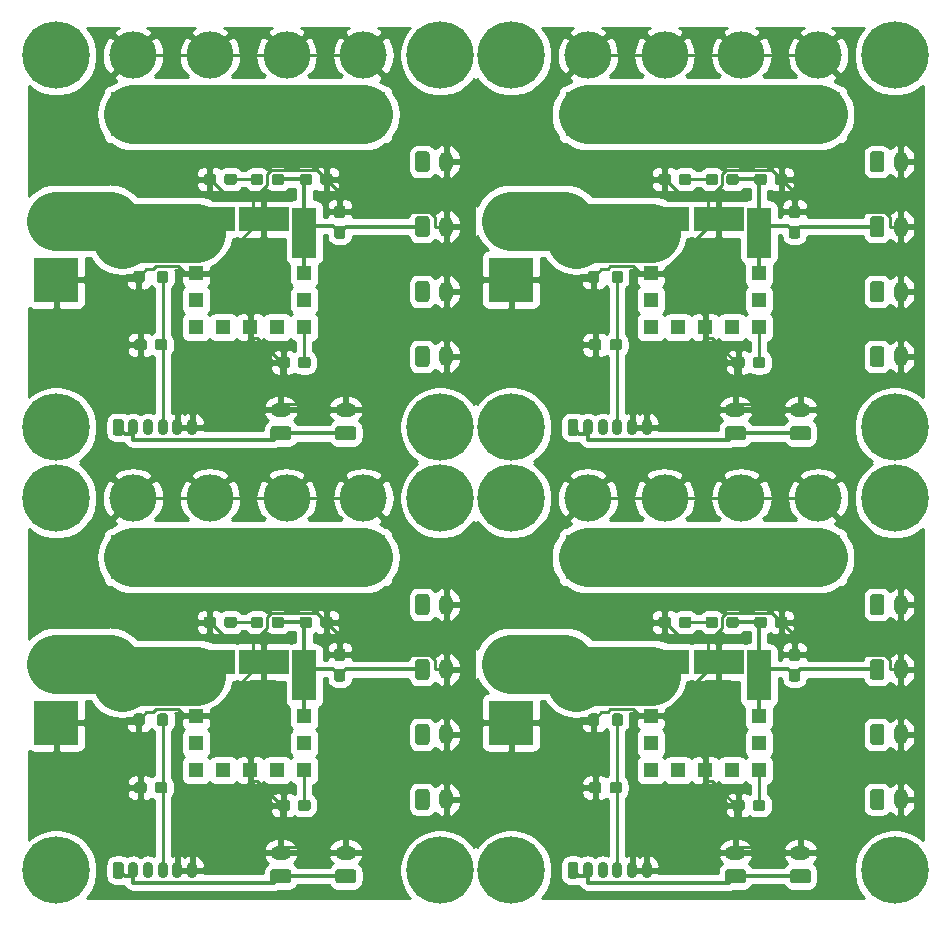
<source format=gbr>
G04 #@! TF.GenerationSoftware,KiCad,Pcbnew,(5.1.2)-1*
G04 #@! TF.CreationDate,2020-06-07T00:30:59+09:00*
G04 #@! TF.ProjectId,universal_power_board,756e6976-6572-4736-916c-5f706f776572,rev?*
G04 #@! TF.SameCoordinates,Original*
G04 #@! TF.FileFunction,Copper,L1,Top*
G04 #@! TF.FilePolarity,Positive*
%FSLAX46Y46*%
G04 Gerber Fmt 4.6, Leading zero omitted, Abs format (unit mm)*
G04 Created by KiCad (PCBNEW (5.1.2)-1) date 2020-06-07 00:30:59*
%MOMM*%
%LPD*%
G04 APERTURE LIST*
%ADD10C,0.100000*%
%ADD11C,0.900000*%
%ADD12O,0.900000X1.400000*%
%ADD13R,3.800000X3.800000*%
%ADD14C,4.000000*%
%ADD15C,0.950000*%
%ADD16C,1.200000*%
%ADD17O,1.750000X1.200000*%
%ADD18C,5.700000*%
%ADD19O,1.200000X1.750000*%
%ADD20R,1.270000X1.270000*%
%ADD21R,4.320000X2.030000*%
%ADD22R,2.030000X4.320000*%
%ADD23C,3.800000*%
%ADD24C,0.250000*%
%ADD25C,2.029800*%
%ADD26C,5.000000*%
%ADD27C,0.951600*%
%ADD28C,0.300400*%
%ADD29C,0.254000*%
G04 APERTURE END LIST*
D10*
G36*
X158997054Y-145301083D02*
G01*
X159018895Y-145304323D01*
X159040314Y-145309688D01*
X159061104Y-145317127D01*
X159081064Y-145326568D01*
X159100003Y-145337919D01*
X159117738Y-145351073D01*
X159134099Y-145365901D01*
X159148927Y-145382262D01*
X159162081Y-145399997D01*
X159173432Y-145418936D01*
X159182873Y-145438896D01*
X159190312Y-145459686D01*
X159195677Y-145481105D01*
X159198917Y-145502946D01*
X159200000Y-145525000D01*
X159200000Y-146475000D01*
X159198917Y-146497054D01*
X159195677Y-146518895D01*
X159190312Y-146540314D01*
X159182873Y-146561104D01*
X159173432Y-146581064D01*
X159162081Y-146600003D01*
X159148927Y-146617738D01*
X159134099Y-146634099D01*
X159117738Y-146648927D01*
X159100003Y-146662081D01*
X159081064Y-146673432D01*
X159061104Y-146682873D01*
X159040314Y-146690312D01*
X159018895Y-146695677D01*
X158997054Y-146698917D01*
X158975000Y-146700000D01*
X158525000Y-146700000D01*
X158502946Y-146698917D01*
X158481105Y-146695677D01*
X158459686Y-146690312D01*
X158438896Y-146682873D01*
X158418936Y-146673432D01*
X158399997Y-146662081D01*
X158382262Y-146648927D01*
X158365901Y-146634099D01*
X158351073Y-146617738D01*
X158337919Y-146600003D01*
X158326568Y-146581064D01*
X158317127Y-146561104D01*
X158309688Y-146540314D01*
X158304323Y-146518895D01*
X158301083Y-146497054D01*
X158300000Y-146475000D01*
X158300000Y-145525000D01*
X158301083Y-145502946D01*
X158304323Y-145481105D01*
X158309688Y-145459686D01*
X158317127Y-145438896D01*
X158326568Y-145418936D01*
X158337919Y-145399997D01*
X158351073Y-145382262D01*
X158365901Y-145365901D01*
X158382262Y-145351073D01*
X158399997Y-145337919D01*
X158418936Y-145326568D01*
X158438896Y-145317127D01*
X158459686Y-145309688D01*
X158481105Y-145304323D01*
X158502946Y-145301083D01*
X158525000Y-145300000D01*
X158975000Y-145300000D01*
X158997054Y-145301083D01*
X158997054Y-145301083D01*
G37*
D11*
X158750000Y-146000000D03*
D12*
X160000000Y-146000000D03*
X161250000Y-146000000D03*
X162500000Y-146000000D03*
X163750000Y-146000000D03*
X165000000Y-146000000D03*
D10*
G36*
X120497054Y-145301083D02*
G01*
X120518895Y-145304323D01*
X120540314Y-145309688D01*
X120561104Y-145317127D01*
X120581064Y-145326568D01*
X120600003Y-145337919D01*
X120617738Y-145351073D01*
X120634099Y-145365901D01*
X120648927Y-145382262D01*
X120662081Y-145399997D01*
X120673432Y-145418936D01*
X120682873Y-145438896D01*
X120690312Y-145459686D01*
X120695677Y-145481105D01*
X120698917Y-145502946D01*
X120700000Y-145525000D01*
X120700000Y-146475000D01*
X120698917Y-146497054D01*
X120695677Y-146518895D01*
X120690312Y-146540314D01*
X120682873Y-146561104D01*
X120673432Y-146581064D01*
X120662081Y-146600003D01*
X120648927Y-146617738D01*
X120634099Y-146634099D01*
X120617738Y-146648927D01*
X120600003Y-146662081D01*
X120581064Y-146673432D01*
X120561104Y-146682873D01*
X120540314Y-146690312D01*
X120518895Y-146695677D01*
X120497054Y-146698917D01*
X120475000Y-146700000D01*
X120025000Y-146700000D01*
X120002946Y-146698917D01*
X119981105Y-146695677D01*
X119959686Y-146690312D01*
X119938896Y-146682873D01*
X119918936Y-146673432D01*
X119899997Y-146662081D01*
X119882262Y-146648927D01*
X119865901Y-146634099D01*
X119851073Y-146617738D01*
X119837919Y-146600003D01*
X119826568Y-146581064D01*
X119817127Y-146561104D01*
X119809688Y-146540314D01*
X119804323Y-146518895D01*
X119801083Y-146497054D01*
X119800000Y-146475000D01*
X119800000Y-145525000D01*
X119801083Y-145502946D01*
X119804323Y-145481105D01*
X119809688Y-145459686D01*
X119817127Y-145438896D01*
X119826568Y-145418936D01*
X119837919Y-145399997D01*
X119851073Y-145382262D01*
X119865901Y-145365901D01*
X119882262Y-145351073D01*
X119899997Y-145337919D01*
X119918936Y-145326568D01*
X119938896Y-145317127D01*
X119959686Y-145309688D01*
X119981105Y-145304323D01*
X120002946Y-145301083D01*
X120025000Y-145300000D01*
X120475000Y-145300000D01*
X120497054Y-145301083D01*
X120497054Y-145301083D01*
G37*
D11*
X120250000Y-146000000D03*
D12*
X121500000Y-146000000D03*
X122750000Y-146000000D03*
X124000000Y-146000000D03*
X125250000Y-146000000D03*
X126500000Y-146000000D03*
D10*
G36*
X158997054Y-107801083D02*
G01*
X159018895Y-107804323D01*
X159040314Y-107809688D01*
X159061104Y-107817127D01*
X159081064Y-107826568D01*
X159100003Y-107837919D01*
X159117738Y-107851073D01*
X159134099Y-107865901D01*
X159148927Y-107882262D01*
X159162081Y-107899997D01*
X159173432Y-107918936D01*
X159182873Y-107938896D01*
X159190312Y-107959686D01*
X159195677Y-107981105D01*
X159198917Y-108002946D01*
X159200000Y-108025000D01*
X159200000Y-108975000D01*
X159198917Y-108997054D01*
X159195677Y-109018895D01*
X159190312Y-109040314D01*
X159182873Y-109061104D01*
X159173432Y-109081064D01*
X159162081Y-109100003D01*
X159148927Y-109117738D01*
X159134099Y-109134099D01*
X159117738Y-109148927D01*
X159100003Y-109162081D01*
X159081064Y-109173432D01*
X159061104Y-109182873D01*
X159040314Y-109190312D01*
X159018895Y-109195677D01*
X158997054Y-109198917D01*
X158975000Y-109200000D01*
X158525000Y-109200000D01*
X158502946Y-109198917D01*
X158481105Y-109195677D01*
X158459686Y-109190312D01*
X158438896Y-109182873D01*
X158418936Y-109173432D01*
X158399997Y-109162081D01*
X158382262Y-109148927D01*
X158365901Y-109134099D01*
X158351073Y-109117738D01*
X158337919Y-109100003D01*
X158326568Y-109081064D01*
X158317127Y-109061104D01*
X158309688Y-109040314D01*
X158304323Y-109018895D01*
X158301083Y-108997054D01*
X158300000Y-108975000D01*
X158300000Y-108025000D01*
X158301083Y-108002946D01*
X158304323Y-107981105D01*
X158309688Y-107959686D01*
X158317127Y-107938896D01*
X158326568Y-107918936D01*
X158337919Y-107899997D01*
X158351073Y-107882262D01*
X158365901Y-107865901D01*
X158382262Y-107851073D01*
X158399997Y-107837919D01*
X158418936Y-107826568D01*
X158438896Y-107817127D01*
X158459686Y-107809688D01*
X158481105Y-107804323D01*
X158502946Y-107801083D01*
X158525000Y-107800000D01*
X158975000Y-107800000D01*
X158997054Y-107801083D01*
X158997054Y-107801083D01*
G37*
D11*
X158750000Y-108500000D03*
D12*
X160000000Y-108500000D03*
X161250000Y-108500000D03*
X162500000Y-108500000D03*
X163750000Y-108500000D03*
X165000000Y-108500000D03*
D13*
X166500000Y-119500000D03*
D14*
X166500000Y-114500000D03*
D13*
X128000000Y-119500000D03*
D14*
X128000000Y-114500000D03*
D13*
X166500000Y-82000000D03*
D14*
X166500000Y-77000000D03*
D10*
G36*
X174810779Y-140026144D02*
G01*
X174833834Y-140029563D01*
X174856443Y-140035227D01*
X174878387Y-140043079D01*
X174899457Y-140053044D01*
X174919448Y-140065026D01*
X174938168Y-140078910D01*
X174955438Y-140094562D01*
X174971090Y-140111832D01*
X174984974Y-140130552D01*
X174996956Y-140150543D01*
X175006921Y-140171613D01*
X175014773Y-140193557D01*
X175020437Y-140216166D01*
X175023856Y-140239221D01*
X175025000Y-140262500D01*
X175025000Y-140737500D01*
X175023856Y-140760779D01*
X175020437Y-140783834D01*
X175014773Y-140806443D01*
X175006921Y-140828387D01*
X174996956Y-140849457D01*
X174984974Y-140869448D01*
X174971090Y-140888168D01*
X174955438Y-140905438D01*
X174938168Y-140921090D01*
X174919448Y-140934974D01*
X174899457Y-140946956D01*
X174878387Y-140956921D01*
X174856443Y-140964773D01*
X174833834Y-140970437D01*
X174810779Y-140973856D01*
X174787500Y-140975000D01*
X174212500Y-140975000D01*
X174189221Y-140973856D01*
X174166166Y-140970437D01*
X174143557Y-140964773D01*
X174121613Y-140956921D01*
X174100543Y-140946956D01*
X174080552Y-140934974D01*
X174061832Y-140921090D01*
X174044562Y-140905438D01*
X174028910Y-140888168D01*
X174015026Y-140869448D01*
X174003044Y-140849457D01*
X173993079Y-140828387D01*
X173985227Y-140806443D01*
X173979563Y-140783834D01*
X173976144Y-140760779D01*
X173975000Y-140737500D01*
X173975000Y-140262500D01*
X173976144Y-140239221D01*
X173979563Y-140216166D01*
X173985227Y-140193557D01*
X173993079Y-140171613D01*
X174003044Y-140150543D01*
X174015026Y-140130552D01*
X174028910Y-140111832D01*
X174044562Y-140094562D01*
X174061832Y-140078910D01*
X174080552Y-140065026D01*
X174100543Y-140053044D01*
X174121613Y-140043079D01*
X174143557Y-140035227D01*
X174166166Y-140029563D01*
X174189221Y-140026144D01*
X174212500Y-140025000D01*
X174787500Y-140025000D01*
X174810779Y-140026144D01*
X174810779Y-140026144D01*
G37*
D15*
X174500000Y-140500000D03*
D10*
G36*
X173060779Y-140026144D02*
G01*
X173083834Y-140029563D01*
X173106443Y-140035227D01*
X173128387Y-140043079D01*
X173149457Y-140053044D01*
X173169448Y-140065026D01*
X173188168Y-140078910D01*
X173205438Y-140094562D01*
X173221090Y-140111832D01*
X173234974Y-140130552D01*
X173246956Y-140150543D01*
X173256921Y-140171613D01*
X173264773Y-140193557D01*
X173270437Y-140216166D01*
X173273856Y-140239221D01*
X173275000Y-140262500D01*
X173275000Y-140737500D01*
X173273856Y-140760779D01*
X173270437Y-140783834D01*
X173264773Y-140806443D01*
X173256921Y-140828387D01*
X173246956Y-140849457D01*
X173234974Y-140869448D01*
X173221090Y-140888168D01*
X173205438Y-140905438D01*
X173188168Y-140921090D01*
X173169448Y-140934974D01*
X173149457Y-140946956D01*
X173128387Y-140956921D01*
X173106443Y-140964773D01*
X173083834Y-140970437D01*
X173060779Y-140973856D01*
X173037500Y-140975000D01*
X172462500Y-140975000D01*
X172439221Y-140973856D01*
X172416166Y-140970437D01*
X172393557Y-140964773D01*
X172371613Y-140956921D01*
X172350543Y-140946956D01*
X172330552Y-140934974D01*
X172311832Y-140921090D01*
X172294562Y-140905438D01*
X172278910Y-140888168D01*
X172265026Y-140869448D01*
X172253044Y-140849457D01*
X172243079Y-140828387D01*
X172235227Y-140806443D01*
X172229563Y-140783834D01*
X172226144Y-140760779D01*
X172225000Y-140737500D01*
X172225000Y-140262500D01*
X172226144Y-140239221D01*
X172229563Y-140216166D01*
X172235227Y-140193557D01*
X172243079Y-140171613D01*
X172253044Y-140150543D01*
X172265026Y-140130552D01*
X172278910Y-140111832D01*
X172294562Y-140094562D01*
X172311832Y-140078910D01*
X172330552Y-140065026D01*
X172350543Y-140053044D01*
X172371613Y-140043079D01*
X172393557Y-140035227D01*
X172416166Y-140029563D01*
X172439221Y-140026144D01*
X172462500Y-140025000D01*
X173037500Y-140025000D01*
X173060779Y-140026144D01*
X173060779Y-140026144D01*
G37*
D15*
X172750000Y-140500000D03*
D10*
G36*
X136310779Y-140026144D02*
G01*
X136333834Y-140029563D01*
X136356443Y-140035227D01*
X136378387Y-140043079D01*
X136399457Y-140053044D01*
X136419448Y-140065026D01*
X136438168Y-140078910D01*
X136455438Y-140094562D01*
X136471090Y-140111832D01*
X136484974Y-140130552D01*
X136496956Y-140150543D01*
X136506921Y-140171613D01*
X136514773Y-140193557D01*
X136520437Y-140216166D01*
X136523856Y-140239221D01*
X136525000Y-140262500D01*
X136525000Y-140737500D01*
X136523856Y-140760779D01*
X136520437Y-140783834D01*
X136514773Y-140806443D01*
X136506921Y-140828387D01*
X136496956Y-140849457D01*
X136484974Y-140869448D01*
X136471090Y-140888168D01*
X136455438Y-140905438D01*
X136438168Y-140921090D01*
X136419448Y-140934974D01*
X136399457Y-140946956D01*
X136378387Y-140956921D01*
X136356443Y-140964773D01*
X136333834Y-140970437D01*
X136310779Y-140973856D01*
X136287500Y-140975000D01*
X135712500Y-140975000D01*
X135689221Y-140973856D01*
X135666166Y-140970437D01*
X135643557Y-140964773D01*
X135621613Y-140956921D01*
X135600543Y-140946956D01*
X135580552Y-140934974D01*
X135561832Y-140921090D01*
X135544562Y-140905438D01*
X135528910Y-140888168D01*
X135515026Y-140869448D01*
X135503044Y-140849457D01*
X135493079Y-140828387D01*
X135485227Y-140806443D01*
X135479563Y-140783834D01*
X135476144Y-140760779D01*
X135475000Y-140737500D01*
X135475000Y-140262500D01*
X135476144Y-140239221D01*
X135479563Y-140216166D01*
X135485227Y-140193557D01*
X135493079Y-140171613D01*
X135503044Y-140150543D01*
X135515026Y-140130552D01*
X135528910Y-140111832D01*
X135544562Y-140094562D01*
X135561832Y-140078910D01*
X135580552Y-140065026D01*
X135600543Y-140053044D01*
X135621613Y-140043079D01*
X135643557Y-140035227D01*
X135666166Y-140029563D01*
X135689221Y-140026144D01*
X135712500Y-140025000D01*
X136287500Y-140025000D01*
X136310779Y-140026144D01*
X136310779Y-140026144D01*
G37*
D15*
X136000000Y-140500000D03*
D10*
G36*
X134560779Y-140026144D02*
G01*
X134583834Y-140029563D01*
X134606443Y-140035227D01*
X134628387Y-140043079D01*
X134649457Y-140053044D01*
X134669448Y-140065026D01*
X134688168Y-140078910D01*
X134705438Y-140094562D01*
X134721090Y-140111832D01*
X134734974Y-140130552D01*
X134746956Y-140150543D01*
X134756921Y-140171613D01*
X134764773Y-140193557D01*
X134770437Y-140216166D01*
X134773856Y-140239221D01*
X134775000Y-140262500D01*
X134775000Y-140737500D01*
X134773856Y-140760779D01*
X134770437Y-140783834D01*
X134764773Y-140806443D01*
X134756921Y-140828387D01*
X134746956Y-140849457D01*
X134734974Y-140869448D01*
X134721090Y-140888168D01*
X134705438Y-140905438D01*
X134688168Y-140921090D01*
X134669448Y-140934974D01*
X134649457Y-140946956D01*
X134628387Y-140956921D01*
X134606443Y-140964773D01*
X134583834Y-140970437D01*
X134560779Y-140973856D01*
X134537500Y-140975000D01*
X133962500Y-140975000D01*
X133939221Y-140973856D01*
X133916166Y-140970437D01*
X133893557Y-140964773D01*
X133871613Y-140956921D01*
X133850543Y-140946956D01*
X133830552Y-140934974D01*
X133811832Y-140921090D01*
X133794562Y-140905438D01*
X133778910Y-140888168D01*
X133765026Y-140869448D01*
X133753044Y-140849457D01*
X133743079Y-140828387D01*
X133735227Y-140806443D01*
X133729563Y-140783834D01*
X133726144Y-140760779D01*
X133725000Y-140737500D01*
X133725000Y-140262500D01*
X133726144Y-140239221D01*
X133729563Y-140216166D01*
X133735227Y-140193557D01*
X133743079Y-140171613D01*
X133753044Y-140150543D01*
X133765026Y-140130552D01*
X133778910Y-140111832D01*
X133794562Y-140094562D01*
X133811832Y-140078910D01*
X133830552Y-140065026D01*
X133850543Y-140053044D01*
X133871613Y-140043079D01*
X133893557Y-140035227D01*
X133916166Y-140029563D01*
X133939221Y-140026144D01*
X133962500Y-140025000D01*
X134537500Y-140025000D01*
X134560779Y-140026144D01*
X134560779Y-140026144D01*
G37*
D15*
X134250000Y-140500000D03*
D10*
G36*
X174810779Y-102526144D02*
G01*
X174833834Y-102529563D01*
X174856443Y-102535227D01*
X174878387Y-102543079D01*
X174899457Y-102553044D01*
X174919448Y-102565026D01*
X174938168Y-102578910D01*
X174955438Y-102594562D01*
X174971090Y-102611832D01*
X174984974Y-102630552D01*
X174996956Y-102650543D01*
X175006921Y-102671613D01*
X175014773Y-102693557D01*
X175020437Y-102716166D01*
X175023856Y-102739221D01*
X175025000Y-102762500D01*
X175025000Y-103237500D01*
X175023856Y-103260779D01*
X175020437Y-103283834D01*
X175014773Y-103306443D01*
X175006921Y-103328387D01*
X174996956Y-103349457D01*
X174984974Y-103369448D01*
X174971090Y-103388168D01*
X174955438Y-103405438D01*
X174938168Y-103421090D01*
X174919448Y-103434974D01*
X174899457Y-103446956D01*
X174878387Y-103456921D01*
X174856443Y-103464773D01*
X174833834Y-103470437D01*
X174810779Y-103473856D01*
X174787500Y-103475000D01*
X174212500Y-103475000D01*
X174189221Y-103473856D01*
X174166166Y-103470437D01*
X174143557Y-103464773D01*
X174121613Y-103456921D01*
X174100543Y-103446956D01*
X174080552Y-103434974D01*
X174061832Y-103421090D01*
X174044562Y-103405438D01*
X174028910Y-103388168D01*
X174015026Y-103369448D01*
X174003044Y-103349457D01*
X173993079Y-103328387D01*
X173985227Y-103306443D01*
X173979563Y-103283834D01*
X173976144Y-103260779D01*
X173975000Y-103237500D01*
X173975000Y-102762500D01*
X173976144Y-102739221D01*
X173979563Y-102716166D01*
X173985227Y-102693557D01*
X173993079Y-102671613D01*
X174003044Y-102650543D01*
X174015026Y-102630552D01*
X174028910Y-102611832D01*
X174044562Y-102594562D01*
X174061832Y-102578910D01*
X174080552Y-102565026D01*
X174100543Y-102553044D01*
X174121613Y-102543079D01*
X174143557Y-102535227D01*
X174166166Y-102529563D01*
X174189221Y-102526144D01*
X174212500Y-102525000D01*
X174787500Y-102525000D01*
X174810779Y-102526144D01*
X174810779Y-102526144D01*
G37*
D15*
X174500000Y-103000000D03*
D10*
G36*
X173060779Y-102526144D02*
G01*
X173083834Y-102529563D01*
X173106443Y-102535227D01*
X173128387Y-102543079D01*
X173149457Y-102553044D01*
X173169448Y-102565026D01*
X173188168Y-102578910D01*
X173205438Y-102594562D01*
X173221090Y-102611832D01*
X173234974Y-102630552D01*
X173246956Y-102650543D01*
X173256921Y-102671613D01*
X173264773Y-102693557D01*
X173270437Y-102716166D01*
X173273856Y-102739221D01*
X173275000Y-102762500D01*
X173275000Y-103237500D01*
X173273856Y-103260779D01*
X173270437Y-103283834D01*
X173264773Y-103306443D01*
X173256921Y-103328387D01*
X173246956Y-103349457D01*
X173234974Y-103369448D01*
X173221090Y-103388168D01*
X173205438Y-103405438D01*
X173188168Y-103421090D01*
X173169448Y-103434974D01*
X173149457Y-103446956D01*
X173128387Y-103456921D01*
X173106443Y-103464773D01*
X173083834Y-103470437D01*
X173060779Y-103473856D01*
X173037500Y-103475000D01*
X172462500Y-103475000D01*
X172439221Y-103473856D01*
X172416166Y-103470437D01*
X172393557Y-103464773D01*
X172371613Y-103456921D01*
X172350543Y-103446956D01*
X172330552Y-103434974D01*
X172311832Y-103421090D01*
X172294562Y-103405438D01*
X172278910Y-103388168D01*
X172265026Y-103369448D01*
X172253044Y-103349457D01*
X172243079Y-103328387D01*
X172235227Y-103306443D01*
X172229563Y-103283834D01*
X172226144Y-103260779D01*
X172225000Y-103237500D01*
X172225000Y-102762500D01*
X172226144Y-102739221D01*
X172229563Y-102716166D01*
X172235227Y-102693557D01*
X172243079Y-102671613D01*
X172253044Y-102650543D01*
X172265026Y-102630552D01*
X172278910Y-102611832D01*
X172294562Y-102594562D01*
X172311832Y-102578910D01*
X172330552Y-102565026D01*
X172350543Y-102553044D01*
X172371613Y-102543079D01*
X172393557Y-102535227D01*
X172416166Y-102529563D01*
X172439221Y-102526144D01*
X172462500Y-102525000D01*
X173037500Y-102525000D01*
X173060779Y-102526144D01*
X173060779Y-102526144D01*
G37*
D15*
X172750000Y-103000000D03*
D10*
G36*
X178649505Y-145901204D02*
G01*
X178673773Y-145904804D01*
X178697572Y-145910765D01*
X178720671Y-145919030D01*
X178742850Y-145929520D01*
X178763893Y-145942132D01*
X178783599Y-145956747D01*
X178801777Y-145973223D01*
X178818253Y-145991401D01*
X178832868Y-146011107D01*
X178845480Y-146032150D01*
X178855970Y-146054329D01*
X178864235Y-146077428D01*
X178870196Y-146101227D01*
X178873796Y-146125495D01*
X178875000Y-146149999D01*
X178875000Y-146850001D01*
X178873796Y-146874505D01*
X178870196Y-146898773D01*
X178864235Y-146922572D01*
X178855970Y-146945671D01*
X178845480Y-146967850D01*
X178832868Y-146988893D01*
X178818253Y-147008599D01*
X178801777Y-147026777D01*
X178783599Y-147043253D01*
X178763893Y-147057868D01*
X178742850Y-147070480D01*
X178720671Y-147080970D01*
X178697572Y-147089235D01*
X178673773Y-147095196D01*
X178649505Y-147098796D01*
X178625001Y-147100000D01*
X177374999Y-147100000D01*
X177350495Y-147098796D01*
X177326227Y-147095196D01*
X177302428Y-147089235D01*
X177279329Y-147080970D01*
X177257150Y-147070480D01*
X177236107Y-147057868D01*
X177216401Y-147043253D01*
X177198223Y-147026777D01*
X177181747Y-147008599D01*
X177167132Y-146988893D01*
X177154520Y-146967850D01*
X177144030Y-146945671D01*
X177135765Y-146922572D01*
X177129804Y-146898773D01*
X177126204Y-146874505D01*
X177125000Y-146850001D01*
X177125000Y-146149999D01*
X177126204Y-146125495D01*
X177129804Y-146101227D01*
X177135765Y-146077428D01*
X177144030Y-146054329D01*
X177154520Y-146032150D01*
X177167132Y-146011107D01*
X177181747Y-145991401D01*
X177198223Y-145973223D01*
X177216401Y-145956747D01*
X177236107Y-145942132D01*
X177257150Y-145929520D01*
X177279329Y-145919030D01*
X177302428Y-145910765D01*
X177326227Y-145904804D01*
X177350495Y-145901204D01*
X177374999Y-145900000D01*
X178625001Y-145900000D01*
X178649505Y-145901204D01*
X178649505Y-145901204D01*
G37*
D16*
X178000000Y-146500000D03*
D17*
X178000000Y-144500000D03*
D10*
G36*
X140149505Y-145901204D02*
G01*
X140173773Y-145904804D01*
X140197572Y-145910765D01*
X140220671Y-145919030D01*
X140242850Y-145929520D01*
X140263893Y-145942132D01*
X140283599Y-145956747D01*
X140301777Y-145973223D01*
X140318253Y-145991401D01*
X140332868Y-146011107D01*
X140345480Y-146032150D01*
X140355970Y-146054329D01*
X140364235Y-146077428D01*
X140370196Y-146101227D01*
X140373796Y-146125495D01*
X140375000Y-146149999D01*
X140375000Y-146850001D01*
X140373796Y-146874505D01*
X140370196Y-146898773D01*
X140364235Y-146922572D01*
X140355970Y-146945671D01*
X140345480Y-146967850D01*
X140332868Y-146988893D01*
X140318253Y-147008599D01*
X140301777Y-147026777D01*
X140283599Y-147043253D01*
X140263893Y-147057868D01*
X140242850Y-147070480D01*
X140220671Y-147080970D01*
X140197572Y-147089235D01*
X140173773Y-147095196D01*
X140149505Y-147098796D01*
X140125001Y-147100000D01*
X138874999Y-147100000D01*
X138850495Y-147098796D01*
X138826227Y-147095196D01*
X138802428Y-147089235D01*
X138779329Y-147080970D01*
X138757150Y-147070480D01*
X138736107Y-147057868D01*
X138716401Y-147043253D01*
X138698223Y-147026777D01*
X138681747Y-147008599D01*
X138667132Y-146988893D01*
X138654520Y-146967850D01*
X138644030Y-146945671D01*
X138635765Y-146922572D01*
X138629804Y-146898773D01*
X138626204Y-146874505D01*
X138625000Y-146850001D01*
X138625000Y-146149999D01*
X138626204Y-146125495D01*
X138629804Y-146101227D01*
X138635765Y-146077428D01*
X138644030Y-146054329D01*
X138654520Y-146032150D01*
X138667132Y-146011107D01*
X138681747Y-145991401D01*
X138698223Y-145973223D01*
X138716401Y-145956747D01*
X138736107Y-145942132D01*
X138757150Y-145929520D01*
X138779329Y-145919030D01*
X138802428Y-145910765D01*
X138826227Y-145904804D01*
X138850495Y-145901204D01*
X138874999Y-145900000D01*
X140125001Y-145900000D01*
X140149505Y-145901204D01*
X140149505Y-145901204D01*
G37*
D16*
X139500000Y-146500000D03*
D17*
X139500000Y-144500000D03*
D10*
G36*
X178649505Y-108401204D02*
G01*
X178673773Y-108404804D01*
X178697572Y-108410765D01*
X178720671Y-108419030D01*
X178742850Y-108429520D01*
X178763893Y-108442132D01*
X178783599Y-108456747D01*
X178801777Y-108473223D01*
X178818253Y-108491401D01*
X178832868Y-108511107D01*
X178845480Y-108532150D01*
X178855970Y-108554329D01*
X178864235Y-108577428D01*
X178870196Y-108601227D01*
X178873796Y-108625495D01*
X178875000Y-108649999D01*
X178875000Y-109350001D01*
X178873796Y-109374505D01*
X178870196Y-109398773D01*
X178864235Y-109422572D01*
X178855970Y-109445671D01*
X178845480Y-109467850D01*
X178832868Y-109488893D01*
X178818253Y-109508599D01*
X178801777Y-109526777D01*
X178783599Y-109543253D01*
X178763893Y-109557868D01*
X178742850Y-109570480D01*
X178720671Y-109580970D01*
X178697572Y-109589235D01*
X178673773Y-109595196D01*
X178649505Y-109598796D01*
X178625001Y-109600000D01*
X177374999Y-109600000D01*
X177350495Y-109598796D01*
X177326227Y-109595196D01*
X177302428Y-109589235D01*
X177279329Y-109580970D01*
X177257150Y-109570480D01*
X177236107Y-109557868D01*
X177216401Y-109543253D01*
X177198223Y-109526777D01*
X177181747Y-109508599D01*
X177167132Y-109488893D01*
X177154520Y-109467850D01*
X177144030Y-109445671D01*
X177135765Y-109422572D01*
X177129804Y-109398773D01*
X177126204Y-109374505D01*
X177125000Y-109350001D01*
X177125000Y-108649999D01*
X177126204Y-108625495D01*
X177129804Y-108601227D01*
X177135765Y-108577428D01*
X177144030Y-108554329D01*
X177154520Y-108532150D01*
X177167132Y-108511107D01*
X177181747Y-108491401D01*
X177198223Y-108473223D01*
X177216401Y-108456747D01*
X177236107Y-108442132D01*
X177257150Y-108429520D01*
X177279329Y-108419030D01*
X177302428Y-108410765D01*
X177326227Y-108404804D01*
X177350495Y-108401204D01*
X177374999Y-108400000D01*
X178625001Y-108400000D01*
X178649505Y-108401204D01*
X178649505Y-108401204D01*
G37*
D16*
X178000000Y-109000000D03*
D17*
X178000000Y-107000000D03*
D18*
X153500000Y-146000000D03*
X115000000Y-146000000D03*
X153500000Y-108500000D03*
D10*
G36*
X170810779Y-124526144D02*
G01*
X170833834Y-124529563D01*
X170856443Y-124535227D01*
X170878387Y-124543079D01*
X170899457Y-124553044D01*
X170919448Y-124565026D01*
X170938168Y-124578910D01*
X170955438Y-124594562D01*
X170971090Y-124611832D01*
X170984974Y-124630552D01*
X170996956Y-124650543D01*
X171006921Y-124671613D01*
X171014773Y-124693557D01*
X171020437Y-124716166D01*
X171023856Y-124739221D01*
X171025000Y-124762500D01*
X171025000Y-125237500D01*
X171023856Y-125260779D01*
X171020437Y-125283834D01*
X171014773Y-125306443D01*
X171006921Y-125328387D01*
X170996956Y-125349457D01*
X170984974Y-125369448D01*
X170971090Y-125388168D01*
X170955438Y-125405438D01*
X170938168Y-125421090D01*
X170919448Y-125434974D01*
X170899457Y-125446956D01*
X170878387Y-125456921D01*
X170856443Y-125464773D01*
X170833834Y-125470437D01*
X170810779Y-125473856D01*
X170787500Y-125475000D01*
X170212500Y-125475000D01*
X170189221Y-125473856D01*
X170166166Y-125470437D01*
X170143557Y-125464773D01*
X170121613Y-125456921D01*
X170100543Y-125446956D01*
X170080552Y-125434974D01*
X170061832Y-125421090D01*
X170044562Y-125405438D01*
X170028910Y-125388168D01*
X170015026Y-125369448D01*
X170003044Y-125349457D01*
X169993079Y-125328387D01*
X169985227Y-125306443D01*
X169979563Y-125283834D01*
X169976144Y-125260779D01*
X169975000Y-125237500D01*
X169975000Y-124762500D01*
X169976144Y-124739221D01*
X169979563Y-124716166D01*
X169985227Y-124693557D01*
X169993079Y-124671613D01*
X170003044Y-124650543D01*
X170015026Y-124630552D01*
X170028910Y-124611832D01*
X170044562Y-124594562D01*
X170061832Y-124578910D01*
X170080552Y-124565026D01*
X170100543Y-124553044D01*
X170121613Y-124543079D01*
X170143557Y-124535227D01*
X170166166Y-124529563D01*
X170189221Y-124526144D01*
X170212500Y-124525000D01*
X170787500Y-124525000D01*
X170810779Y-124526144D01*
X170810779Y-124526144D01*
G37*
D15*
X170500000Y-125000000D03*
D10*
G36*
X172560779Y-124526144D02*
G01*
X172583834Y-124529563D01*
X172606443Y-124535227D01*
X172628387Y-124543079D01*
X172649457Y-124553044D01*
X172669448Y-124565026D01*
X172688168Y-124578910D01*
X172705438Y-124594562D01*
X172721090Y-124611832D01*
X172734974Y-124630552D01*
X172746956Y-124650543D01*
X172756921Y-124671613D01*
X172764773Y-124693557D01*
X172770437Y-124716166D01*
X172773856Y-124739221D01*
X172775000Y-124762500D01*
X172775000Y-125237500D01*
X172773856Y-125260779D01*
X172770437Y-125283834D01*
X172764773Y-125306443D01*
X172756921Y-125328387D01*
X172746956Y-125349457D01*
X172734974Y-125369448D01*
X172721090Y-125388168D01*
X172705438Y-125405438D01*
X172688168Y-125421090D01*
X172669448Y-125434974D01*
X172649457Y-125446956D01*
X172628387Y-125456921D01*
X172606443Y-125464773D01*
X172583834Y-125470437D01*
X172560779Y-125473856D01*
X172537500Y-125475000D01*
X171962500Y-125475000D01*
X171939221Y-125473856D01*
X171916166Y-125470437D01*
X171893557Y-125464773D01*
X171871613Y-125456921D01*
X171850543Y-125446956D01*
X171830552Y-125434974D01*
X171811832Y-125421090D01*
X171794562Y-125405438D01*
X171778910Y-125388168D01*
X171765026Y-125369448D01*
X171753044Y-125349457D01*
X171743079Y-125328387D01*
X171735227Y-125306443D01*
X171729563Y-125283834D01*
X171726144Y-125260779D01*
X171725000Y-125237500D01*
X171725000Y-124762500D01*
X171726144Y-124739221D01*
X171729563Y-124716166D01*
X171735227Y-124693557D01*
X171743079Y-124671613D01*
X171753044Y-124650543D01*
X171765026Y-124630552D01*
X171778910Y-124611832D01*
X171794562Y-124594562D01*
X171811832Y-124578910D01*
X171830552Y-124565026D01*
X171850543Y-124553044D01*
X171871613Y-124543079D01*
X171893557Y-124535227D01*
X171916166Y-124529563D01*
X171939221Y-124526144D01*
X171962500Y-124525000D01*
X172537500Y-124525000D01*
X172560779Y-124526144D01*
X172560779Y-124526144D01*
G37*
D15*
X172250000Y-125000000D03*
D10*
G36*
X132310779Y-124526144D02*
G01*
X132333834Y-124529563D01*
X132356443Y-124535227D01*
X132378387Y-124543079D01*
X132399457Y-124553044D01*
X132419448Y-124565026D01*
X132438168Y-124578910D01*
X132455438Y-124594562D01*
X132471090Y-124611832D01*
X132484974Y-124630552D01*
X132496956Y-124650543D01*
X132506921Y-124671613D01*
X132514773Y-124693557D01*
X132520437Y-124716166D01*
X132523856Y-124739221D01*
X132525000Y-124762500D01*
X132525000Y-125237500D01*
X132523856Y-125260779D01*
X132520437Y-125283834D01*
X132514773Y-125306443D01*
X132506921Y-125328387D01*
X132496956Y-125349457D01*
X132484974Y-125369448D01*
X132471090Y-125388168D01*
X132455438Y-125405438D01*
X132438168Y-125421090D01*
X132419448Y-125434974D01*
X132399457Y-125446956D01*
X132378387Y-125456921D01*
X132356443Y-125464773D01*
X132333834Y-125470437D01*
X132310779Y-125473856D01*
X132287500Y-125475000D01*
X131712500Y-125475000D01*
X131689221Y-125473856D01*
X131666166Y-125470437D01*
X131643557Y-125464773D01*
X131621613Y-125456921D01*
X131600543Y-125446956D01*
X131580552Y-125434974D01*
X131561832Y-125421090D01*
X131544562Y-125405438D01*
X131528910Y-125388168D01*
X131515026Y-125369448D01*
X131503044Y-125349457D01*
X131493079Y-125328387D01*
X131485227Y-125306443D01*
X131479563Y-125283834D01*
X131476144Y-125260779D01*
X131475000Y-125237500D01*
X131475000Y-124762500D01*
X131476144Y-124739221D01*
X131479563Y-124716166D01*
X131485227Y-124693557D01*
X131493079Y-124671613D01*
X131503044Y-124650543D01*
X131515026Y-124630552D01*
X131528910Y-124611832D01*
X131544562Y-124594562D01*
X131561832Y-124578910D01*
X131580552Y-124565026D01*
X131600543Y-124553044D01*
X131621613Y-124543079D01*
X131643557Y-124535227D01*
X131666166Y-124529563D01*
X131689221Y-124526144D01*
X131712500Y-124525000D01*
X132287500Y-124525000D01*
X132310779Y-124526144D01*
X132310779Y-124526144D01*
G37*
D15*
X132000000Y-125000000D03*
D10*
G36*
X134060779Y-124526144D02*
G01*
X134083834Y-124529563D01*
X134106443Y-124535227D01*
X134128387Y-124543079D01*
X134149457Y-124553044D01*
X134169448Y-124565026D01*
X134188168Y-124578910D01*
X134205438Y-124594562D01*
X134221090Y-124611832D01*
X134234974Y-124630552D01*
X134246956Y-124650543D01*
X134256921Y-124671613D01*
X134264773Y-124693557D01*
X134270437Y-124716166D01*
X134273856Y-124739221D01*
X134275000Y-124762500D01*
X134275000Y-125237500D01*
X134273856Y-125260779D01*
X134270437Y-125283834D01*
X134264773Y-125306443D01*
X134256921Y-125328387D01*
X134246956Y-125349457D01*
X134234974Y-125369448D01*
X134221090Y-125388168D01*
X134205438Y-125405438D01*
X134188168Y-125421090D01*
X134169448Y-125434974D01*
X134149457Y-125446956D01*
X134128387Y-125456921D01*
X134106443Y-125464773D01*
X134083834Y-125470437D01*
X134060779Y-125473856D01*
X134037500Y-125475000D01*
X133462500Y-125475000D01*
X133439221Y-125473856D01*
X133416166Y-125470437D01*
X133393557Y-125464773D01*
X133371613Y-125456921D01*
X133350543Y-125446956D01*
X133330552Y-125434974D01*
X133311832Y-125421090D01*
X133294562Y-125405438D01*
X133278910Y-125388168D01*
X133265026Y-125369448D01*
X133253044Y-125349457D01*
X133243079Y-125328387D01*
X133235227Y-125306443D01*
X133229563Y-125283834D01*
X133226144Y-125260779D01*
X133225000Y-125237500D01*
X133225000Y-124762500D01*
X133226144Y-124739221D01*
X133229563Y-124716166D01*
X133235227Y-124693557D01*
X133243079Y-124671613D01*
X133253044Y-124650543D01*
X133265026Y-124630552D01*
X133278910Y-124611832D01*
X133294562Y-124594562D01*
X133311832Y-124578910D01*
X133330552Y-124565026D01*
X133350543Y-124553044D01*
X133371613Y-124543079D01*
X133393557Y-124535227D01*
X133416166Y-124529563D01*
X133439221Y-124526144D01*
X133462500Y-124525000D01*
X134037500Y-124525000D01*
X134060779Y-124526144D01*
X134060779Y-124526144D01*
G37*
D15*
X133750000Y-125000000D03*
D10*
G36*
X170810779Y-87026144D02*
G01*
X170833834Y-87029563D01*
X170856443Y-87035227D01*
X170878387Y-87043079D01*
X170899457Y-87053044D01*
X170919448Y-87065026D01*
X170938168Y-87078910D01*
X170955438Y-87094562D01*
X170971090Y-87111832D01*
X170984974Y-87130552D01*
X170996956Y-87150543D01*
X171006921Y-87171613D01*
X171014773Y-87193557D01*
X171020437Y-87216166D01*
X171023856Y-87239221D01*
X171025000Y-87262500D01*
X171025000Y-87737500D01*
X171023856Y-87760779D01*
X171020437Y-87783834D01*
X171014773Y-87806443D01*
X171006921Y-87828387D01*
X170996956Y-87849457D01*
X170984974Y-87869448D01*
X170971090Y-87888168D01*
X170955438Y-87905438D01*
X170938168Y-87921090D01*
X170919448Y-87934974D01*
X170899457Y-87946956D01*
X170878387Y-87956921D01*
X170856443Y-87964773D01*
X170833834Y-87970437D01*
X170810779Y-87973856D01*
X170787500Y-87975000D01*
X170212500Y-87975000D01*
X170189221Y-87973856D01*
X170166166Y-87970437D01*
X170143557Y-87964773D01*
X170121613Y-87956921D01*
X170100543Y-87946956D01*
X170080552Y-87934974D01*
X170061832Y-87921090D01*
X170044562Y-87905438D01*
X170028910Y-87888168D01*
X170015026Y-87869448D01*
X170003044Y-87849457D01*
X169993079Y-87828387D01*
X169985227Y-87806443D01*
X169979563Y-87783834D01*
X169976144Y-87760779D01*
X169975000Y-87737500D01*
X169975000Y-87262500D01*
X169976144Y-87239221D01*
X169979563Y-87216166D01*
X169985227Y-87193557D01*
X169993079Y-87171613D01*
X170003044Y-87150543D01*
X170015026Y-87130552D01*
X170028910Y-87111832D01*
X170044562Y-87094562D01*
X170061832Y-87078910D01*
X170080552Y-87065026D01*
X170100543Y-87053044D01*
X170121613Y-87043079D01*
X170143557Y-87035227D01*
X170166166Y-87029563D01*
X170189221Y-87026144D01*
X170212500Y-87025000D01*
X170787500Y-87025000D01*
X170810779Y-87026144D01*
X170810779Y-87026144D01*
G37*
D15*
X170500000Y-87500000D03*
D10*
G36*
X172560779Y-87026144D02*
G01*
X172583834Y-87029563D01*
X172606443Y-87035227D01*
X172628387Y-87043079D01*
X172649457Y-87053044D01*
X172669448Y-87065026D01*
X172688168Y-87078910D01*
X172705438Y-87094562D01*
X172721090Y-87111832D01*
X172734974Y-87130552D01*
X172746956Y-87150543D01*
X172756921Y-87171613D01*
X172764773Y-87193557D01*
X172770437Y-87216166D01*
X172773856Y-87239221D01*
X172775000Y-87262500D01*
X172775000Y-87737500D01*
X172773856Y-87760779D01*
X172770437Y-87783834D01*
X172764773Y-87806443D01*
X172756921Y-87828387D01*
X172746956Y-87849457D01*
X172734974Y-87869448D01*
X172721090Y-87888168D01*
X172705438Y-87905438D01*
X172688168Y-87921090D01*
X172669448Y-87934974D01*
X172649457Y-87946956D01*
X172628387Y-87956921D01*
X172606443Y-87964773D01*
X172583834Y-87970437D01*
X172560779Y-87973856D01*
X172537500Y-87975000D01*
X171962500Y-87975000D01*
X171939221Y-87973856D01*
X171916166Y-87970437D01*
X171893557Y-87964773D01*
X171871613Y-87956921D01*
X171850543Y-87946956D01*
X171830552Y-87934974D01*
X171811832Y-87921090D01*
X171794562Y-87905438D01*
X171778910Y-87888168D01*
X171765026Y-87869448D01*
X171753044Y-87849457D01*
X171743079Y-87828387D01*
X171735227Y-87806443D01*
X171729563Y-87783834D01*
X171726144Y-87760779D01*
X171725000Y-87737500D01*
X171725000Y-87262500D01*
X171726144Y-87239221D01*
X171729563Y-87216166D01*
X171735227Y-87193557D01*
X171743079Y-87171613D01*
X171753044Y-87150543D01*
X171765026Y-87130552D01*
X171778910Y-87111832D01*
X171794562Y-87094562D01*
X171811832Y-87078910D01*
X171830552Y-87065026D01*
X171850543Y-87053044D01*
X171871613Y-87043079D01*
X171893557Y-87035227D01*
X171916166Y-87029563D01*
X171939221Y-87026144D01*
X171962500Y-87025000D01*
X172537500Y-87025000D01*
X172560779Y-87026144D01*
X172560779Y-87026144D01*
G37*
D15*
X172250000Y-87500000D03*
D18*
X153500000Y-114500000D03*
X115000000Y-114500000D03*
X153500000Y-77000000D03*
D10*
G36*
X184874505Y-128126204D02*
G01*
X184898773Y-128129804D01*
X184922572Y-128135765D01*
X184945671Y-128144030D01*
X184967850Y-128154520D01*
X184988893Y-128167132D01*
X185008599Y-128181747D01*
X185026777Y-128198223D01*
X185043253Y-128216401D01*
X185057868Y-128236107D01*
X185070480Y-128257150D01*
X185080970Y-128279329D01*
X185089235Y-128302428D01*
X185095196Y-128326227D01*
X185098796Y-128350495D01*
X185100000Y-128374999D01*
X185100000Y-129625001D01*
X185098796Y-129649505D01*
X185095196Y-129673773D01*
X185089235Y-129697572D01*
X185080970Y-129720671D01*
X185070480Y-129742850D01*
X185057868Y-129763893D01*
X185043253Y-129783599D01*
X185026777Y-129801777D01*
X185008599Y-129818253D01*
X184988893Y-129832868D01*
X184967850Y-129845480D01*
X184945671Y-129855970D01*
X184922572Y-129864235D01*
X184898773Y-129870196D01*
X184874505Y-129873796D01*
X184850001Y-129875000D01*
X184149999Y-129875000D01*
X184125495Y-129873796D01*
X184101227Y-129870196D01*
X184077428Y-129864235D01*
X184054329Y-129855970D01*
X184032150Y-129845480D01*
X184011107Y-129832868D01*
X183991401Y-129818253D01*
X183973223Y-129801777D01*
X183956747Y-129783599D01*
X183942132Y-129763893D01*
X183929520Y-129742850D01*
X183919030Y-129720671D01*
X183910765Y-129697572D01*
X183904804Y-129673773D01*
X183901204Y-129649505D01*
X183900000Y-129625001D01*
X183900000Y-128374999D01*
X183901204Y-128350495D01*
X183904804Y-128326227D01*
X183910765Y-128302428D01*
X183919030Y-128279329D01*
X183929520Y-128257150D01*
X183942132Y-128236107D01*
X183956747Y-128216401D01*
X183973223Y-128198223D01*
X183991401Y-128181747D01*
X184011107Y-128167132D01*
X184032150Y-128154520D01*
X184054329Y-128144030D01*
X184077428Y-128135765D01*
X184101227Y-128129804D01*
X184125495Y-128126204D01*
X184149999Y-128125000D01*
X184850001Y-128125000D01*
X184874505Y-128126204D01*
X184874505Y-128126204D01*
G37*
D16*
X184500000Y-129000000D03*
D19*
X186500000Y-129000000D03*
D10*
G36*
X146374505Y-128126204D02*
G01*
X146398773Y-128129804D01*
X146422572Y-128135765D01*
X146445671Y-128144030D01*
X146467850Y-128154520D01*
X146488893Y-128167132D01*
X146508599Y-128181747D01*
X146526777Y-128198223D01*
X146543253Y-128216401D01*
X146557868Y-128236107D01*
X146570480Y-128257150D01*
X146580970Y-128279329D01*
X146589235Y-128302428D01*
X146595196Y-128326227D01*
X146598796Y-128350495D01*
X146600000Y-128374999D01*
X146600000Y-129625001D01*
X146598796Y-129649505D01*
X146595196Y-129673773D01*
X146589235Y-129697572D01*
X146580970Y-129720671D01*
X146570480Y-129742850D01*
X146557868Y-129763893D01*
X146543253Y-129783599D01*
X146526777Y-129801777D01*
X146508599Y-129818253D01*
X146488893Y-129832868D01*
X146467850Y-129845480D01*
X146445671Y-129855970D01*
X146422572Y-129864235D01*
X146398773Y-129870196D01*
X146374505Y-129873796D01*
X146350001Y-129875000D01*
X145649999Y-129875000D01*
X145625495Y-129873796D01*
X145601227Y-129870196D01*
X145577428Y-129864235D01*
X145554329Y-129855970D01*
X145532150Y-129845480D01*
X145511107Y-129832868D01*
X145491401Y-129818253D01*
X145473223Y-129801777D01*
X145456747Y-129783599D01*
X145442132Y-129763893D01*
X145429520Y-129742850D01*
X145419030Y-129720671D01*
X145410765Y-129697572D01*
X145404804Y-129673773D01*
X145401204Y-129649505D01*
X145400000Y-129625001D01*
X145400000Y-128374999D01*
X145401204Y-128350495D01*
X145404804Y-128326227D01*
X145410765Y-128302428D01*
X145419030Y-128279329D01*
X145429520Y-128257150D01*
X145442132Y-128236107D01*
X145456747Y-128216401D01*
X145473223Y-128198223D01*
X145491401Y-128181747D01*
X145511107Y-128167132D01*
X145532150Y-128154520D01*
X145554329Y-128144030D01*
X145577428Y-128135765D01*
X145601227Y-128129804D01*
X145625495Y-128126204D01*
X145649999Y-128125000D01*
X146350001Y-128125000D01*
X146374505Y-128126204D01*
X146374505Y-128126204D01*
G37*
D16*
X146000000Y-129000000D03*
D19*
X148000000Y-129000000D03*
D10*
G36*
X184874505Y-90626204D02*
G01*
X184898773Y-90629804D01*
X184922572Y-90635765D01*
X184945671Y-90644030D01*
X184967850Y-90654520D01*
X184988893Y-90667132D01*
X185008599Y-90681747D01*
X185026777Y-90698223D01*
X185043253Y-90716401D01*
X185057868Y-90736107D01*
X185070480Y-90757150D01*
X185080970Y-90779329D01*
X185089235Y-90802428D01*
X185095196Y-90826227D01*
X185098796Y-90850495D01*
X185100000Y-90874999D01*
X185100000Y-92125001D01*
X185098796Y-92149505D01*
X185095196Y-92173773D01*
X185089235Y-92197572D01*
X185080970Y-92220671D01*
X185070480Y-92242850D01*
X185057868Y-92263893D01*
X185043253Y-92283599D01*
X185026777Y-92301777D01*
X185008599Y-92318253D01*
X184988893Y-92332868D01*
X184967850Y-92345480D01*
X184945671Y-92355970D01*
X184922572Y-92364235D01*
X184898773Y-92370196D01*
X184874505Y-92373796D01*
X184850001Y-92375000D01*
X184149999Y-92375000D01*
X184125495Y-92373796D01*
X184101227Y-92370196D01*
X184077428Y-92364235D01*
X184054329Y-92355970D01*
X184032150Y-92345480D01*
X184011107Y-92332868D01*
X183991401Y-92318253D01*
X183973223Y-92301777D01*
X183956747Y-92283599D01*
X183942132Y-92263893D01*
X183929520Y-92242850D01*
X183919030Y-92220671D01*
X183910765Y-92197572D01*
X183904804Y-92173773D01*
X183901204Y-92149505D01*
X183900000Y-92125001D01*
X183900000Y-90874999D01*
X183901204Y-90850495D01*
X183904804Y-90826227D01*
X183910765Y-90802428D01*
X183919030Y-90779329D01*
X183929520Y-90757150D01*
X183942132Y-90736107D01*
X183956747Y-90716401D01*
X183973223Y-90698223D01*
X183991401Y-90681747D01*
X184011107Y-90667132D01*
X184032150Y-90654520D01*
X184054329Y-90644030D01*
X184077428Y-90635765D01*
X184101227Y-90629804D01*
X184125495Y-90626204D01*
X184149999Y-90625000D01*
X184850001Y-90625000D01*
X184874505Y-90626204D01*
X184874505Y-90626204D01*
G37*
D16*
X184500000Y-91500000D03*
D19*
X186500000Y-91500000D03*
D10*
G36*
X184874505Y-133626204D02*
G01*
X184898773Y-133629804D01*
X184922572Y-133635765D01*
X184945671Y-133644030D01*
X184967850Y-133654520D01*
X184988893Y-133667132D01*
X185008599Y-133681747D01*
X185026777Y-133698223D01*
X185043253Y-133716401D01*
X185057868Y-133736107D01*
X185070480Y-133757150D01*
X185080970Y-133779329D01*
X185089235Y-133802428D01*
X185095196Y-133826227D01*
X185098796Y-133850495D01*
X185100000Y-133874999D01*
X185100000Y-135125001D01*
X185098796Y-135149505D01*
X185095196Y-135173773D01*
X185089235Y-135197572D01*
X185080970Y-135220671D01*
X185070480Y-135242850D01*
X185057868Y-135263893D01*
X185043253Y-135283599D01*
X185026777Y-135301777D01*
X185008599Y-135318253D01*
X184988893Y-135332868D01*
X184967850Y-135345480D01*
X184945671Y-135355970D01*
X184922572Y-135364235D01*
X184898773Y-135370196D01*
X184874505Y-135373796D01*
X184850001Y-135375000D01*
X184149999Y-135375000D01*
X184125495Y-135373796D01*
X184101227Y-135370196D01*
X184077428Y-135364235D01*
X184054329Y-135355970D01*
X184032150Y-135345480D01*
X184011107Y-135332868D01*
X183991401Y-135318253D01*
X183973223Y-135301777D01*
X183956747Y-135283599D01*
X183942132Y-135263893D01*
X183929520Y-135242850D01*
X183919030Y-135220671D01*
X183910765Y-135197572D01*
X183904804Y-135173773D01*
X183901204Y-135149505D01*
X183900000Y-135125001D01*
X183900000Y-133874999D01*
X183901204Y-133850495D01*
X183904804Y-133826227D01*
X183910765Y-133802428D01*
X183919030Y-133779329D01*
X183929520Y-133757150D01*
X183942132Y-133736107D01*
X183956747Y-133716401D01*
X183973223Y-133698223D01*
X183991401Y-133681747D01*
X184011107Y-133667132D01*
X184032150Y-133654520D01*
X184054329Y-133644030D01*
X184077428Y-133635765D01*
X184101227Y-133629804D01*
X184125495Y-133626204D01*
X184149999Y-133625000D01*
X184850001Y-133625000D01*
X184874505Y-133626204D01*
X184874505Y-133626204D01*
G37*
D16*
X184500000Y-134500000D03*
D19*
X186500000Y-134500000D03*
D10*
G36*
X146374505Y-133626204D02*
G01*
X146398773Y-133629804D01*
X146422572Y-133635765D01*
X146445671Y-133644030D01*
X146467850Y-133654520D01*
X146488893Y-133667132D01*
X146508599Y-133681747D01*
X146526777Y-133698223D01*
X146543253Y-133716401D01*
X146557868Y-133736107D01*
X146570480Y-133757150D01*
X146580970Y-133779329D01*
X146589235Y-133802428D01*
X146595196Y-133826227D01*
X146598796Y-133850495D01*
X146600000Y-133874999D01*
X146600000Y-135125001D01*
X146598796Y-135149505D01*
X146595196Y-135173773D01*
X146589235Y-135197572D01*
X146580970Y-135220671D01*
X146570480Y-135242850D01*
X146557868Y-135263893D01*
X146543253Y-135283599D01*
X146526777Y-135301777D01*
X146508599Y-135318253D01*
X146488893Y-135332868D01*
X146467850Y-135345480D01*
X146445671Y-135355970D01*
X146422572Y-135364235D01*
X146398773Y-135370196D01*
X146374505Y-135373796D01*
X146350001Y-135375000D01*
X145649999Y-135375000D01*
X145625495Y-135373796D01*
X145601227Y-135370196D01*
X145577428Y-135364235D01*
X145554329Y-135355970D01*
X145532150Y-135345480D01*
X145511107Y-135332868D01*
X145491401Y-135318253D01*
X145473223Y-135301777D01*
X145456747Y-135283599D01*
X145442132Y-135263893D01*
X145429520Y-135242850D01*
X145419030Y-135220671D01*
X145410765Y-135197572D01*
X145404804Y-135173773D01*
X145401204Y-135149505D01*
X145400000Y-135125001D01*
X145400000Y-133874999D01*
X145401204Y-133850495D01*
X145404804Y-133826227D01*
X145410765Y-133802428D01*
X145419030Y-133779329D01*
X145429520Y-133757150D01*
X145442132Y-133736107D01*
X145456747Y-133716401D01*
X145473223Y-133698223D01*
X145491401Y-133681747D01*
X145511107Y-133667132D01*
X145532150Y-133654520D01*
X145554329Y-133644030D01*
X145577428Y-133635765D01*
X145601227Y-133629804D01*
X145625495Y-133626204D01*
X145649999Y-133625000D01*
X146350001Y-133625000D01*
X146374505Y-133626204D01*
X146374505Y-133626204D01*
G37*
D16*
X146000000Y-134500000D03*
D19*
X148000000Y-134500000D03*
D10*
G36*
X184874505Y-96126204D02*
G01*
X184898773Y-96129804D01*
X184922572Y-96135765D01*
X184945671Y-96144030D01*
X184967850Y-96154520D01*
X184988893Y-96167132D01*
X185008599Y-96181747D01*
X185026777Y-96198223D01*
X185043253Y-96216401D01*
X185057868Y-96236107D01*
X185070480Y-96257150D01*
X185080970Y-96279329D01*
X185089235Y-96302428D01*
X185095196Y-96326227D01*
X185098796Y-96350495D01*
X185100000Y-96374999D01*
X185100000Y-97625001D01*
X185098796Y-97649505D01*
X185095196Y-97673773D01*
X185089235Y-97697572D01*
X185080970Y-97720671D01*
X185070480Y-97742850D01*
X185057868Y-97763893D01*
X185043253Y-97783599D01*
X185026777Y-97801777D01*
X185008599Y-97818253D01*
X184988893Y-97832868D01*
X184967850Y-97845480D01*
X184945671Y-97855970D01*
X184922572Y-97864235D01*
X184898773Y-97870196D01*
X184874505Y-97873796D01*
X184850001Y-97875000D01*
X184149999Y-97875000D01*
X184125495Y-97873796D01*
X184101227Y-97870196D01*
X184077428Y-97864235D01*
X184054329Y-97855970D01*
X184032150Y-97845480D01*
X184011107Y-97832868D01*
X183991401Y-97818253D01*
X183973223Y-97801777D01*
X183956747Y-97783599D01*
X183942132Y-97763893D01*
X183929520Y-97742850D01*
X183919030Y-97720671D01*
X183910765Y-97697572D01*
X183904804Y-97673773D01*
X183901204Y-97649505D01*
X183900000Y-97625001D01*
X183900000Y-96374999D01*
X183901204Y-96350495D01*
X183904804Y-96326227D01*
X183910765Y-96302428D01*
X183919030Y-96279329D01*
X183929520Y-96257150D01*
X183942132Y-96236107D01*
X183956747Y-96216401D01*
X183973223Y-96198223D01*
X183991401Y-96181747D01*
X184011107Y-96167132D01*
X184032150Y-96154520D01*
X184054329Y-96144030D01*
X184077428Y-96135765D01*
X184101227Y-96129804D01*
X184125495Y-96126204D01*
X184149999Y-96125000D01*
X184850001Y-96125000D01*
X184874505Y-96126204D01*
X184874505Y-96126204D01*
G37*
D16*
X184500000Y-97000000D03*
D19*
X186500000Y-97000000D03*
D10*
G36*
X168560779Y-124526144D02*
G01*
X168583834Y-124529563D01*
X168606443Y-124535227D01*
X168628387Y-124543079D01*
X168649457Y-124553044D01*
X168669448Y-124565026D01*
X168688168Y-124578910D01*
X168705438Y-124594562D01*
X168721090Y-124611832D01*
X168734974Y-124630552D01*
X168746956Y-124650543D01*
X168756921Y-124671613D01*
X168764773Y-124693557D01*
X168770437Y-124716166D01*
X168773856Y-124739221D01*
X168775000Y-124762500D01*
X168775000Y-125237500D01*
X168773856Y-125260779D01*
X168770437Y-125283834D01*
X168764773Y-125306443D01*
X168756921Y-125328387D01*
X168746956Y-125349457D01*
X168734974Y-125369448D01*
X168721090Y-125388168D01*
X168705438Y-125405438D01*
X168688168Y-125421090D01*
X168669448Y-125434974D01*
X168649457Y-125446956D01*
X168628387Y-125456921D01*
X168606443Y-125464773D01*
X168583834Y-125470437D01*
X168560779Y-125473856D01*
X168537500Y-125475000D01*
X167962500Y-125475000D01*
X167939221Y-125473856D01*
X167916166Y-125470437D01*
X167893557Y-125464773D01*
X167871613Y-125456921D01*
X167850543Y-125446956D01*
X167830552Y-125434974D01*
X167811832Y-125421090D01*
X167794562Y-125405438D01*
X167778910Y-125388168D01*
X167765026Y-125369448D01*
X167753044Y-125349457D01*
X167743079Y-125328387D01*
X167735227Y-125306443D01*
X167729563Y-125283834D01*
X167726144Y-125260779D01*
X167725000Y-125237500D01*
X167725000Y-124762500D01*
X167726144Y-124739221D01*
X167729563Y-124716166D01*
X167735227Y-124693557D01*
X167743079Y-124671613D01*
X167753044Y-124650543D01*
X167765026Y-124630552D01*
X167778910Y-124611832D01*
X167794562Y-124594562D01*
X167811832Y-124578910D01*
X167830552Y-124565026D01*
X167850543Y-124553044D01*
X167871613Y-124543079D01*
X167893557Y-124535227D01*
X167916166Y-124529563D01*
X167939221Y-124526144D01*
X167962500Y-124525000D01*
X168537500Y-124525000D01*
X168560779Y-124526144D01*
X168560779Y-124526144D01*
G37*
D15*
X168250000Y-125000000D03*
D10*
G36*
X166810779Y-124526144D02*
G01*
X166833834Y-124529563D01*
X166856443Y-124535227D01*
X166878387Y-124543079D01*
X166899457Y-124553044D01*
X166919448Y-124565026D01*
X166938168Y-124578910D01*
X166955438Y-124594562D01*
X166971090Y-124611832D01*
X166984974Y-124630552D01*
X166996956Y-124650543D01*
X167006921Y-124671613D01*
X167014773Y-124693557D01*
X167020437Y-124716166D01*
X167023856Y-124739221D01*
X167025000Y-124762500D01*
X167025000Y-125237500D01*
X167023856Y-125260779D01*
X167020437Y-125283834D01*
X167014773Y-125306443D01*
X167006921Y-125328387D01*
X166996956Y-125349457D01*
X166984974Y-125369448D01*
X166971090Y-125388168D01*
X166955438Y-125405438D01*
X166938168Y-125421090D01*
X166919448Y-125434974D01*
X166899457Y-125446956D01*
X166878387Y-125456921D01*
X166856443Y-125464773D01*
X166833834Y-125470437D01*
X166810779Y-125473856D01*
X166787500Y-125475000D01*
X166212500Y-125475000D01*
X166189221Y-125473856D01*
X166166166Y-125470437D01*
X166143557Y-125464773D01*
X166121613Y-125456921D01*
X166100543Y-125446956D01*
X166080552Y-125434974D01*
X166061832Y-125421090D01*
X166044562Y-125405438D01*
X166028910Y-125388168D01*
X166015026Y-125369448D01*
X166003044Y-125349457D01*
X165993079Y-125328387D01*
X165985227Y-125306443D01*
X165979563Y-125283834D01*
X165976144Y-125260779D01*
X165975000Y-125237500D01*
X165975000Y-124762500D01*
X165976144Y-124739221D01*
X165979563Y-124716166D01*
X165985227Y-124693557D01*
X165993079Y-124671613D01*
X166003044Y-124650543D01*
X166015026Y-124630552D01*
X166028910Y-124611832D01*
X166044562Y-124594562D01*
X166061832Y-124578910D01*
X166080552Y-124565026D01*
X166100543Y-124553044D01*
X166121613Y-124543079D01*
X166143557Y-124535227D01*
X166166166Y-124529563D01*
X166189221Y-124526144D01*
X166212500Y-124525000D01*
X166787500Y-124525000D01*
X166810779Y-124526144D01*
X166810779Y-124526144D01*
G37*
D15*
X166500000Y-125000000D03*
D10*
G36*
X130060779Y-124526144D02*
G01*
X130083834Y-124529563D01*
X130106443Y-124535227D01*
X130128387Y-124543079D01*
X130149457Y-124553044D01*
X130169448Y-124565026D01*
X130188168Y-124578910D01*
X130205438Y-124594562D01*
X130221090Y-124611832D01*
X130234974Y-124630552D01*
X130246956Y-124650543D01*
X130256921Y-124671613D01*
X130264773Y-124693557D01*
X130270437Y-124716166D01*
X130273856Y-124739221D01*
X130275000Y-124762500D01*
X130275000Y-125237500D01*
X130273856Y-125260779D01*
X130270437Y-125283834D01*
X130264773Y-125306443D01*
X130256921Y-125328387D01*
X130246956Y-125349457D01*
X130234974Y-125369448D01*
X130221090Y-125388168D01*
X130205438Y-125405438D01*
X130188168Y-125421090D01*
X130169448Y-125434974D01*
X130149457Y-125446956D01*
X130128387Y-125456921D01*
X130106443Y-125464773D01*
X130083834Y-125470437D01*
X130060779Y-125473856D01*
X130037500Y-125475000D01*
X129462500Y-125475000D01*
X129439221Y-125473856D01*
X129416166Y-125470437D01*
X129393557Y-125464773D01*
X129371613Y-125456921D01*
X129350543Y-125446956D01*
X129330552Y-125434974D01*
X129311832Y-125421090D01*
X129294562Y-125405438D01*
X129278910Y-125388168D01*
X129265026Y-125369448D01*
X129253044Y-125349457D01*
X129243079Y-125328387D01*
X129235227Y-125306443D01*
X129229563Y-125283834D01*
X129226144Y-125260779D01*
X129225000Y-125237500D01*
X129225000Y-124762500D01*
X129226144Y-124739221D01*
X129229563Y-124716166D01*
X129235227Y-124693557D01*
X129243079Y-124671613D01*
X129253044Y-124650543D01*
X129265026Y-124630552D01*
X129278910Y-124611832D01*
X129294562Y-124594562D01*
X129311832Y-124578910D01*
X129330552Y-124565026D01*
X129350543Y-124553044D01*
X129371613Y-124543079D01*
X129393557Y-124535227D01*
X129416166Y-124529563D01*
X129439221Y-124526144D01*
X129462500Y-124525000D01*
X130037500Y-124525000D01*
X130060779Y-124526144D01*
X130060779Y-124526144D01*
G37*
D15*
X129750000Y-125000000D03*
D10*
G36*
X128310779Y-124526144D02*
G01*
X128333834Y-124529563D01*
X128356443Y-124535227D01*
X128378387Y-124543079D01*
X128399457Y-124553044D01*
X128419448Y-124565026D01*
X128438168Y-124578910D01*
X128455438Y-124594562D01*
X128471090Y-124611832D01*
X128484974Y-124630552D01*
X128496956Y-124650543D01*
X128506921Y-124671613D01*
X128514773Y-124693557D01*
X128520437Y-124716166D01*
X128523856Y-124739221D01*
X128525000Y-124762500D01*
X128525000Y-125237500D01*
X128523856Y-125260779D01*
X128520437Y-125283834D01*
X128514773Y-125306443D01*
X128506921Y-125328387D01*
X128496956Y-125349457D01*
X128484974Y-125369448D01*
X128471090Y-125388168D01*
X128455438Y-125405438D01*
X128438168Y-125421090D01*
X128419448Y-125434974D01*
X128399457Y-125446956D01*
X128378387Y-125456921D01*
X128356443Y-125464773D01*
X128333834Y-125470437D01*
X128310779Y-125473856D01*
X128287500Y-125475000D01*
X127712500Y-125475000D01*
X127689221Y-125473856D01*
X127666166Y-125470437D01*
X127643557Y-125464773D01*
X127621613Y-125456921D01*
X127600543Y-125446956D01*
X127580552Y-125434974D01*
X127561832Y-125421090D01*
X127544562Y-125405438D01*
X127528910Y-125388168D01*
X127515026Y-125369448D01*
X127503044Y-125349457D01*
X127493079Y-125328387D01*
X127485227Y-125306443D01*
X127479563Y-125283834D01*
X127476144Y-125260779D01*
X127475000Y-125237500D01*
X127475000Y-124762500D01*
X127476144Y-124739221D01*
X127479563Y-124716166D01*
X127485227Y-124693557D01*
X127493079Y-124671613D01*
X127503044Y-124650543D01*
X127515026Y-124630552D01*
X127528910Y-124611832D01*
X127544562Y-124594562D01*
X127561832Y-124578910D01*
X127580552Y-124565026D01*
X127600543Y-124553044D01*
X127621613Y-124543079D01*
X127643557Y-124535227D01*
X127666166Y-124529563D01*
X127689221Y-124526144D01*
X127712500Y-124525000D01*
X128287500Y-124525000D01*
X128310779Y-124526144D01*
X128310779Y-124526144D01*
G37*
D15*
X128000000Y-125000000D03*
D10*
G36*
X168560779Y-87026144D02*
G01*
X168583834Y-87029563D01*
X168606443Y-87035227D01*
X168628387Y-87043079D01*
X168649457Y-87053044D01*
X168669448Y-87065026D01*
X168688168Y-87078910D01*
X168705438Y-87094562D01*
X168721090Y-87111832D01*
X168734974Y-87130552D01*
X168746956Y-87150543D01*
X168756921Y-87171613D01*
X168764773Y-87193557D01*
X168770437Y-87216166D01*
X168773856Y-87239221D01*
X168775000Y-87262500D01*
X168775000Y-87737500D01*
X168773856Y-87760779D01*
X168770437Y-87783834D01*
X168764773Y-87806443D01*
X168756921Y-87828387D01*
X168746956Y-87849457D01*
X168734974Y-87869448D01*
X168721090Y-87888168D01*
X168705438Y-87905438D01*
X168688168Y-87921090D01*
X168669448Y-87934974D01*
X168649457Y-87946956D01*
X168628387Y-87956921D01*
X168606443Y-87964773D01*
X168583834Y-87970437D01*
X168560779Y-87973856D01*
X168537500Y-87975000D01*
X167962500Y-87975000D01*
X167939221Y-87973856D01*
X167916166Y-87970437D01*
X167893557Y-87964773D01*
X167871613Y-87956921D01*
X167850543Y-87946956D01*
X167830552Y-87934974D01*
X167811832Y-87921090D01*
X167794562Y-87905438D01*
X167778910Y-87888168D01*
X167765026Y-87869448D01*
X167753044Y-87849457D01*
X167743079Y-87828387D01*
X167735227Y-87806443D01*
X167729563Y-87783834D01*
X167726144Y-87760779D01*
X167725000Y-87737500D01*
X167725000Y-87262500D01*
X167726144Y-87239221D01*
X167729563Y-87216166D01*
X167735227Y-87193557D01*
X167743079Y-87171613D01*
X167753044Y-87150543D01*
X167765026Y-87130552D01*
X167778910Y-87111832D01*
X167794562Y-87094562D01*
X167811832Y-87078910D01*
X167830552Y-87065026D01*
X167850543Y-87053044D01*
X167871613Y-87043079D01*
X167893557Y-87035227D01*
X167916166Y-87029563D01*
X167939221Y-87026144D01*
X167962500Y-87025000D01*
X168537500Y-87025000D01*
X168560779Y-87026144D01*
X168560779Y-87026144D01*
G37*
D15*
X168250000Y-87500000D03*
D10*
G36*
X166810779Y-87026144D02*
G01*
X166833834Y-87029563D01*
X166856443Y-87035227D01*
X166878387Y-87043079D01*
X166899457Y-87053044D01*
X166919448Y-87065026D01*
X166938168Y-87078910D01*
X166955438Y-87094562D01*
X166971090Y-87111832D01*
X166984974Y-87130552D01*
X166996956Y-87150543D01*
X167006921Y-87171613D01*
X167014773Y-87193557D01*
X167020437Y-87216166D01*
X167023856Y-87239221D01*
X167025000Y-87262500D01*
X167025000Y-87737500D01*
X167023856Y-87760779D01*
X167020437Y-87783834D01*
X167014773Y-87806443D01*
X167006921Y-87828387D01*
X166996956Y-87849457D01*
X166984974Y-87869448D01*
X166971090Y-87888168D01*
X166955438Y-87905438D01*
X166938168Y-87921090D01*
X166919448Y-87934974D01*
X166899457Y-87946956D01*
X166878387Y-87956921D01*
X166856443Y-87964773D01*
X166833834Y-87970437D01*
X166810779Y-87973856D01*
X166787500Y-87975000D01*
X166212500Y-87975000D01*
X166189221Y-87973856D01*
X166166166Y-87970437D01*
X166143557Y-87964773D01*
X166121613Y-87956921D01*
X166100543Y-87946956D01*
X166080552Y-87934974D01*
X166061832Y-87921090D01*
X166044562Y-87905438D01*
X166028910Y-87888168D01*
X166015026Y-87869448D01*
X166003044Y-87849457D01*
X165993079Y-87828387D01*
X165985227Y-87806443D01*
X165979563Y-87783834D01*
X165976144Y-87760779D01*
X165975000Y-87737500D01*
X165975000Y-87262500D01*
X165976144Y-87239221D01*
X165979563Y-87216166D01*
X165985227Y-87193557D01*
X165993079Y-87171613D01*
X166003044Y-87150543D01*
X166015026Y-87130552D01*
X166028910Y-87111832D01*
X166044562Y-87094562D01*
X166061832Y-87078910D01*
X166080552Y-87065026D01*
X166100543Y-87053044D01*
X166121613Y-87043079D01*
X166143557Y-87035227D01*
X166166166Y-87029563D01*
X166189221Y-87026144D01*
X166212500Y-87025000D01*
X166787500Y-87025000D01*
X166810779Y-87026144D01*
X166810779Y-87026144D01*
G37*
D15*
X166500000Y-87500000D03*
D10*
G36*
X174935779Y-124526144D02*
G01*
X174958834Y-124529563D01*
X174981443Y-124535227D01*
X175003387Y-124543079D01*
X175024457Y-124553044D01*
X175044448Y-124565026D01*
X175063168Y-124578910D01*
X175080438Y-124594562D01*
X175096090Y-124611832D01*
X175109974Y-124630552D01*
X175121956Y-124650543D01*
X175131921Y-124671613D01*
X175139773Y-124693557D01*
X175145437Y-124716166D01*
X175148856Y-124739221D01*
X175150000Y-124762500D01*
X175150000Y-125237500D01*
X175148856Y-125260779D01*
X175145437Y-125283834D01*
X175139773Y-125306443D01*
X175131921Y-125328387D01*
X175121956Y-125349457D01*
X175109974Y-125369448D01*
X175096090Y-125388168D01*
X175080438Y-125405438D01*
X175063168Y-125421090D01*
X175044448Y-125434974D01*
X175024457Y-125446956D01*
X175003387Y-125456921D01*
X174981443Y-125464773D01*
X174958834Y-125470437D01*
X174935779Y-125473856D01*
X174912500Y-125475000D01*
X174337500Y-125475000D01*
X174314221Y-125473856D01*
X174291166Y-125470437D01*
X174268557Y-125464773D01*
X174246613Y-125456921D01*
X174225543Y-125446956D01*
X174205552Y-125434974D01*
X174186832Y-125421090D01*
X174169562Y-125405438D01*
X174153910Y-125388168D01*
X174140026Y-125369448D01*
X174128044Y-125349457D01*
X174118079Y-125328387D01*
X174110227Y-125306443D01*
X174104563Y-125283834D01*
X174101144Y-125260779D01*
X174100000Y-125237500D01*
X174100000Y-124762500D01*
X174101144Y-124739221D01*
X174104563Y-124716166D01*
X174110227Y-124693557D01*
X174118079Y-124671613D01*
X174128044Y-124650543D01*
X174140026Y-124630552D01*
X174153910Y-124611832D01*
X174169562Y-124594562D01*
X174186832Y-124578910D01*
X174205552Y-124565026D01*
X174225543Y-124553044D01*
X174246613Y-124543079D01*
X174268557Y-124535227D01*
X174291166Y-124529563D01*
X174314221Y-124526144D01*
X174337500Y-124525000D01*
X174912500Y-124525000D01*
X174935779Y-124526144D01*
X174935779Y-124526144D01*
G37*
D15*
X174625000Y-125000000D03*
D10*
G36*
X176685779Y-124526144D02*
G01*
X176708834Y-124529563D01*
X176731443Y-124535227D01*
X176753387Y-124543079D01*
X176774457Y-124553044D01*
X176794448Y-124565026D01*
X176813168Y-124578910D01*
X176830438Y-124594562D01*
X176846090Y-124611832D01*
X176859974Y-124630552D01*
X176871956Y-124650543D01*
X176881921Y-124671613D01*
X176889773Y-124693557D01*
X176895437Y-124716166D01*
X176898856Y-124739221D01*
X176900000Y-124762500D01*
X176900000Y-125237500D01*
X176898856Y-125260779D01*
X176895437Y-125283834D01*
X176889773Y-125306443D01*
X176881921Y-125328387D01*
X176871956Y-125349457D01*
X176859974Y-125369448D01*
X176846090Y-125388168D01*
X176830438Y-125405438D01*
X176813168Y-125421090D01*
X176794448Y-125434974D01*
X176774457Y-125446956D01*
X176753387Y-125456921D01*
X176731443Y-125464773D01*
X176708834Y-125470437D01*
X176685779Y-125473856D01*
X176662500Y-125475000D01*
X176087500Y-125475000D01*
X176064221Y-125473856D01*
X176041166Y-125470437D01*
X176018557Y-125464773D01*
X175996613Y-125456921D01*
X175975543Y-125446956D01*
X175955552Y-125434974D01*
X175936832Y-125421090D01*
X175919562Y-125405438D01*
X175903910Y-125388168D01*
X175890026Y-125369448D01*
X175878044Y-125349457D01*
X175868079Y-125328387D01*
X175860227Y-125306443D01*
X175854563Y-125283834D01*
X175851144Y-125260779D01*
X175850000Y-125237500D01*
X175850000Y-124762500D01*
X175851144Y-124739221D01*
X175854563Y-124716166D01*
X175860227Y-124693557D01*
X175868079Y-124671613D01*
X175878044Y-124650543D01*
X175890026Y-124630552D01*
X175903910Y-124611832D01*
X175919562Y-124594562D01*
X175936832Y-124578910D01*
X175955552Y-124565026D01*
X175975543Y-124553044D01*
X175996613Y-124543079D01*
X176018557Y-124535227D01*
X176041166Y-124529563D01*
X176064221Y-124526144D01*
X176087500Y-124525000D01*
X176662500Y-124525000D01*
X176685779Y-124526144D01*
X176685779Y-124526144D01*
G37*
D15*
X176375000Y-125000000D03*
D10*
G36*
X136435779Y-124526144D02*
G01*
X136458834Y-124529563D01*
X136481443Y-124535227D01*
X136503387Y-124543079D01*
X136524457Y-124553044D01*
X136544448Y-124565026D01*
X136563168Y-124578910D01*
X136580438Y-124594562D01*
X136596090Y-124611832D01*
X136609974Y-124630552D01*
X136621956Y-124650543D01*
X136631921Y-124671613D01*
X136639773Y-124693557D01*
X136645437Y-124716166D01*
X136648856Y-124739221D01*
X136650000Y-124762500D01*
X136650000Y-125237500D01*
X136648856Y-125260779D01*
X136645437Y-125283834D01*
X136639773Y-125306443D01*
X136631921Y-125328387D01*
X136621956Y-125349457D01*
X136609974Y-125369448D01*
X136596090Y-125388168D01*
X136580438Y-125405438D01*
X136563168Y-125421090D01*
X136544448Y-125434974D01*
X136524457Y-125446956D01*
X136503387Y-125456921D01*
X136481443Y-125464773D01*
X136458834Y-125470437D01*
X136435779Y-125473856D01*
X136412500Y-125475000D01*
X135837500Y-125475000D01*
X135814221Y-125473856D01*
X135791166Y-125470437D01*
X135768557Y-125464773D01*
X135746613Y-125456921D01*
X135725543Y-125446956D01*
X135705552Y-125434974D01*
X135686832Y-125421090D01*
X135669562Y-125405438D01*
X135653910Y-125388168D01*
X135640026Y-125369448D01*
X135628044Y-125349457D01*
X135618079Y-125328387D01*
X135610227Y-125306443D01*
X135604563Y-125283834D01*
X135601144Y-125260779D01*
X135600000Y-125237500D01*
X135600000Y-124762500D01*
X135601144Y-124739221D01*
X135604563Y-124716166D01*
X135610227Y-124693557D01*
X135618079Y-124671613D01*
X135628044Y-124650543D01*
X135640026Y-124630552D01*
X135653910Y-124611832D01*
X135669562Y-124594562D01*
X135686832Y-124578910D01*
X135705552Y-124565026D01*
X135725543Y-124553044D01*
X135746613Y-124543079D01*
X135768557Y-124535227D01*
X135791166Y-124529563D01*
X135814221Y-124526144D01*
X135837500Y-124525000D01*
X136412500Y-124525000D01*
X136435779Y-124526144D01*
X136435779Y-124526144D01*
G37*
D15*
X136125000Y-125000000D03*
D10*
G36*
X138185779Y-124526144D02*
G01*
X138208834Y-124529563D01*
X138231443Y-124535227D01*
X138253387Y-124543079D01*
X138274457Y-124553044D01*
X138294448Y-124565026D01*
X138313168Y-124578910D01*
X138330438Y-124594562D01*
X138346090Y-124611832D01*
X138359974Y-124630552D01*
X138371956Y-124650543D01*
X138381921Y-124671613D01*
X138389773Y-124693557D01*
X138395437Y-124716166D01*
X138398856Y-124739221D01*
X138400000Y-124762500D01*
X138400000Y-125237500D01*
X138398856Y-125260779D01*
X138395437Y-125283834D01*
X138389773Y-125306443D01*
X138381921Y-125328387D01*
X138371956Y-125349457D01*
X138359974Y-125369448D01*
X138346090Y-125388168D01*
X138330438Y-125405438D01*
X138313168Y-125421090D01*
X138294448Y-125434974D01*
X138274457Y-125446956D01*
X138253387Y-125456921D01*
X138231443Y-125464773D01*
X138208834Y-125470437D01*
X138185779Y-125473856D01*
X138162500Y-125475000D01*
X137587500Y-125475000D01*
X137564221Y-125473856D01*
X137541166Y-125470437D01*
X137518557Y-125464773D01*
X137496613Y-125456921D01*
X137475543Y-125446956D01*
X137455552Y-125434974D01*
X137436832Y-125421090D01*
X137419562Y-125405438D01*
X137403910Y-125388168D01*
X137390026Y-125369448D01*
X137378044Y-125349457D01*
X137368079Y-125328387D01*
X137360227Y-125306443D01*
X137354563Y-125283834D01*
X137351144Y-125260779D01*
X137350000Y-125237500D01*
X137350000Y-124762500D01*
X137351144Y-124739221D01*
X137354563Y-124716166D01*
X137360227Y-124693557D01*
X137368079Y-124671613D01*
X137378044Y-124650543D01*
X137390026Y-124630552D01*
X137403910Y-124611832D01*
X137419562Y-124594562D01*
X137436832Y-124578910D01*
X137455552Y-124565026D01*
X137475543Y-124553044D01*
X137496613Y-124543079D01*
X137518557Y-124535227D01*
X137541166Y-124529563D01*
X137564221Y-124526144D01*
X137587500Y-124525000D01*
X138162500Y-124525000D01*
X138185779Y-124526144D01*
X138185779Y-124526144D01*
G37*
D15*
X137875000Y-125000000D03*
D10*
G36*
X174935779Y-87026144D02*
G01*
X174958834Y-87029563D01*
X174981443Y-87035227D01*
X175003387Y-87043079D01*
X175024457Y-87053044D01*
X175044448Y-87065026D01*
X175063168Y-87078910D01*
X175080438Y-87094562D01*
X175096090Y-87111832D01*
X175109974Y-87130552D01*
X175121956Y-87150543D01*
X175131921Y-87171613D01*
X175139773Y-87193557D01*
X175145437Y-87216166D01*
X175148856Y-87239221D01*
X175150000Y-87262500D01*
X175150000Y-87737500D01*
X175148856Y-87760779D01*
X175145437Y-87783834D01*
X175139773Y-87806443D01*
X175131921Y-87828387D01*
X175121956Y-87849457D01*
X175109974Y-87869448D01*
X175096090Y-87888168D01*
X175080438Y-87905438D01*
X175063168Y-87921090D01*
X175044448Y-87934974D01*
X175024457Y-87946956D01*
X175003387Y-87956921D01*
X174981443Y-87964773D01*
X174958834Y-87970437D01*
X174935779Y-87973856D01*
X174912500Y-87975000D01*
X174337500Y-87975000D01*
X174314221Y-87973856D01*
X174291166Y-87970437D01*
X174268557Y-87964773D01*
X174246613Y-87956921D01*
X174225543Y-87946956D01*
X174205552Y-87934974D01*
X174186832Y-87921090D01*
X174169562Y-87905438D01*
X174153910Y-87888168D01*
X174140026Y-87869448D01*
X174128044Y-87849457D01*
X174118079Y-87828387D01*
X174110227Y-87806443D01*
X174104563Y-87783834D01*
X174101144Y-87760779D01*
X174100000Y-87737500D01*
X174100000Y-87262500D01*
X174101144Y-87239221D01*
X174104563Y-87216166D01*
X174110227Y-87193557D01*
X174118079Y-87171613D01*
X174128044Y-87150543D01*
X174140026Y-87130552D01*
X174153910Y-87111832D01*
X174169562Y-87094562D01*
X174186832Y-87078910D01*
X174205552Y-87065026D01*
X174225543Y-87053044D01*
X174246613Y-87043079D01*
X174268557Y-87035227D01*
X174291166Y-87029563D01*
X174314221Y-87026144D01*
X174337500Y-87025000D01*
X174912500Y-87025000D01*
X174935779Y-87026144D01*
X174935779Y-87026144D01*
G37*
D15*
X174625000Y-87500000D03*
D10*
G36*
X176685779Y-87026144D02*
G01*
X176708834Y-87029563D01*
X176731443Y-87035227D01*
X176753387Y-87043079D01*
X176774457Y-87053044D01*
X176794448Y-87065026D01*
X176813168Y-87078910D01*
X176830438Y-87094562D01*
X176846090Y-87111832D01*
X176859974Y-87130552D01*
X176871956Y-87150543D01*
X176881921Y-87171613D01*
X176889773Y-87193557D01*
X176895437Y-87216166D01*
X176898856Y-87239221D01*
X176900000Y-87262500D01*
X176900000Y-87737500D01*
X176898856Y-87760779D01*
X176895437Y-87783834D01*
X176889773Y-87806443D01*
X176881921Y-87828387D01*
X176871956Y-87849457D01*
X176859974Y-87869448D01*
X176846090Y-87888168D01*
X176830438Y-87905438D01*
X176813168Y-87921090D01*
X176794448Y-87934974D01*
X176774457Y-87946956D01*
X176753387Y-87956921D01*
X176731443Y-87964773D01*
X176708834Y-87970437D01*
X176685779Y-87973856D01*
X176662500Y-87975000D01*
X176087500Y-87975000D01*
X176064221Y-87973856D01*
X176041166Y-87970437D01*
X176018557Y-87964773D01*
X175996613Y-87956921D01*
X175975543Y-87946956D01*
X175955552Y-87934974D01*
X175936832Y-87921090D01*
X175919562Y-87905438D01*
X175903910Y-87888168D01*
X175890026Y-87869448D01*
X175878044Y-87849457D01*
X175868079Y-87828387D01*
X175860227Y-87806443D01*
X175854563Y-87783834D01*
X175851144Y-87760779D01*
X175850000Y-87737500D01*
X175850000Y-87262500D01*
X175851144Y-87239221D01*
X175854563Y-87216166D01*
X175860227Y-87193557D01*
X175868079Y-87171613D01*
X175878044Y-87150543D01*
X175890026Y-87130552D01*
X175903910Y-87111832D01*
X175919562Y-87094562D01*
X175936832Y-87078910D01*
X175955552Y-87065026D01*
X175975543Y-87053044D01*
X175996613Y-87043079D01*
X176018557Y-87035227D01*
X176041166Y-87029563D01*
X176064221Y-87026144D01*
X176087500Y-87025000D01*
X176662500Y-87025000D01*
X176685779Y-87026144D01*
X176685779Y-87026144D01*
G37*
D15*
X176375000Y-87500000D03*
D18*
X186000000Y-114500000D03*
X147500000Y-114500000D03*
X186000000Y-77000000D03*
D10*
G36*
X173149505Y-145901204D02*
G01*
X173173773Y-145904804D01*
X173197572Y-145910765D01*
X173220671Y-145919030D01*
X173242850Y-145929520D01*
X173263893Y-145942132D01*
X173283599Y-145956747D01*
X173301777Y-145973223D01*
X173318253Y-145991401D01*
X173332868Y-146011107D01*
X173345480Y-146032150D01*
X173355970Y-146054329D01*
X173364235Y-146077428D01*
X173370196Y-146101227D01*
X173373796Y-146125495D01*
X173375000Y-146149999D01*
X173375000Y-146850001D01*
X173373796Y-146874505D01*
X173370196Y-146898773D01*
X173364235Y-146922572D01*
X173355970Y-146945671D01*
X173345480Y-146967850D01*
X173332868Y-146988893D01*
X173318253Y-147008599D01*
X173301777Y-147026777D01*
X173283599Y-147043253D01*
X173263893Y-147057868D01*
X173242850Y-147070480D01*
X173220671Y-147080970D01*
X173197572Y-147089235D01*
X173173773Y-147095196D01*
X173149505Y-147098796D01*
X173125001Y-147100000D01*
X171874999Y-147100000D01*
X171850495Y-147098796D01*
X171826227Y-147095196D01*
X171802428Y-147089235D01*
X171779329Y-147080970D01*
X171757150Y-147070480D01*
X171736107Y-147057868D01*
X171716401Y-147043253D01*
X171698223Y-147026777D01*
X171681747Y-147008599D01*
X171667132Y-146988893D01*
X171654520Y-146967850D01*
X171644030Y-146945671D01*
X171635765Y-146922572D01*
X171629804Y-146898773D01*
X171626204Y-146874505D01*
X171625000Y-146850001D01*
X171625000Y-146149999D01*
X171626204Y-146125495D01*
X171629804Y-146101227D01*
X171635765Y-146077428D01*
X171644030Y-146054329D01*
X171654520Y-146032150D01*
X171667132Y-146011107D01*
X171681747Y-145991401D01*
X171698223Y-145973223D01*
X171716401Y-145956747D01*
X171736107Y-145942132D01*
X171757150Y-145929520D01*
X171779329Y-145919030D01*
X171802428Y-145910765D01*
X171826227Y-145904804D01*
X171850495Y-145901204D01*
X171874999Y-145900000D01*
X173125001Y-145900000D01*
X173149505Y-145901204D01*
X173149505Y-145901204D01*
G37*
D16*
X172500000Y-146500000D03*
D17*
X172500000Y-144500000D03*
D10*
G36*
X134649505Y-145901204D02*
G01*
X134673773Y-145904804D01*
X134697572Y-145910765D01*
X134720671Y-145919030D01*
X134742850Y-145929520D01*
X134763893Y-145942132D01*
X134783599Y-145956747D01*
X134801777Y-145973223D01*
X134818253Y-145991401D01*
X134832868Y-146011107D01*
X134845480Y-146032150D01*
X134855970Y-146054329D01*
X134864235Y-146077428D01*
X134870196Y-146101227D01*
X134873796Y-146125495D01*
X134875000Y-146149999D01*
X134875000Y-146850001D01*
X134873796Y-146874505D01*
X134870196Y-146898773D01*
X134864235Y-146922572D01*
X134855970Y-146945671D01*
X134845480Y-146967850D01*
X134832868Y-146988893D01*
X134818253Y-147008599D01*
X134801777Y-147026777D01*
X134783599Y-147043253D01*
X134763893Y-147057868D01*
X134742850Y-147070480D01*
X134720671Y-147080970D01*
X134697572Y-147089235D01*
X134673773Y-147095196D01*
X134649505Y-147098796D01*
X134625001Y-147100000D01*
X133374999Y-147100000D01*
X133350495Y-147098796D01*
X133326227Y-147095196D01*
X133302428Y-147089235D01*
X133279329Y-147080970D01*
X133257150Y-147070480D01*
X133236107Y-147057868D01*
X133216401Y-147043253D01*
X133198223Y-147026777D01*
X133181747Y-147008599D01*
X133167132Y-146988893D01*
X133154520Y-146967850D01*
X133144030Y-146945671D01*
X133135765Y-146922572D01*
X133129804Y-146898773D01*
X133126204Y-146874505D01*
X133125000Y-146850001D01*
X133125000Y-146149999D01*
X133126204Y-146125495D01*
X133129804Y-146101227D01*
X133135765Y-146077428D01*
X133144030Y-146054329D01*
X133154520Y-146032150D01*
X133167132Y-146011107D01*
X133181747Y-145991401D01*
X133198223Y-145973223D01*
X133216401Y-145956747D01*
X133236107Y-145942132D01*
X133257150Y-145929520D01*
X133279329Y-145919030D01*
X133302428Y-145910765D01*
X133326227Y-145904804D01*
X133350495Y-145901204D01*
X133374999Y-145900000D01*
X134625001Y-145900000D01*
X134649505Y-145901204D01*
X134649505Y-145901204D01*
G37*
D16*
X134000000Y-146500000D03*
D17*
X134000000Y-144500000D03*
D10*
G36*
X173149505Y-108401204D02*
G01*
X173173773Y-108404804D01*
X173197572Y-108410765D01*
X173220671Y-108419030D01*
X173242850Y-108429520D01*
X173263893Y-108442132D01*
X173283599Y-108456747D01*
X173301777Y-108473223D01*
X173318253Y-108491401D01*
X173332868Y-108511107D01*
X173345480Y-108532150D01*
X173355970Y-108554329D01*
X173364235Y-108577428D01*
X173370196Y-108601227D01*
X173373796Y-108625495D01*
X173375000Y-108649999D01*
X173375000Y-109350001D01*
X173373796Y-109374505D01*
X173370196Y-109398773D01*
X173364235Y-109422572D01*
X173355970Y-109445671D01*
X173345480Y-109467850D01*
X173332868Y-109488893D01*
X173318253Y-109508599D01*
X173301777Y-109526777D01*
X173283599Y-109543253D01*
X173263893Y-109557868D01*
X173242850Y-109570480D01*
X173220671Y-109580970D01*
X173197572Y-109589235D01*
X173173773Y-109595196D01*
X173149505Y-109598796D01*
X173125001Y-109600000D01*
X171874999Y-109600000D01*
X171850495Y-109598796D01*
X171826227Y-109595196D01*
X171802428Y-109589235D01*
X171779329Y-109580970D01*
X171757150Y-109570480D01*
X171736107Y-109557868D01*
X171716401Y-109543253D01*
X171698223Y-109526777D01*
X171681747Y-109508599D01*
X171667132Y-109488893D01*
X171654520Y-109467850D01*
X171644030Y-109445671D01*
X171635765Y-109422572D01*
X171629804Y-109398773D01*
X171626204Y-109374505D01*
X171625000Y-109350001D01*
X171625000Y-108649999D01*
X171626204Y-108625495D01*
X171629804Y-108601227D01*
X171635765Y-108577428D01*
X171644030Y-108554329D01*
X171654520Y-108532150D01*
X171667132Y-108511107D01*
X171681747Y-108491401D01*
X171698223Y-108473223D01*
X171716401Y-108456747D01*
X171736107Y-108442132D01*
X171757150Y-108429520D01*
X171779329Y-108419030D01*
X171802428Y-108410765D01*
X171826227Y-108404804D01*
X171850495Y-108401204D01*
X171874999Y-108400000D01*
X173125001Y-108400000D01*
X173149505Y-108401204D01*
X173149505Y-108401204D01*
G37*
D16*
X172500000Y-109000000D03*
D17*
X172500000Y-107000000D03*
D10*
G36*
X184874505Y-122626204D02*
G01*
X184898773Y-122629804D01*
X184922572Y-122635765D01*
X184945671Y-122644030D01*
X184967850Y-122654520D01*
X184988893Y-122667132D01*
X185008599Y-122681747D01*
X185026777Y-122698223D01*
X185043253Y-122716401D01*
X185057868Y-122736107D01*
X185070480Y-122757150D01*
X185080970Y-122779329D01*
X185089235Y-122802428D01*
X185095196Y-122826227D01*
X185098796Y-122850495D01*
X185100000Y-122874999D01*
X185100000Y-124125001D01*
X185098796Y-124149505D01*
X185095196Y-124173773D01*
X185089235Y-124197572D01*
X185080970Y-124220671D01*
X185070480Y-124242850D01*
X185057868Y-124263893D01*
X185043253Y-124283599D01*
X185026777Y-124301777D01*
X185008599Y-124318253D01*
X184988893Y-124332868D01*
X184967850Y-124345480D01*
X184945671Y-124355970D01*
X184922572Y-124364235D01*
X184898773Y-124370196D01*
X184874505Y-124373796D01*
X184850001Y-124375000D01*
X184149999Y-124375000D01*
X184125495Y-124373796D01*
X184101227Y-124370196D01*
X184077428Y-124364235D01*
X184054329Y-124355970D01*
X184032150Y-124345480D01*
X184011107Y-124332868D01*
X183991401Y-124318253D01*
X183973223Y-124301777D01*
X183956747Y-124283599D01*
X183942132Y-124263893D01*
X183929520Y-124242850D01*
X183919030Y-124220671D01*
X183910765Y-124197572D01*
X183904804Y-124173773D01*
X183901204Y-124149505D01*
X183900000Y-124125001D01*
X183900000Y-122874999D01*
X183901204Y-122850495D01*
X183904804Y-122826227D01*
X183910765Y-122802428D01*
X183919030Y-122779329D01*
X183929520Y-122757150D01*
X183942132Y-122736107D01*
X183956747Y-122716401D01*
X183973223Y-122698223D01*
X183991401Y-122681747D01*
X184011107Y-122667132D01*
X184032150Y-122654520D01*
X184054329Y-122644030D01*
X184077428Y-122635765D01*
X184101227Y-122629804D01*
X184125495Y-122626204D01*
X184149999Y-122625000D01*
X184850001Y-122625000D01*
X184874505Y-122626204D01*
X184874505Y-122626204D01*
G37*
D16*
X184500000Y-123500000D03*
D19*
X186500000Y-123500000D03*
D10*
G36*
X146374505Y-122626204D02*
G01*
X146398773Y-122629804D01*
X146422572Y-122635765D01*
X146445671Y-122644030D01*
X146467850Y-122654520D01*
X146488893Y-122667132D01*
X146508599Y-122681747D01*
X146526777Y-122698223D01*
X146543253Y-122716401D01*
X146557868Y-122736107D01*
X146570480Y-122757150D01*
X146580970Y-122779329D01*
X146589235Y-122802428D01*
X146595196Y-122826227D01*
X146598796Y-122850495D01*
X146600000Y-122874999D01*
X146600000Y-124125001D01*
X146598796Y-124149505D01*
X146595196Y-124173773D01*
X146589235Y-124197572D01*
X146580970Y-124220671D01*
X146570480Y-124242850D01*
X146557868Y-124263893D01*
X146543253Y-124283599D01*
X146526777Y-124301777D01*
X146508599Y-124318253D01*
X146488893Y-124332868D01*
X146467850Y-124345480D01*
X146445671Y-124355970D01*
X146422572Y-124364235D01*
X146398773Y-124370196D01*
X146374505Y-124373796D01*
X146350001Y-124375000D01*
X145649999Y-124375000D01*
X145625495Y-124373796D01*
X145601227Y-124370196D01*
X145577428Y-124364235D01*
X145554329Y-124355970D01*
X145532150Y-124345480D01*
X145511107Y-124332868D01*
X145491401Y-124318253D01*
X145473223Y-124301777D01*
X145456747Y-124283599D01*
X145442132Y-124263893D01*
X145429520Y-124242850D01*
X145419030Y-124220671D01*
X145410765Y-124197572D01*
X145404804Y-124173773D01*
X145401204Y-124149505D01*
X145400000Y-124125001D01*
X145400000Y-122874999D01*
X145401204Y-122850495D01*
X145404804Y-122826227D01*
X145410765Y-122802428D01*
X145419030Y-122779329D01*
X145429520Y-122757150D01*
X145442132Y-122736107D01*
X145456747Y-122716401D01*
X145473223Y-122698223D01*
X145491401Y-122681747D01*
X145511107Y-122667132D01*
X145532150Y-122654520D01*
X145554329Y-122644030D01*
X145577428Y-122635765D01*
X145601227Y-122629804D01*
X145625495Y-122626204D01*
X145649999Y-122625000D01*
X146350001Y-122625000D01*
X146374505Y-122626204D01*
X146374505Y-122626204D01*
G37*
D16*
X146000000Y-123500000D03*
D19*
X148000000Y-123500000D03*
D10*
G36*
X184874505Y-85126204D02*
G01*
X184898773Y-85129804D01*
X184922572Y-85135765D01*
X184945671Y-85144030D01*
X184967850Y-85154520D01*
X184988893Y-85167132D01*
X185008599Y-85181747D01*
X185026777Y-85198223D01*
X185043253Y-85216401D01*
X185057868Y-85236107D01*
X185070480Y-85257150D01*
X185080970Y-85279329D01*
X185089235Y-85302428D01*
X185095196Y-85326227D01*
X185098796Y-85350495D01*
X185100000Y-85374999D01*
X185100000Y-86625001D01*
X185098796Y-86649505D01*
X185095196Y-86673773D01*
X185089235Y-86697572D01*
X185080970Y-86720671D01*
X185070480Y-86742850D01*
X185057868Y-86763893D01*
X185043253Y-86783599D01*
X185026777Y-86801777D01*
X185008599Y-86818253D01*
X184988893Y-86832868D01*
X184967850Y-86845480D01*
X184945671Y-86855970D01*
X184922572Y-86864235D01*
X184898773Y-86870196D01*
X184874505Y-86873796D01*
X184850001Y-86875000D01*
X184149999Y-86875000D01*
X184125495Y-86873796D01*
X184101227Y-86870196D01*
X184077428Y-86864235D01*
X184054329Y-86855970D01*
X184032150Y-86845480D01*
X184011107Y-86832868D01*
X183991401Y-86818253D01*
X183973223Y-86801777D01*
X183956747Y-86783599D01*
X183942132Y-86763893D01*
X183929520Y-86742850D01*
X183919030Y-86720671D01*
X183910765Y-86697572D01*
X183904804Y-86673773D01*
X183901204Y-86649505D01*
X183900000Y-86625001D01*
X183900000Y-85374999D01*
X183901204Y-85350495D01*
X183904804Y-85326227D01*
X183910765Y-85302428D01*
X183919030Y-85279329D01*
X183929520Y-85257150D01*
X183942132Y-85236107D01*
X183956747Y-85216401D01*
X183973223Y-85198223D01*
X183991401Y-85181747D01*
X184011107Y-85167132D01*
X184032150Y-85154520D01*
X184054329Y-85144030D01*
X184077428Y-85135765D01*
X184101227Y-85129804D01*
X184125495Y-85126204D01*
X184149999Y-85125000D01*
X184850001Y-85125000D01*
X184874505Y-85126204D01*
X184874505Y-85126204D01*
G37*
D16*
X184500000Y-86000000D03*
D19*
X186500000Y-86000000D03*
D20*
X165345000Y-132935000D03*
D21*
X166485000Y-128365000D03*
X171065000Y-128365000D03*
D22*
X174495000Y-129505000D03*
D20*
X174495000Y-132935000D03*
X174495000Y-137515000D03*
X169925000Y-137515000D03*
X167635000Y-137515000D03*
X165345000Y-137515000D03*
X165345000Y-135225000D03*
X174495000Y-135225000D03*
X172205000Y-137515000D03*
X126845000Y-132935000D03*
D21*
X127985000Y-128365000D03*
X132565000Y-128365000D03*
D22*
X135995000Y-129505000D03*
D20*
X135995000Y-132935000D03*
X135995000Y-137515000D03*
X131425000Y-137515000D03*
X129135000Y-137515000D03*
X126845000Y-137515000D03*
X126845000Y-135225000D03*
X135995000Y-135225000D03*
X133705000Y-137515000D03*
X165345000Y-95435000D03*
D21*
X166485000Y-90865000D03*
X171065000Y-90865000D03*
D22*
X174495000Y-92005000D03*
D20*
X174495000Y-95435000D03*
X174495000Y-100015000D03*
X169925000Y-100015000D03*
X167635000Y-100015000D03*
X165345000Y-100015000D03*
X165345000Y-97725000D03*
X174495000Y-97725000D03*
X172205000Y-100015000D03*
D10*
G36*
X184874505Y-139126204D02*
G01*
X184898773Y-139129804D01*
X184922572Y-139135765D01*
X184945671Y-139144030D01*
X184967850Y-139154520D01*
X184988893Y-139167132D01*
X185008599Y-139181747D01*
X185026777Y-139198223D01*
X185043253Y-139216401D01*
X185057868Y-139236107D01*
X185070480Y-139257150D01*
X185080970Y-139279329D01*
X185089235Y-139302428D01*
X185095196Y-139326227D01*
X185098796Y-139350495D01*
X185100000Y-139374999D01*
X185100000Y-140625001D01*
X185098796Y-140649505D01*
X185095196Y-140673773D01*
X185089235Y-140697572D01*
X185080970Y-140720671D01*
X185070480Y-140742850D01*
X185057868Y-140763893D01*
X185043253Y-140783599D01*
X185026777Y-140801777D01*
X185008599Y-140818253D01*
X184988893Y-140832868D01*
X184967850Y-140845480D01*
X184945671Y-140855970D01*
X184922572Y-140864235D01*
X184898773Y-140870196D01*
X184874505Y-140873796D01*
X184850001Y-140875000D01*
X184149999Y-140875000D01*
X184125495Y-140873796D01*
X184101227Y-140870196D01*
X184077428Y-140864235D01*
X184054329Y-140855970D01*
X184032150Y-140845480D01*
X184011107Y-140832868D01*
X183991401Y-140818253D01*
X183973223Y-140801777D01*
X183956747Y-140783599D01*
X183942132Y-140763893D01*
X183929520Y-140742850D01*
X183919030Y-140720671D01*
X183910765Y-140697572D01*
X183904804Y-140673773D01*
X183901204Y-140649505D01*
X183900000Y-140625001D01*
X183900000Y-139374999D01*
X183901204Y-139350495D01*
X183904804Y-139326227D01*
X183910765Y-139302428D01*
X183919030Y-139279329D01*
X183929520Y-139257150D01*
X183942132Y-139236107D01*
X183956747Y-139216401D01*
X183973223Y-139198223D01*
X183991401Y-139181747D01*
X184011107Y-139167132D01*
X184032150Y-139154520D01*
X184054329Y-139144030D01*
X184077428Y-139135765D01*
X184101227Y-139129804D01*
X184125495Y-139126204D01*
X184149999Y-139125000D01*
X184850001Y-139125000D01*
X184874505Y-139126204D01*
X184874505Y-139126204D01*
G37*
D16*
X184500000Y-140000000D03*
D19*
X186500000Y-140000000D03*
D10*
G36*
X146374505Y-139126204D02*
G01*
X146398773Y-139129804D01*
X146422572Y-139135765D01*
X146445671Y-139144030D01*
X146467850Y-139154520D01*
X146488893Y-139167132D01*
X146508599Y-139181747D01*
X146526777Y-139198223D01*
X146543253Y-139216401D01*
X146557868Y-139236107D01*
X146570480Y-139257150D01*
X146580970Y-139279329D01*
X146589235Y-139302428D01*
X146595196Y-139326227D01*
X146598796Y-139350495D01*
X146600000Y-139374999D01*
X146600000Y-140625001D01*
X146598796Y-140649505D01*
X146595196Y-140673773D01*
X146589235Y-140697572D01*
X146580970Y-140720671D01*
X146570480Y-140742850D01*
X146557868Y-140763893D01*
X146543253Y-140783599D01*
X146526777Y-140801777D01*
X146508599Y-140818253D01*
X146488893Y-140832868D01*
X146467850Y-140845480D01*
X146445671Y-140855970D01*
X146422572Y-140864235D01*
X146398773Y-140870196D01*
X146374505Y-140873796D01*
X146350001Y-140875000D01*
X145649999Y-140875000D01*
X145625495Y-140873796D01*
X145601227Y-140870196D01*
X145577428Y-140864235D01*
X145554329Y-140855970D01*
X145532150Y-140845480D01*
X145511107Y-140832868D01*
X145491401Y-140818253D01*
X145473223Y-140801777D01*
X145456747Y-140783599D01*
X145442132Y-140763893D01*
X145429520Y-140742850D01*
X145419030Y-140720671D01*
X145410765Y-140697572D01*
X145404804Y-140673773D01*
X145401204Y-140649505D01*
X145400000Y-140625001D01*
X145400000Y-139374999D01*
X145401204Y-139350495D01*
X145404804Y-139326227D01*
X145410765Y-139302428D01*
X145419030Y-139279329D01*
X145429520Y-139257150D01*
X145442132Y-139236107D01*
X145456747Y-139216401D01*
X145473223Y-139198223D01*
X145491401Y-139181747D01*
X145511107Y-139167132D01*
X145532150Y-139154520D01*
X145554329Y-139144030D01*
X145577428Y-139135765D01*
X145601227Y-139129804D01*
X145625495Y-139126204D01*
X145649999Y-139125000D01*
X146350001Y-139125000D01*
X146374505Y-139126204D01*
X146374505Y-139126204D01*
G37*
D16*
X146000000Y-140000000D03*
D19*
X148000000Y-140000000D03*
D10*
G36*
X184874505Y-101626204D02*
G01*
X184898773Y-101629804D01*
X184922572Y-101635765D01*
X184945671Y-101644030D01*
X184967850Y-101654520D01*
X184988893Y-101667132D01*
X185008599Y-101681747D01*
X185026777Y-101698223D01*
X185043253Y-101716401D01*
X185057868Y-101736107D01*
X185070480Y-101757150D01*
X185080970Y-101779329D01*
X185089235Y-101802428D01*
X185095196Y-101826227D01*
X185098796Y-101850495D01*
X185100000Y-101874999D01*
X185100000Y-103125001D01*
X185098796Y-103149505D01*
X185095196Y-103173773D01*
X185089235Y-103197572D01*
X185080970Y-103220671D01*
X185070480Y-103242850D01*
X185057868Y-103263893D01*
X185043253Y-103283599D01*
X185026777Y-103301777D01*
X185008599Y-103318253D01*
X184988893Y-103332868D01*
X184967850Y-103345480D01*
X184945671Y-103355970D01*
X184922572Y-103364235D01*
X184898773Y-103370196D01*
X184874505Y-103373796D01*
X184850001Y-103375000D01*
X184149999Y-103375000D01*
X184125495Y-103373796D01*
X184101227Y-103370196D01*
X184077428Y-103364235D01*
X184054329Y-103355970D01*
X184032150Y-103345480D01*
X184011107Y-103332868D01*
X183991401Y-103318253D01*
X183973223Y-103301777D01*
X183956747Y-103283599D01*
X183942132Y-103263893D01*
X183929520Y-103242850D01*
X183919030Y-103220671D01*
X183910765Y-103197572D01*
X183904804Y-103173773D01*
X183901204Y-103149505D01*
X183900000Y-103125001D01*
X183900000Y-101874999D01*
X183901204Y-101850495D01*
X183904804Y-101826227D01*
X183910765Y-101802428D01*
X183919030Y-101779329D01*
X183929520Y-101757150D01*
X183942132Y-101736107D01*
X183956747Y-101716401D01*
X183973223Y-101698223D01*
X183991401Y-101681747D01*
X184011107Y-101667132D01*
X184032150Y-101654520D01*
X184054329Y-101644030D01*
X184077428Y-101635765D01*
X184101227Y-101629804D01*
X184125495Y-101626204D01*
X184149999Y-101625000D01*
X184850001Y-101625000D01*
X184874505Y-101626204D01*
X184874505Y-101626204D01*
G37*
D16*
X184500000Y-102500000D03*
D19*
X186500000Y-102500000D03*
D18*
X186000000Y-146000000D03*
X147500000Y-146000000D03*
X186000000Y-108500000D03*
D10*
G36*
X162760779Y-130976144D02*
G01*
X162783834Y-130979563D01*
X162806443Y-130985227D01*
X162828387Y-130993079D01*
X162849457Y-131003044D01*
X162869448Y-131015026D01*
X162888168Y-131028910D01*
X162905438Y-131044562D01*
X162921090Y-131061832D01*
X162934974Y-131080552D01*
X162946956Y-131100543D01*
X162956921Y-131121613D01*
X162964773Y-131143557D01*
X162970437Y-131166166D01*
X162973856Y-131189221D01*
X162975000Y-131212500D01*
X162975000Y-131787500D01*
X162973856Y-131810779D01*
X162970437Y-131833834D01*
X162964773Y-131856443D01*
X162956921Y-131878387D01*
X162946956Y-131899457D01*
X162934974Y-131919448D01*
X162921090Y-131938168D01*
X162905438Y-131955438D01*
X162888168Y-131971090D01*
X162869448Y-131984974D01*
X162849457Y-131996956D01*
X162828387Y-132006921D01*
X162806443Y-132014773D01*
X162783834Y-132020437D01*
X162760779Y-132023856D01*
X162737500Y-132025000D01*
X162262500Y-132025000D01*
X162239221Y-132023856D01*
X162216166Y-132020437D01*
X162193557Y-132014773D01*
X162171613Y-132006921D01*
X162150543Y-131996956D01*
X162130552Y-131984974D01*
X162111832Y-131971090D01*
X162094562Y-131955438D01*
X162078910Y-131938168D01*
X162065026Y-131919448D01*
X162053044Y-131899457D01*
X162043079Y-131878387D01*
X162035227Y-131856443D01*
X162029563Y-131833834D01*
X162026144Y-131810779D01*
X162025000Y-131787500D01*
X162025000Y-131212500D01*
X162026144Y-131189221D01*
X162029563Y-131166166D01*
X162035227Y-131143557D01*
X162043079Y-131121613D01*
X162053044Y-131100543D01*
X162065026Y-131080552D01*
X162078910Y-131061832D01*
X162094562Y-131044562D01*
X162111832Y-131028910D01*
X162130552Y-131015026D01*
X162150543Y-131003044D01*
X162171613Y-130993079D01*
X162193557Y-130985227D01*
X162216166Y-130979563D01*
X162239221Y-130976144D01*
X162262500Y-130975000D01*
X162737500Y-130975000D01*
X162760779Y-130976144D01*
X162760779Y-130976144D01*
G37*
D15*
X162500000Y-131500000D03*
D10*
G36*
X162760779Y-132726144D02*
G01*
X162783834Y-132729563D01*
X162806443Y-132735227D01*
X162828387Y-132743079D01*
X162849457Y-132753044D01*
X162869448Y-132765026D01*
X162888168Y-132778910D01*
X162905438Y-132794562D01*
X162921090Y-132811832D01*
X162934974Y-132830552D01*
X162946956Y-132850543D01*
X162956921Y-132871613D01*
X162964773Y-132893557D01*
X162970437Y-132916166D01*
X162973856Y-132939221D01*
X162975000Y-132962500D01*
X162975000Y-133537500D01*
X162973856Y-133560779D01*
X162970437Y-133583834D01*
X162964773Y-133606443D01*
X162956921Y-133628387D01*
X162946956Y-133649457D01*
X162934974Y-133669448D01*
X162921090Y-133688168D01*
X162905438Y-133705438D01*
X162888168Y-133721090D01*
X162869448Y-133734974D01*
X162849457Y-133746956D01*
X162828387Y-133756921D01*
X162806443Y-133764773D01*
X162783834Y-133770437D01*
X162760779Y-133773856D01*
X162737500Y-133775000D01*
X162262500Y-133775000D01*
X162239221Y-133773856D01*
X162216166Y-133770437D01*
X162193557Y-133764773D01*
X162171613Y-133756921D01*
X162150543Y-133746956D01*
X162130552Y-133734974D01*
X162111832Y-133721090D01*
X162094562Y-133705438D01*
X162078910Y-133688168D01*
X162065026Y-133669448D01*
X162053044Y-133649457D01*
X162043079Y-133628387D01*
X162035227Y-133606443D01*
X162029563Y-133583834D01*
X162026144Y-133560779D01*
X162025000Y-133537500D01*
X162025000Y-132962500D01*
X162026144Y-132939221D01*
X162029563Y-132916166D01*
X162035227Y-132893557D01*
X162043079Y-132871613D01*
X162053044Y-132850543D01*
X162065026Y-132830552D01*
X162078910Y-132811832D01*
X162094562Y-132794562D01*
X162111832Y-132778910D01*
X162130552Y-132765026D01*
X162150543Y-132753044D01*
X162171613Y-132743079D01*
X162193557Y-132735227D01*
X162216166Y-132729563D01*
X162239221Y-132726144D01*
X162262500Y-132725000D01*
X162737500Y-132725000D01*
X162760779Y-132726144D01*
X162760779Y-132726144D01*
G37*
D15*
X162500000Y-133250000D03*
D10*
G36*
X124260779Y-130976144D02*
G01*
X124283834Y-130979563D01*
X124306443Y-130985227D01*
X124328387Y-130993079D01*
X124349457Y-131003044D01*
X124369448Y-131015026D01*
X124388168Y-131028910D01*
X124405438Y-131044562D01*
X124421090Y-131061832D01*
X124434974Y-131080552D01*
X124446956Y-131100543D01*
X124456921Y-131121613D01*
X124464773Y-131143557D01*
X124470437Y-131166166D01*
X124473856Y-131189221D01*
X124475000Y-131212500D01*
X124475000Y-131787500D01*
X124473856Y-131810779D01*
X124470437Y-131833834D01*
X124464773Y-131856443D01*
X124456921Y-131878387D01*
X124446956Y-131899457D01*
X124434974Y-131919448D01*
X124421090Y-131938168D01*
X124405438Y-131955438D01*
X124388168Y-131971090D01*
X124369448Y-131984974D01*
X124349457Y-131996956D01*
X124328387Y-132006921D01*
X124306443Y-132014773D01*
X124283834Y-132020437D01*
X124260779Y-132023856D01*
X124237500Y-132025000D01*
X123762500Y-132025000D01*
X123739221Y-132023856D01*
X123716166Y-132020437D01*
X123693557Y-132014773D01*
X123671613Y-132006921D01*
X123650543Y-131996956D01*
X123630552Y-131984974D01*
X123611832Y-131971090D01*
X123594562Y-131955438D01*
X123578910Y-131938168D01*
X123565026Y-131919448D01*
X123553044Y-131899457D01*
X123543079Y-131878387D01*
X123535227Y-131856443D01*
X123529563Y-131833834D01*
X123526144Y-131810779D01*
X123525000Y-131787500D01*
X123525000Y-131212500D01*
X123526144Y-131189221D01*
X123529563Y-131166166D01*
X123535227Y-131143557D01*
X123543079Y-131121613D01*
X123553044Y-131100543D01*
X123565026Y-131080552D01*
X123578910Y-131061832D01*
X123594562Y-131044562D01*
X123611832Y-131028910D01*
X123630552Y-131015026D01*
X123650543Y-131003044D01*
X123671613Y-130993079D01*
X123693557Y-130985227D01*
X123716166Y-130979563D01*
X123739221Y-130976144D01*
X123762500Y-130975000D01*
X124237500Y-130975000D01*
X124260779Y-130976144D01*
X124260779Y-130976144D01*
G37*
D15*
X124000000Y-131500000D03*
D10*
G36*
X124260779Y-132726144D02*
G01*
X124283834Y-132729563D01*
X124306443Y-132735227D01*
X124328387Y-132743079D01*
X124349457Y-132753044D01*
X124369448Y-132765026D01*
X124388168Y-132778910D01*
X124405438Y-132794562D01*
X124421090Y-132811832D01*
X124434974Y-132830552D01*
X124446956Y-132850543D01*
X124456921Y-132871613D01*
X124464773Y-132893557D01*
X124470437Y-132916166D01*
X124473856Y-132939221D01*
X124475000Y-132962500D01*
X124475000Y-133537500D01*
X124473856Y-133560779D01*
X124470437Y-133583834D01*
X124464773Y-133606443D01*
X124456921Y-133628387D01*
X124446956Y-133649457D01*
X124434974Y-133669448D01*
X124421090Y-133688168D01*
X124405438Y-133705438D01*
X124388168Y-133721090D01*
X124369448Y-133734974D01*
X124349457Y-133746956D01*
X124328387Y-133756921D01*
X124306443Y-133764773D01*
X124283834Y-133770437D01*
X124260779Y-133773856D01*
X124237500Y-133775000D01*
X123762500Y-133775000D01*
X123739221Y-133773856D01*
X123716166Y-133770437D01*
X123693557Y-133764773D01*
X123671613Y-133756921D01*
X123650543Y-133746956D01*
X123630552Y-133734974D01*
X123611832Y-133721090D01*
X123594562Y-133705438D01*
X123578910Y-133688168D01*
X123565026Y-133669448D01*
X123553044Y-133649457D01*
X123543079Y-133628387D01*
X123535227Y-133606443D01*
X123529563Y-133583834D01*
X123526144Y-133560779D01*
X123525000Y-133537500D01*
X123525000Y-132962500D01*
X123526144Y-132939221D01*
X123529563Y-132916166D01*
X123535227Y-132893557D01*
X123543079Y-132871613D01*
X123553044Y-132850543D01*
X123565026Y-132830552D01*
X123578910Y-132811832D01*
X123594562Y-132794562D01*
X123611832Y-132778910D01*
X123630552Y-132765026D01*
X123650543Y-132753044D01*
X123671613Y-132743079D01*
X123693557Y-132735227D01*
X123716166Y-132729563D01*
X123739221Y-132726144D01*
X123762500Y-132725000D01*
X124237500Y-132725000D01*
X124260779Y-132726144D01*
X124260779Y-132726144D01*
G37*
D15*
X124000000Y-133250000D03*
D10*
G36*
X162760779Y-93476144D02*
G01*
X162783834Y-93479563D01*
X162806443Y-93485227D01*
X162828387Y-93493079D01*
X162849457Y-93503044D01*
X162869448Y-93515026D01*
X162888168Y-93528910D01*
X162905438Y-93544562D01*
X162921090Y-93561832D01*
X162934974Y-93580552D01*
X162946956Y-93600543D01*
X162956921Y-93621613D01*
X162964773Y-93643557D01*
X162970437Y-93666166D01*
X162973856Y-93689221D01*
X162975000Y-93712500D01*
X162975000Y-94287500D01*
X162973856Y-94310779D01*
X162970437Y-94333834D01*
X162964773Y-94356443D01*
X162956921Y-94378387D01*
X162946956Y-94399457D01*
X162934974Y-94419448D01*
X162921090Y-94438168D01*
X162905438Y-94455438D01*
X162888168Y-94471090D01*
X162869448Y-94484974D01*
X162849457Y-94496956D01*
X162828387Y-94506921D01*
X162806443Y-94514773D01*
X162783834Y-94520437D01*
X162760779Y-94523856D01*
X162737500Y-94525000D01*
X162262500Y-94525000D01*
X162239221Y-94523856D01*
X162216166Y-94520437D01*
X162193557Y-94514773D01*
X162171613Y-94506921D01*
X162150543Y-94496956D01*
X162130552Y-94484974D01*
X162111832Y-94471090D01*
X162094562Y-94455438D01*
X162078910Y-94438168D01*
X162065026Y-94419448D01*
X162053044Y-94399457D01*
X162043079Y-94378387D01*
X162035227Y-94356443D01*
X162029563Y-94333834D01*
X162026144Y-94310779D01*
X162025000Y-94287500D01*
X162025000Y-93712500D01*
X162026144Y-93689221D01*
X162029563Y-93666166D01*
X162035227Y-93643557D01*
X162043079Y-93621613D01*
X162053044Y-93600543D01*
X162065026Y-93580552D01*
X162078910Y-93561832D01*
X162094562Y-93544562D01*
X162111832Y-93528910D01*
X162130552Y-93515026D01*
X162150543Y-93503044D01*
X162171613Y-93493079D01*
X162193557Y-93485227D01*
X162216166Y-93479563D01*
X162239221Y-93476144D01*
X162262500Y-93475000D01*
X162737500Y-93475000D01*
X162760779Y-93476144D01*
X162760779Y-93476144D01*
G37*
D15*
X162500000Y-94000000D03*
D10*
G36*
X162760779Y-95226144D02*
G01*
X162783834Y-95229563D01*
X162806443Y-95235227D01*
X162828387Y-95243079D01*
X162849457Y-95253044D01*
X162869448Y-95265026D01*
X162888168Y-95278910D01*
X162905438Y-95294562D01*
X162921090Y-95311832D01*
X162934974Y-95330552D01*
X162946956Y-95350543D01*
X162956921Y-95371613D01*
X162964773Y-95393557D01*
X162970437Y-95416166D01*
X162973856Y-95439221D01*
X162975000Y-95462500D01*
X162975000Y-96037500D01*
X162973856Y-96060779D01*
X162970437Y-96083834D01*
X162964773Y-96106443D01*
X162956921Y-96128387D01*
X162946956Y-96149457D01*
X162934974Y-96169448D01*
X162921090Y-96188168D01*
X162905438Y-96205438D01*
X162888168Y-96221090D01*
X162869448Y-96234974D01*
X162849457Y-96246956D01*
X162828387Y-96256921D01*
X162806443Y-96264773D01*
X162783834Y-96270437D01*
X162760779Y-96273856D01*
X162737500Y-96275000D01*
X162262500Y-96275000D01*
X162239221Y-96273856D01*
X162216166Y-96270437D01*
X162193557Y-96264773D01*
X162171613Y-96256921D01*
X162150543Y-96246956D01*
X162130552Y-96234974D01*
X162111832Y-96221090D01*
X162094562Y-96205438D01*
X162078910Y-96188168D01*
X162065026Y-96169448D01*
X162053044Y-96149457D01*
X162043079Y-96128387D01*
X162035227Y-96106443D01*
X162029563Y-96083834D01*
X162026144Y-96060779D01*
X162025000Y-96037500D01*
X162025000Y-95462500D01*
X162026144Y-95439221D01*
X162029563Y-95416166D01*
X162035227Y-95393557D01*
X162043079Y-95371613D01*
X162053044Y-95350543D01*
X162065026Y-95330552D01*
X162078910Y-95311832D01*
X162094562Y-95294562D01*
X162111832Y-95278910D01*
X162130552Y-95265026D01*
X162150543Y-95253044D01*
X162171613Y-95243079D01*
X162193557Y-95235227D01*
X162216166Y-95229563D01*
X162239221Y-95226144D01*
X162262500Y-95225000D01*
X162737500Y-95225000D01*
X162760779Y-95226144D01*
X162760779Y-95226144D01*
G37*
D15*
X162500000Y-95750000D03*
D13*
X153500000Y-133500000D03*
D23*
X153500000Y-128500000D03*
D13*
X115000000Y-133500000D03*
D23*
X115000000Y-128500000D03*
D13*
X153500000Y-96000000D03*
D23*
X153500000Y-91000000D03*
D13*
X160000000Y-119500000D03*
D14*
X160000000Y-114500000D03*
D13*
X121500000Y-119500000D03*
D14*
X121500000Y-114500000D03*
D13*
X160000000Y-82000000D03*
D14*
X160000000Y-77000000D03*
D13*
X173000000Y-119500000D03*
D14*
X173000000Y-114500000D03*
D13*
X134500000Y-119500000D03*
D14*
X134500000Y-114500000D03*
D13*
X173000000Y-82000000D03*
D14*
X173000000Y-77000000D03*
D10*
G36*
X177760779Y-128976144D02*
G01*
X177783834Y-128979563D01*
X177806443Y-128985227D01*
X177828387Y-128993079D01*
X177849457Y-129003044D01*
X177869448Y-129015026D01*
X177888168Y-129028910D01*
X177905438Y-129044562D01*
X177921090Y-129061832D01*
X177934974Y-129080552D01*
X177946956Y-129100543D01*
X177956921Y-129121613D01*
X177964773Y-129143557D01*
X177970437Y-129166166D01*
X177973856Y-129189221D01*
X177975000Y-129212500D01*
X177975000Y-129787500D01*
X177973856Y-129810779D01*
X177970437Y-129833834D01*
X177964773Y-129856443D01*
X177956921Y-129878387D01*
X177946956Y-129899457D01*
X177934974Y-129919448D01*
X177921090Y-129938168D01*
X177905438Y-129955438D01*
X177888168Y-129971090D01*
X177869448Y-129984974D01*
X177849457Y-129996956D01*
X177828387Y-130006921D01*
X177806443Y-130014773D01*
X177783834Y-130020437D01*
X177760779Y-130023856D01*
X177737500Y-130025000D01*
X177262500Y-130025000D01*
X177239221Y-130023856D01*
X177216166Y-130020437D01*
X177193557Y-130014773D01*
X177171613Y-130006921D01*
X177150543Y-129996956D01*
X177130552Y-129984974D01*
X177111832Y-129971090D01*
X177094562Y-129955438D01*
X177078910Y-129938168D01*
X177065026Y-129919448D01*
X177053044Y-129899457D01*
X177043079Y-129878387D01*
X177035227Y-129856443D01*
X177029563Y-129833834D01*
X177026144Y-129810779D01*
X177025000Y-129787500D01*
X177025000Y-129212500D01*
X177026144Y-129189221D01*
X177029563Y-129166166D01*
X177035227Y-129143557D01*
X177043079Y-129121613D01*
X177053044Y-129100543D01*
X177065026Y-129080552D01*
X177078910Y-129061832D01*
X177094562Y-129044562D01*
X177111832Y-129028910D01*
X177130552Y-129015026D01*
X177150543Y-129003044D01*
X177171613Y-128993079D01*
X177193557Y-128985227D01*
X177216166Y-128979563D01*
X177239221Y-128976144D01*
X177262500Y-128975000D01*
X177737500Y-128975000D01*
X177760779Y-128976144D01*
X177760779Y-128976144D01*
G37*
D15*
X177500000Y-129500000D03*
D10*
G36*
X177760779Y-127226144D02*
G01*
X177783834Y-127229563D01*
X177806443Y-127235227D01*
X177828387Y-127243079D01*
X177849457Y-127253044D01*
X177869448Y-127265026D01*
X177888168Y-127278910D01*
X177905438Y-127294562D01*
X177921090Y-127311832D01*
X177934974Y-127330552D01*
X177946956Y-127350543D01*
X177956921Y-127371613D01*
X177964773Y-127393557D01*
X177970437Y-127416166D01*
X177973856Y-127439221D01*
X177975000Y-127462500D01*
X177975000Y-128037500D01*
X177973856Y-128060779D01*
X177970437Y-128083834D01*
X177964773Y-128106443D01*
X177956921Y-128128387D01*
X177946956Y-128149457D01*
X177934974Y-128169448D01*
X177921090Y-128188168D01*
X177905438Y-128205438D01*
X177888168Y-128221090D01*
X177869448Y-128234974D01*
X177849457Y-128246956D01*
X177828387Y-128256921D01*
X177806443Y-128264773D01*
X177783834Y-128270437D01*
X177760779Y-128273856D01*
X177737500Y-128275000D01*
X177262500Y-128275000D01*
X177239221Y-128273856D01*
X177216166Y-128270437D01*
X177193557Y-128264773D01*
X177171613Y-128256921D01*
X177150543Y-128246956D01*
X177130552Y-128234974D01*
X177111832Y-128221090D01*
X177094562Y-128205438D01*
X177078910Y-128188168D01*
X177065026Y-128169448D01*
X177053044Y-128149457D01*
X177043079Y-128128387D01*
X177035227Y-128106443D01*
X177029563Y-128083834D01*
X177026144Y-128060779D01*
X177025000Y-128037500D01*
X177025000Y-127462500D01*
X177026144Y-127439221D01*
X177029563Y-127416166D01*
X177035227Y-127393557D01*
X177043079Y-127371613D01*
X177053044Y-127350543D01*
X177065026Y-127330552D01*
X177078910Y-127311832D01*
X177094562Y-127294562D01*
X177111832Y-127278910D01*
X177130552Y-127265026D01*
X177150543Y-127253044D01*
X177171613Y-127243079D01*
X177193557Y-127235227D01*
X177216166Y-127229563D01*
X177239221Y-127226144D01*
X177262500Y-127225000D01*
X177737500Y-127225000D01*
X177760779Y-127226144D01*
X177760779Y-127226144D01*
G37*
D15*
X177500000Y-127750000D03*
D10*
G36*
X139260779Y-128976144D02*
G01*
X139283834Y-128979563D01*
X139306443Y-128985227D01*
X139328387Y-128993079D01*
X139349457Y-129003044D01*
X139369448Y-129015026D01*
X139388168Y-129028910D01*
X139405438Y-129044562D01*
X139421090Y-129061832D01*
X139434974Y-129080552D01*
X139446956Y-129100543D01*
X139456921Y-129121613D01*
X139464773Y-129143557D01*
X139470437Y-129166166D01*
X139473856Y-129189221D01*
X139475000Y-129212500D01*
X139475000Y-129787500D01*
X139473856Y-129810779D01*
X139470437Y-129833834D01*
X139464773Y-129856443D01*
X139456921Y-129878387D01*
X139446956Y-129899457D01*
X139434974Y-129919448D01*
X139421090Y-129938168D01*
X139405438Y-129955438D01*
X139388168Y-129971090D01*
X139369448Y-129984974D01*
X139349457Y-129996956D01*
X139328387Y-130006921D01*
X139306443Y-130014773D01*
X139283834Y-130020437D01*
X139260779Y-130023856D01*
X139237500Y-130025000D01*
X138762500Y-130025000D01*
X138739221Y-130023856D01*
X138716166Y-130020437D01*
X138693557Y-130014773D01*
X138671613Y-130006921D01*
X138650543Y-129996956D01*
X138630552Y-129984974D01*
X138611832Y-129971090D01*
X138594562Y-129955438D01*
X138578910Y-129938168D01*
X138565026Y-129919448D01*
X138553044Y-129899457D01*
X138543079Y-129878387D01*
X138535227Y-129856443D01*
X138529563Y-129833834D01*
X138526144Y-129810779D01*
X138525000Y-129787500D01*
X138525000Y-129212500D01*
X138526144Y-129189221D01*
X138529563Y-129166166D01*
X138535227Y-129143557D01*
X138543079Y-129121613D01*
X138553044Y-129100543D01*
X138565026Y-129080552D01*
X138578910Y-129061832D01*
X138594562Y-129044562D01*
X138611832Y-129028910D01*
X138630552Y-129015026D01*
X138650543Y-129003044D01*
X138671613Y-128993079D01*
X138693557Y-128985227D01*
X138716166Y-128979563D01*
X138739221Y-128976144D01*
X138762500Y-128975000D01*
X139237500Y-128975000D01*
X139260779Y-128976144D01*
X139260779Y-128976144D01*
G37*
D15*
X139000000Y-129500000D03*
D10*
G36*
X139260779Y-127226144D02*
G01*
X139283834Y-127229563D01*
X139306443Y-127235227D01*
X139328387Y-127243079D01*
X139349457Y-127253044D01*
X139369448Y-127265026D01*
X139388168Y-127278910D01*
X139405438Y-127294562D01*
X139421090Y-127311832D01*
X139434974Y-127330552D01*
X139446956Y-127350543D01*
X139456921Y-127371613D01*
X139464773Y-127393557D01*
X139470437Y-127416166D01*
X139473856Y-127439221D01*
X139475000Y-127462500D01*
X139475000Y-128037500D01*
X139473856Y-128060779D01*
X139470437Y-128083834D01*
X139464773Y-128106443D01*
X139456921Y-128128387D01*
X139446956Y-128149457D01*
X139434974Y-128169448D01*
X139421090Y-128188168D01*
X139405438Y-128205438D01*
X139388168Y-128221090D01*
X139369448Y-128234974D01*
X139349457Y-128246956D01*
X139328387Y-128256921D01*
X139306443Y-128264773D01*
X139283834Y-128270437D01*
X139260779Y-128273856D01*
X139237500Y-128275000D01*
X138762500Y-128275000D01*
X138739221Y-128273856D01*
X138716166Y-128270437D01*
X138693557Y-128264773D01*
X138671613Y-128256921D01*
X138650543Y-128246956D01*
X138630552Y-128234974D01*
X138611832Y-128221090D01*
X138594562Y-128205438D01*
X138578910Y-128188168D01*
X138565026Y-128169448D01*
X138553044Y-128149457D01*
X138543079Y-128128387D01*
X138535227Y-128106443D01*
X138529563Y-128083834D01*
X138526144Y-128060779D01*
X138525000Y-128037500D01*
X138525000Y-127462500D01*
X138526144Y-127439221D01*
X138529563Y-127416166D01*
X138535227Y-127393557D01*
X138543079Y-127371613D01*
X138553044Y-127350543D01*
X138565026Y-127330552D01*
X138578910Y-127311832D01*
X138594562Y-127294562D01*
X138611832Y-127278910D01*
X138630552Y-127265026D01*
X138650543Y-127253044D01*
X138671613Y-127243079D01*
X138693557Y-127235227D01*
X138716166Y-127229563D01*
X138739221Y-127226144D01*
X138762500Y-127225000D01*
X139237500Y-127225000D01*
X139260779Y-127226144D01*
X139260779Y-127226144D01*
G37*
D15*
X139000000Y-127750000D03*
D10*
G36*
X177760779Y-91476144D02*
G01*
X177783834Y-91479563D01*
X177806443Y-91485227D01*
X177828387Y-91493079D01*
X177849457Y-91503044D01*
X177869448Y-91515026D01*
X177888168Y-91528910D01*
X177905438Y-91544562D01*
X177921090Y-91561832D01*
X177934974Y-91580552D01*
X177946956Y-91600543D01*
X177956921Y-91621613D01*
X177964773Y-91643557D01*
X177970437Y-91666166D01*
X177973856Y-91689221D01*
X177975000Y-91712500D01*
X177975000Y-92287500D01*
X177973856Y-92310779D01*
X177970437Y-92333834D01*
X177964773Y-92356443D01*
X177956921Y-92378387D01*
X177946956Y-92399457D01*
X177934974Y-92419448D01*
X177921090Y-92438168D01*
X177905438Y-92455438D01*
X177888168Y-92471090D01*
X177869448Y-92484974D01*
X177849457Y-92496956D01*
X177828387Y-92506921D01*
X177806443Y-92514773D01*
X177783834Y-92520437D01*
X177760779Y-92523856D01*
X177737500Y-92525000D01*
X177262500Y-92525000D01*
X177239221Y-92523856D01*
X177216166Y-92520437D01*
X177193557Y-92514773D01*
X177171613Y-92506921D01*
X177150543Y-92496956D01*
X177130552Y-92484974D01*
X177111832Y-92471090D01*
X177094562Y-92455438D01*
X177078910Y-92438168D01*
X177065026Y-92419448D01*
X177053044Y-92399457D01*
X177043079Y-92378387D01*
X177035227Y-92356443D01*
X177029563Y-92333834D01*
X177026144Y-92310779D01*
X177025000Y-92287500D01*
X177025000Y-91712500D01*
X177026144Y-91689221D01*
X177029563Y-91666166D01*
X177035227Y-91643557D01*
X177043079Y-91621613D01*
X177053044Y-91600543D01*
X177065026Y-91580552D01*
X177078910Y-91561832D01*
X177094562Y-91544562D01*
X177111832Y-91528910D01*
X177130552Y-91515026D01*
X177150543Y-91503044D01*
X177171613Y-91493079D01*
X177193557Y-91485227D01*
X177216166Y-91479563D01*
X177239221Y-91476144D01*
X177262500Y-91475000D01*
X177737500Y-91475000D01*
X177760779Y-91476144D01*
X177760779Y-91476144D01*
G37*
D15*
X177500000Y-92000000D03*
D10*
G36*
X177760779Y-89726144D02*
G01*
X177783834Y-89729563D01*
X177806443Y-89735227D01*
X177828387Y-89743079D01*
X177849457Y-89753044D01*
X177869448Y-89765026D01*
X177888168Y-89778910D01*
X177905438Y-89794562D01*
X177921090Y-89811832D01*
X177934974Y-89830552D01*
X177946956Y-89850543D01*
X177956921Y-89871613D01*
X177964773Y-89893557D01*
X177970437Y-89916166D01*
X177973856Y-89939221D01*
X177975000Y-89962500D01*
X177975000Y-90537500D01*
X177973856Y-90560779D01*
X177970437Y-90583834D01*
X177964773Y-90606443D01*
X177956921Y-90628387D01*
X177946956Y-90649457D01*
X177934974Y-90669448D01*
X177921090Y-90688168D01*
X177905438Y-90705438D01*
X177888168Y-90721090D01*
X177869448Y-90734974D01*
X177849457Y-90746956D01*
X177828387Y-90756921D01*
X177806443Y-90764773D01*
X177783834Y-90770437D01*
X177760779Y-90773856D01*
X177737500Y-90775000D01*
X177262500Y-90775000D01*
X177239221Y-90773856D01*
X177216166Y-90770437D01*
X177193557Y-90764773D01*
X177171613Y-90756921D01*
X177150543Y-90746956D01*
X177130552Y-90734974D01*
X177111832Y-90721090D01*
X177094562Y-90705438D01*
X177078910Y-90688168D01*
X177065026Y-90669448D01*
X177053044Y-90649457D01*
X177043079Y-90628387D01*
X177035227Y-90606443D01*
X177029563Y-90583834D01*
X177026144Y-90560779D01*
X177025000Y-90537500D01*
X177025000Y-89962500D01*
X177026144Y-89939221D01*
X177029563Y-89916166D01*
X177035227Y-89893557D01*
X177043079Y-89871613D01*
X177053044Y-89850543D01*
X177065026Y-89830552D01*
X177078910Y-89811832D01*
X177094562Y-89794562D01*
X177111832Y-89778910D01*
X177130552Y-89765026D01*
X177150543Y-89753044D01*
X177171613Y-89743079D01*
X177193557Y-89735227D01*
X177216166Y-89729563D01*
X177239221Y-89726144D01*
X177262500Y-89725000D01*
X177737500Y-89725000D01*
X177760779Y-89726144D01*
X177760779Y-89726144D01*
G37*
D15*
X177500000Y-90250000D03*
D10*
G36*
X160760779Y-130976144D02*
G01*
X160783834Y-130979563D01*
X160806443Y-130985227D01*
X160828387Y-130993079D01*
X160849457Y-131003044D01*
X160869448Y-131015026D01*
X160888168Y-131028910D01*
X160905438Y-131044562D01*
X160921090Y-131061832D01*
X160934974Y-131080552D01*
X160946956Y-131100543D01*
X160956921Y-131121613D01*
X160964773Y-131143557D01*
X160970437Y-131166166D01*
X160973856Y-131189221D01*
X160975000Y-131212500D01*
X160975000Y-131787500D01*
X160973856Y-131810779D01*
X160970437Y-131833834D01*
X160964773Y-131856443D01*
X160956921Y-131878387D01*
X160946956Y-131899457D01*
X160934974Y-131919448D01*
X160921090Y-131938168D01*
X160905438Y-131955438D01*
X160888168Y-131971090D01*
X160869448Y-131984974D01*
X160849457Y-131996956D01*
X160828387Y-132006921D01*
X160806443Y-132014773D01*
X160783834Y-132020437D01*
X160760779Y-132023856D01*
X160737500Y-132025000D01*
X160262500Y-132025000D01*
X160239221Y-132023856D01*
X160216166Y-132020437D01*
X160193557Y-132014773D01*
X160171613Y-132006921D01*
X160150543Y-131996956D01*
X160130552Y-131984974D01*
X160111832Y-131971090D01*
X160094562Y-131955438D01*
X160078910Y-131938168D01*
X160065026Y-131919448D01*
X160053044Y-131899457D01*
X160043079Y-131878387D01*
X160035227Y-131856443D01*
X160029563Y-131833834D01*
X160026144Y-131810779D01*
X160025000Y-131787500D01*
X160025000Y-131212500D01*
X160026144Y-131189221D01*
X160029563Y-131166166D01*
X160035227Y-131143557D01*
X160043079Y-131121613D01*
X160053044Y-131100543D01*
X160065026Y-131080552D01*
X160078910Y-131061832D01*
X160094562Y-131044562D01*
X160111832Y-131028910D01*
X160130552Y-131015026D01*
X160150543Y-131003044D01*
X160171613Y-130993079D01*
X160193557Y-130985227D01*
X160216166Y-130979563D01*
X160239221Y-130976144D01*
X160262500Y-130975000D01*
X160737500Y-130975000D01*
X160760779Y-130976144D01*
X160760779Y-130976144D01*
G37*
D15*
X160500000Y-131500000D03*
D10*
G36*
X160760779Y-132726144D02*
G01*
X160783834Y-132729563D01*
X160806443Y-132735227D01*
X160828387Y-132743079D01*
X160849457Y-132753044D01*
X160869448Y-132765026D01*
X160888168Y-132778910D01*
X160905438Y-132794562D01*
X160921090Y-132811832D01*
X160934974Y-132830552D01*
X160946956Y-132850543D01*
X160956921Y-132871613D01*
X160964773Y-132893557D01*
X160970437Y-132916166D01*
X160973856Y-132939221D01*
X160975000Y-132962500D01*
X160975000Y-133537500D01*
X160973856Y-133560779D01*
X160970437Y-133583834D01*
X160964773Y-133606443D01*
X160956921Y-133628387D01*
X160946956Y-133649457D01*
X160934974Y-133669448D01*
X160921090Y-133688168D01*
X160905438Y-133705438D01*
X160888168Y-133721090D01*
X160869448Y-133734974D01*
X160849457Y-133746956D01*
X160828387Y-133756921D01*
X160806443Y-133764773D01*
X160783834Y-133770437D01*
X160760779Y-133773856D01*
X160737500Y-133775000D01*
X160262500Y-133775000D01*
X160239221Y-133773856D01*
X160216166Y-133770437D01*
X160193557Y-133764773D01*
X160171613Y-133756921D01*
X160150543Y-133746956D01*
X160130552Y-133734974D01*
X160111832Y-133721090D01*
X160094562Y-133705438D01*
X160078910Y-133688168D01*
X160065026Y-133669448D01*
X160053044Y-133649457D01*
X160043079Y-133628387D01*
X160035227Y-133606443D01*
X160029563Y-133583834D01*
X160026144Y-133560779D01*
X160025000Y-133537500D01*
X160025000Y-132962500D01*
X160026144Y-132939221D01*
X160029563Y-132916166D01*
X160035227Y-132893557D01*
X160043079Y-132871613D01*
X160053044Y-132850543D01*
X160065026Y-132830552D01*
X160078910Y-132811832D01*
X160094562Y-132794562D01*
X160111832Y-132778910D01*
X160130552Y-132765026D01*
X160150543Y-132753044D01*
X160171613Y-132743079D01*
X160193557Y-132735227D01*
X160216166Y-132729563D01*
X160239221Y-132726144D01*
X160262500Y-132725000D01*
X160737500Y-132725000D01*
X160760779Y-132726144D01*
X160760779Y-132726144D01*
G37*
D15*
X160500000Y-133250000D03*
D10*
G36*
X122260779Y-130976144D02*
G01*
X122283834Y-130979563D01*
X122306443Y-130985227D01*
X122328387Y-130993079D01*
X122349457Y-131003044D01*
X122369448Y-131015026D01*
X122388168Y-131028910D01*
X122405438Y-131044562D01*
X122421090Y-131061832D01*
X122434974Y-131080552D01*
X122446956Y-131100543D01*
X122456921Y-131121613D01*
X122464773Y-131143557D01*
X122470437Y-131166166D01*
X122473856Y-131189221D01*
X122475000Y-131212500D01*
X122475000Y-131787500D01*
X122473856Y-131810779D01*
X122470437Y-131833834D01*
X122464773Y-131856443D01*
X122456921Y-131878387D01*
X122446956Y-131899457D01*
X122434974Y-131919448D01*
X122421090Y-131938168D01*
X122405438Y-131955438D01*
X122388168Y-131971090D01*
X122369448Y-131984974D01*
X122349457Y-131996956D01*
X122328387Y-132006921D01*
X122306443Y-132014773D01*
X122283834Y-132020437D01*
X122260779Y-132023856D01*
X122237500Y-132025000D01*
X121762500Y-132025000D01*
X121739221Y-132023856D01*
X121716166Y-132020437D01*
X121693557Y-132014773D01*
X121671613Y-132006921D01*
X121650543Y-131996956D01*
X121630552Y-131984974D01*
X121611832Y-131971090D01*
X121594562Y-131955438D01*
X121578910Y-131938168D01*
X121565026Y-131919448D01*
X121553044Y-131899457D01*
X121543079Y-131878387D01*
X121535227Y-131856443D01*
X121529563Y-131833834D01*
X121526144Y-131810779D01*
X121525000Y-131787500D01*
X121525000Y-131212500D01*
X121526144Y-131189221D01*
X121529563Y-131166166D01*
X121535227Y-131143557D01*
X121543079Y-131121613D01*
X121553044Y-131100543D01*
X121565026Y-131080552D01*
X121578910Y-131061832D01*
X121594562Y-131044562D01*
X121611832Y-131028910D01*
X121630552Y-131015026D01*
X121650543Y-131003044D01*
X121671613Y-130993079D01*
X121693557Y-130985227D01*
X121716166Y-130979563D01*
X121739221Y-130976144D01*
X121762500Y-130975000D01*
X122237500Y-130975000D01*
X122260779Y-130976144D01*
X122260779Y-130976144D01*
G37*
D15*
X122000000Y-131500000D03*
D10*
G36*
X122260779Y-132726144D02*
G01*
X122283834Y-132729563D01*
X122306443Y-132735227D01*
X122328387Y-132743079D01*
X122349457Y-132753044D01*
X122369448Y-132765026D01*
X122388168Y-132778910D01*
X122405438Y-132794562D01*
X122421090Y-132811832D01*
X122434974Y-132830552D01*
X122446956Y-132850543D01*
X122456921Y-132871613D01*
X122464773Y-132893557D01*
X122470437Y-132916166D01*
X122473856Y-132939221D01*
X122475000Y-132962500D01*
X122475000Y-133537500D01*
X122473856Y-133560779D01*
X122470437Y-133583834D01*
X122464773Y-133606443D01*
X122456921Y-133628387D01*
X122446956Y-133649457D01*
X122434974Y-133669448D01*
X122421090Y-133688168D01*
X122405438Y-133705438D01*
X122388168Y-133721090D01*
X122369448Y-133734974D01*
X122349457Y-133746956D01*
X122328387Y-133756921D01*
X122306443Y-133764773D01*
X122283834Y-133770437D01*
X122260779Y-133773856D01*
X122237500Y-133775000D01*
X121762500Y-133775000D01*
X121739221Y-133773856D01*
X121716166Y-133770437D01*
X121693557Y-133764773D01*
X121671613Y-133756921D01*
X121650543Y-133746956D01*
X121630552Y-133734974D01*
X121611832Y-133721090D01*
X121594562Y-133705438D01*
X121578910Y-133688168D01*
X121565026Y-133669448D01*
X121553044Y-133649457D01*
X121543079Y-133628387D01*
X121535227Y-133606443D01*
X121529563Y-133583834D01*
X121526144Y-133560779D01*
X121525000Y-133537500D01*
X121525000Y-132962500D01*
X121526144Y-132939221D01*
X121529563Y-132916166D01*
X121535227Y-132893557D01*
X121543079Y-132871613D01*
X121553044Y-132850543D01*
X121565026Y-132830552D01*
X121578910Y-132811832D01*
X121594562Y-132794562D01*
X121611832Y-132778910D01*
X121630552Y-132765026D01*
X121650543Y-132753044D01*
X121671613Y-132743079D01*
X121693557Y-132735227D01*
X121716166Y-132729563D01*
X121739221Y-132726144D01*
X121762500Y-132725000D01*
X122237500Y-132725000D01*
X122260779Y-132726144D01*
X122260779Y-132726144D01*
G37*
D15*
X122000000Y-133250000D03*
D10*
G36*
X160760779Y-93476144D02*
G01*
X160783834Y-93479563D01*
X160806443Y-93485227D01*
X160828387Y-93493079D01*
X160849457Y-93503044D01*
X160869448Y-93515026D01*
X160888168Y-93528910D01*
X160905438Y-93544562D01*
X160921090Y-93561832D01*
X160934974Y-93580552D01*
X160946956Y-93600543D01*
X160956921Y-93621613D01*
X160964773Y-93643557D01*
X160970437Y-93666166D01*
X160973856Y-93689221D01*
X160975000Y-93712500D01*
X160975000Y-94287500D01*
X160973856Y-94310779D01*
X160970437Y-94333834D01*
X160964773Y-94356443D01*
X160956921Y-94378387D01*
X160946956Y-94399457D01*
X160934974Y-94419448D01*
X160921090Y-94438168D01*
X160905438Y-94455438D01*
X160888168Y-94471090D01*
X160869448Y-94484974D01*
X160849457Y-94496956D01*
X160828387Y-94506921D01*
X160806443Y-94514773D01*
X160783834Y-94520437D01*
X160760779Y-94523856D01*
X160737500Y-94525000D01*
X160262500Y-94525000D01*
X160239221Y-94523856D01*
X160216166Y-94520437D01*
X160193557Y-94514773D01*
X160171613Y-94506921D01*
X160150543Y-94496956D01*
X160130552Y-94484974D01*
X160111832Y-94471090D01*
X160094562Y-94455438D01*
X160078910Y-94438168D01*
X160065026Y-94419448D01*
X160053044Y-94399457D01*
X160043079Y-94378387D01*
X160035227Y-94356443D01*
X160029563Y-94333834D01*
X160026144Y-94310779D01*
X160025000Y-94287500D01*
X160025000Y-93712500D01*
X160026144Y-93689221D01*
X160029563Y-93666166D01*
X160035227Y-93643557D01*
X160043079Y-93621613D01*
X160053044Y-93600543D01*
X160065026Y-93580552D01*
X160078910Y-93561832D01*
X160094562Y-93544562D01*
X160111832Y-93528910D01*
X160130552Y-93515026D01*
X160150543Y-93503044D01*
X160171613Y-93493079D01*
X160193557Y-93485227D01*
X160216166Y-93479563D01*
X160239221Y-93476144D01*
X160262500Y-93475000D01*
X160737500Y-93475000D01*
X160760779Y-93476144D01*
X160760779Y-93476144D01*
G37*
D15*
X160500000Y-94000000D03*
D10*
G36*
X160760779Y-95226144D02*
G01*
X160783834Y-95229563D01*
X160806443Y-95235227D01*
X160828387Y-95243079D01*
X160849457Y-95253044D01*
X160869448Y-95265026D01*
X160888168Y-95278910D01*
X160905438Y-95294562D01*
X160921090Y-95311832D01*
X160934974Y-95330552D01*
X160946956Y-95350543D01*
X160956921Y-95371613D01*
X160964773Y-95393557D01*
X160970437Y-95416166D01*
X160973856Y-95439221D01*
X160975000Y-95462500D01*
X160975000Y-96037500D01*
X160973856Y-96060779D01*
X160970437Y-96083834D01*
X160964773Y-96106443D01*
X160956921Y-96128387D01*
X160946956Y-96149457D01*
X160934974Y-96169448D01*
X160921090Y-96188168D01*
X160905438Y-96205438D01*
X160888168Y-96221090D01*
X160869448Y-96234974D01*
X160849457Y-96246956D01*
X160828387Y-96256921D01*
X160806443Y-96264773D01*
X160783834Y-96270437D01*
X160760779Y-96273856D01*
X160737500Y-96275000D01*
X160262500Y-96275000D01*
X160239221Y-96273856D01*
X160216166Y-96270437D01*
X160193557Y-96264773D01*
X160171613Y-96256921D01*
X160150543Y-96246956D01*
X160130552Y-96234974D01*
X160111832Y-96221090D01*
X160094562Y-96205438D01*
X160078910Y-96188168D01*
X160065026Y-96169448D01*
X160053044Y-96149457D01*
X160043079Y-96128387D01*
X160035227Y-96106443D01*
X160029563Y-96083834D01*
X160026144Y-96060779D01*
X160025000Y-96037500D01*
X160025000Y-95462500D01*
X160026144Y-95439221D01*
X160029563Y-95416166D01*
X160035227Y-95393557D01*
X160043079Y-95371613D01*
X160053044Y-95350543D01*
X160065026Y-95330552D01*
X160078910Y-95311832D01*
X160094562Y-95294562D01*
X160111832Y-95278910D01*
X160130552Y-95265026D01*
X160150543Y-95253044D01*
X160171613Y-95243079D01*
X160193557Y-95235227D01*
X160216166Y-95229563D01*
X160239221Y-95226144D01*
X160262500Y-95225000D01*
X160737500Y-95225000D01*
X160760779Y-95226144D01*
X160760779Y-95226144D01*
G37*
D15*
X160500000Y-95750000D03*
D10*
G36*
X162685779Y-138526144D02*
G01*
X162708834Y-138529563D01*
X162731443Y-138535227D01*
X162753387Y-138543079D01*
X162774457Y-138553044D01*
X162794448Y-138565026D01*
X162813168Y-138578910D01*
X162830438Y-138594562D01*
X162846090Y-138611832D01*
X162859974Y-138630552D01*
X162871956Y-138650543D01*
X162881921Y-138671613D01*
X162889773Y-138693557D01*
X162895437Y-138716166D01*
X162898856Y-138739221D01*
X162900000Y-138762500D01*
X162900000Y-139237500D01*
X162898856Y-139260779D01*
X162895437Y-139283834D01*
X162889773Y-139306443D01*
X162881921Y-139328387D01*
X162871956Y-139349457D01*
X162859974Y-139369448D01*
X162846090Y-139388168D01*
X162830438Y-139405438D01*
X162813168Y-139421090D01*
X162794448Y-139434974D01*
X162774457Y-139446956D01*
X162753387Y-139456921D01*
X162731443Y-139464773D01*
X162708834Y-139470437D01*
X162685779Y-139473856D01*
X162662500Y-139475000D01*
X162087500Y-139475000D01*
X162064221Y-139473856D01*
X162041166Y-139470437D01*
X162018557Y-139464773D01*
X161996613Y-139456921D01*
X161975543Y-139446956D01*
X161955552Y-139434974D01*
X161936832Y-139421090D01*
X161919562Y-139405438D01*
X161903910Y-139388168D01*
X161890026Y-139369448D01*
X161878044Y-139349457D01*
X161868079Y-139328387D01*
X161860227Y-139306443D01*
X161854563Y-139283834D01*
X161851144Y-139260779D01*
X161850000Y-139237500D01*
X161850000Y-138762500D01*
X161851144Y-138739221D01*
X161854563Y-138716166D01*
X161860227Y-138693557D01*
X161868079Y-138671613D01*
X161878044Y-138650543D01*
X161890026Y-138630552D01*
X161903910Y-138611832D01*
X161919562Y-138594562D01*
X161936832Y-138578910D01*
X161955552Y-138565026D01*
X161975543Y-138553044D01*
X161996613Y-138543079D01*
X162018557Y-138535227D01*
X162041166Y-138529563D01*
X162064221Y-138526144D01*
X162087500Y-138525000D01*
X162662500Y-138525000D01*
X162685779Y-138526144D01*
X162685779Y-138526144D01*
G37*
D15*
X162375000Y-139000000D03*
D10*
G36*
X160935779Y-138526144D02*
G01*
X160958834Y-138529563D01*
X160981443Y-138535227D01*
X161003387Y-138543079D01*
X161024457Y-138553044D01*
X161044448Y-138565026D01*
X161063168Y-138578910D01*
X161080438Y-138594562D01*
X161096090Y-138611832D01*
X161109974Y-138630552D01*
X161121956Y-138650543D01*
X161131921Y-138671613D01*
X161139773Y-138693557D01*
X161145437Y-138716166D01*
X161148856Y-138739221D01*
X161150000Y-138762500D01*
X161150000Y-139237500D01*
X161148856Y-139260779D01*
X161145437Y-139283834D01*
X161139773Y-139306443D01*
X161131921Y-139328387D01*
X161121956Y-139349457D01*
X161109974Y-139369448D01*
X161096090Y-139388168D01*
X161080438Y-139405438D01*
X161063168Y-139421090D01*
X161044448Y-139434974D01*
X161024457Y-139446956D01*
X161003387Y-139456921D01*
X160981443Y-139464773D01*
X160958834Y-139470437D01*
X160935779Y-139473856D01*
X160912500Y-139475000D01*
X160337500Y-139475000D01*
X160314221Y-139473856D01*
X160291166Y-139470437D01*
X160268557Y-139464773D01*
X160246613Y-139456921D01*
X160225543Y-139446956D01*
X160205552Y-139434974D01*
X160186832Y-139421090D01*
X160169562Y-139405438D01*
X160153910Y-139388168D01*
X160140026Y-139369448D01*
X160128044Y-139349457D01*
X160118079Y-139328387D01*
X160110227Y-139306443D01*
X160104563Y-139283834D01*
X160101144Y-139260779D01*
X160100000Y-139237500D01*
X160100000Y-138762500D01*
X160101144Y-138739221D01*
X160104563Y-138716166D01*
X160110227Y-138693557D01*
X160118079Y-138671613D01*
X160128044Y-138650543D01*
X160140026Y-138630552D01*
X160153910Y-138611832D01*
X160169562Y-138594562D01*
X160186832Y-138578910D01*
X160205552Y-138565026D01*
X160225543Y-138553044D01*
X160246613Y-138543079D01*
X160268557Y-138535227D01*
X160291166Y-138529563D01*
X160314221Y-138526144D01*
X160337500Y-138525000D01*
X160912500Y-138525000D01*
X160935779Y-138526144D01*
X160935779Y-138526144D01*
G37*
D15*
X160625000Y-139000000D03*
D10*
G36*
X124185779Y-138526144D02*
G01*
X124208834Y-138529563D01*
X124231443Y-138535227D01*
X124253387Y-138543079D01*
X124274457Y-138553044D01*
X124294448Y-138565026D01*
X124313168Y-138578910D01*
X124330438Y-138594562D01*
X124346090Y-138611832D01*
X124359974Y-138630552D01*
X124371956Y-138650543D01*
X124381921Y-138671613D01*
X124389773Y-138693557D01*
X124395437Y-138716166D01*
X124398856Y-138739221D01*
X124400000Y-138762500D01*
X124400000Y-139237500D01*
X124398856Y-139260779D01*
X124395437Y-139283834D01*
X124389773Y-139306443D01*
X124381921Y-139328387D01*
X124371956Y-139349457D01*
X124359974Y-139369448D01*
X124346090Y-139388168D01*
X124330438Y-139405438D01*
X124313168Y-139421090D01*
X124294448Y-139434974D01*
X124274457Y-139446956D01*
X124253387Y-139456921D01*
X124231443Y-139464773D01*
X124208834Y-139470437D01*
X124185779Y-139473856D01*
X124162500Y-139475000D01*
X123587500Y-139475000D01*
X123564221Y-139473856D01*
X123541166Y-139470437D01*
X123518557Y-139464773D01*
X123496613Y-139456921D01*
X123475543Y-139446956D01*
X123455552Y-139434974D01*
X123436832Y-139421090D01*
X123419562Y-139405438D01*
X123403910Y-139388168D01*
X123390026Y-139369448D01*
X123378044Y-139349457D01*
X123368079Y-139328387D01*
X123360227Y-139306443D01*
X123354563Y-139283834D01*
X123351144Y-139260779D01*
X123350000Y-139237500D01*
X123350000Y-138762500D01*
X123351144Y-138739221D01*
X123354563Y-138716166D01*
X123360227Y-138693557D01*
X123368079Y-138671613D01*
X123378044Y-138650543D01*
X123390026Y-138630552D01*
X123403910Y-138611832D01*
X123419562Y-138594562D01*
X123436832Y-138578910D01*
X123455552Y-138565026D01*
X123475543Y-138553044D01*
X123496613Y-138543079D01*
X123518557Y-138535227D01*
X123541166Y-138529563D01*
X123564221Y-138526144D01*
X123587500Y-138525000D01*
X124162500Y-138525000D01*
X124185779Y-138526144D01*
X124185779Y-138526144D01*
G37*
D15*
X123875000Y-139000000D03*
D10*
G36*
X122435779Y-138526144D02*
G01*
X122458834Y-138529563D01*
X122481443Y-138535227D01*
X122503387Y-138543079D01*
X122524457Y-138553044D01*
X122544448Y-138565026D01*
X122563168Y-138578910D01*
X122580438Y-138594562D01*
X122596090Y-138611832D01*
X122609974Y-138630552D01*
X122621956Y-138650543D01*
X122631921Y-138671613D01*
X122639773Y-138693557D01*
X122645437Y-138716166D01*
X122648856Y-138739221D01*
X122650000Y-138762500D01*
X122650000Y-139237500D01*
X122648856Y-139260779D01*
X122645437Y-139283834D01*
X122639773Y-139306443D01*
X122631921Y-139328387D01*
X122621956Y-139349457D01*
X122609974Y-139369448D01*
X122596090Y-139388168D01*
X122580438Y-139405438D01*
X122563168Y-139421090D01*
X122544448Y-139434974D01*
X122524457Y-139446956D01*
X122503387Y-139456921D01*
X122481443Y-139464773D01*
X122458834Y-139470437D01*
X122435779Y-139473856D01*
X122412500Y-139475000D01*
X121837500Y-139475000D01*
X121814221Y-139473856D01*
X121791166Y-139470437D01*
X121768557Y-139464773D01*
X121746613Y-139456921D01*
X121725543Y-139446956D01*
X121705552Y-139434974D01*
X121686832Y-139421090D01*
X121669562Y-139405438D01*
X121653910Y-139388168D01*
X121640026Y-139369448D01*
X121628044Y-139349457D01*
X121618079Y-139328387D01*
X121610227Y-139306443D01*
X121604563Y-139283834D01*
X121601144Y-139260779D01*
X121600000Y-139237500D01*
X121600000Y-138762500D01*
X121601144Y-138739221D01*
X121604563Y-138716166D01*
X121610227Y-138693557D01*
X121618079Y-138671613D01*
X121628044Y-138650543D01*
X121640026Y-138630552D01*
X121653910Y-138611832D01*
X121669562Y-138594562D01*
X121686832Y-138578910D01*
X121705552Y-138565026D01*
X121725543Y-138553044D01*
X121746613Y-138543079D01*
X121768557Y-138535227D01*
X121791166Y-138529563D01*
X121814221Y-138526144D01*
X121837500Y-138525000D01*
X122412500Y-138525000D01*
X122435779Y-138526144D01*
X122435779Y-138526144D01*
G37*
D15*
X122125000Y-139000000D03*
D10*
G36*
X162685779Y-101026144D02*
G01*
X162708834Y-101029563D01*
X162731443Y-101035227D01*
X162753387Y-101043079D01*
X162774457Y-101053044D01*
X162794448Y-101065026D01*
X162813168Y-101078910D01*
X162830438Y-101094562D01*
X162846090Y-101111832D01*
X162859974Y-101130552D01*
X162871956Y-101150543D01*
X162881921Y-101171613D01*
X162889773Y-101193557D01*
X162895437Y-101216166D01*
X162898856Y-101239221D01*
X162900000Y-101262500D01*
X162900000Y-101737500D01*
X162898856Y-101760779D01*
X162895437Y-101783834D01*
X162889773Y-101806443D01*
X162881921Y-101828387D01*
X162871956Y-101849457D01*
X162859974Y-101869448D01*
X162846090Y-101888168D01*
X162830438Y-101905438D01*
X162813168Y-101921090D01*
X162794448Y-101934974D01*
X162774457Y-101946956D01*
X162753387Y-101956921D01*
X162731443Y-101964773D01*
X162708834Y-101970437D01*
X162685779Y-101973856D01*
X162662500Y-101975000D01*
X162087500Y-101975000D01*
X162064221Y-101973856D01*
X162041166Y-101970437D01*
X162018557Y-101964773D01*
X161996613Y-101956921D01*
X161975543Y-101946956D01*
X161955552Y-101934974D01*
X161936832Y-101921090D01*
X161919562Y-101905438D01*
X161903910Y-101888168D01*
X161890026Y-101869448D01*
X161878044Y-101849457D01*
X161868079Y-101828387D01*
X161860227Y-101806443D01*
X161854563Y-101783834D01*
X161851144Y-101760779D01*
X161850000Y-101737500D01*
X161850000Y-101262500D01*
X161851144Y-101239221D01*
X161854563Y-101216166D01*
X161860227Y-101193557D01*
X161868079Y-101171613D01*
X161878044Y-101150543D01*
X161890026Y-101130552D01*
X161903910Y-101111832D01*
X161919562Y-101094562D01*
X161936832Y-101078910D01*
X161955552Y-101065026D01*
X161975543Y-101053044D01*
X161996613Y-101043079D01*
X162018557Y-101035227D01*
X162041166Y-101029563D01*
X162064221Y-101026144D01*
X162087500Y-101025000D01*
X162662500Y-101025000D01*
X162685779Y-101026144D01*
X162685779Y-101026144D01*
G37*
D15*
X162375000Y-101500000D03*
D10*
G36*
X160935779Y-101026144D02*
G01*
X160958834Y-101029563D01*
X160981443Y-101035227D01*
X161003387Y-101043079D01*
X161024457Y-101053044D01*
X161044448Y-101065026D01*
X161063168Y-101078910D01*
X161080438Y-101094562D01*
X161096090Y-101111832D01*
X161109974Y-101130552D01*
X161121956Y-101150543D01*
X161131921Y-101171613D01*
X161139773Y-101193557D01*
X161145437Y-101216166D01*
X161148856Y-101239221D01*
X161150000Y-101262500D01*
X161150000Y-101737500D01*
X161148856Y-101760779D01*
X161145437Y-101783834D01*
X161139773Y-101806443D01*
X161131921Y-101828387D01*
X161121956Y-101849457D01*
X161109974Y-101869448D01*
X161096090Y-101888168D01*
X161080438Y-101905438D01*
X161063168Y-101921090D01*
X161044448Y-101934974D01*
X161024457Y-101946956D01*
X161003387Y-101956921D01*
X160981443Y-101964773D01*
X160958834Y-101970437D01*
X160935779Y-101973856D01*
X160912500Y-101975000D01*
X160337500Y-101975000D01*
X160314221Y-101973856D01*
X160291166Y-101970437D01*
X160268557Y-101964773D01*
X160246613Y-101956921D01*
X160225543Y-101946956D01*
X160205552Y-101934974D01*
X160186832Y-101921090D01*
X160169562Y-101905438D01*
X160153910Y-101888168D01*
X160140026Y-101869448D01*
X160128044Y-101849457D01*
X160118079Y-101828387D01*
X160110227Y-101806443D01*
X160104563Y-101783834D01*
X160101144Y-101760779D01*
X160100000Y-101737500D01*
X160100000Y-101262500D01*
X160101144Y-101239221D01*
X160104563Y-101216166D01*
X160110227Y-101193557D01*
X160118079Y-101171613D01*
X160128044Y-101150543D01*
X160140026Y-101130552D01*
X160153910Y-101111832D01*
X160169562Y-101094562D01*
X160186832Y-101078910D01*
X160205552Y-101065026D01*
X160225543Y-101053044D01*
X160246613Y-101043079D01*
X160268557Y-101035227D01*
X160291166Y-101029563D01*
X160314221Y-101026144D01*
X160337500Y-101025000D01*
X160912500Y-101025000D01*
X160935779Y-101026144D01*
X160935779Y-101026144D01*
G37*
D15*
X160625000Y-101500000D03*
D13*
X179500000Y-119500000D03*
D14*
X179500000Y-114500000D03*
D13*
X141000000Y-119500000D03*
D14*
X141000000Y-114500000D03*
D13*
X179500000Y-82000000D03*
D14*
X179500000Y-77000000D03*
X141000000Y-77000000D03*
D13*
X141000000Y-82000000D03*
D14*
X134500000Y-77000000D03*
D13*
X134500000Y-82000000D03*
D14*
X121500000Y-77000000D03*
D13*
X121500000Y-82000000D03*
D14*
X128000000Y-77000000D03*
D13*
X128000000Y-82000000D03*
D18*
X147500000Y-108500000D03*
X147500000Y-77000000D03*
X115000000Y-108500000D03*
X115000000Y-77000000D03*
D23*
X115000000Y-91000000D03*
D13*
X115000000Y-96000000D03*
D20*
X133705000Y-100015000D03*
X135995000Y-97725000D03*
X126845000Y-97725000D03*
X126845000Y-100015000D03*
X129135000Y-100015000D03*
X131425000Y-100015000D03*
X135995000Y-100015000D03*
X135995000Y-95435000D03*
D22*
X135995000Y-92005000D03*
D21*
X132565000Y-90865000D03*
X127985000Y-90865000D03*
D20*
X126845000Y-95435000D03*
D10*
G36*
X128310779Y-87026144D02*
G01*
X128333834Y-87029563D01*
X128356443Y-87035227D01*
X128378387Y-87043079D01*
X128399457Y-87053044D01*
X128419448Y-87065026D01*
X128438168Y-87078910D01*
X128455438Y-87094562D01*
X128471090Y-87111832D01*
X128484974Y-87130552D01*
X128496956Y-87150543D01*
X128506921Y-87171613D01*
X128514773Y-87193557D01*
X128520437Y-87216166D01*
X128523856Y-87239221D01*
X128525000Y-87262500D01*
X128525000Y-87737500D01*
X128523856Y-87760779D01*
X128520437Y-87783834D01*
X128514773Y-87806443D01*
X128506921Y-87828387D01*
X128496956Y-87849457D01*
X128484974Y-87869448D01*
X128471090Y-87888168D01*
X128455438Y-87905438D01*
X128438168Y-87921090D01*
X128419448Y-87934974D01*
X128399457Y-87946956D01*
X128378387Y-87956921D01*
X128356443Y-87964773D01*
X128333834Y-87970437D01*
X128310779Y-87973856D01*
X128287500Y-87975000D01*
X127712500Y-87975000D01*
X127689221Y-87973856D01*
X127666166Y-87970437D01*
X127643557Y-87964773D01*
X127621613Y-87956921D01*
X127600543Y-87946956D01*
X127580552Y-87934974D01*
X127561832Y-87921090D01*
X127544562Y-87905438D01*
X127528910Y-87888168D01*
X127515026Y-87869448D01*
X127503044Y-87849457D01*
X127493079Y-87828387D01*
X127485227Y-87806443D01*
X127479563Y-87783834D01*
X127476144Y-87760779D01*
X127475000Y-87737500D01*
X127475000Y-87262500D01*
X127476144Y-87239221D01*
X127479563Y-87216166D01*
X127485227Y-87193557D01*
X127493079Y-87171613D01*
X127503044Y-87150543D01*
X127515026Y-87130552D01*
X127528910Y-87111832D01*
X127544562Y-87094562D01*
X127561832Y-87078910D01*
X127580552Y-87065026D01*
X127600543Y-87053044D01*
X127621613Y-87043079D01*
X127643557Y-87035227D01*
X127666166Y-87029563D01*
X127689221Y-87026144D01*
X127712500Y-87025000D01*
X128287500Y-87025000D01*
X128310779Y-87026144D01*
X128310779Y-87026144D01*
G37*
D15*
X128000000Y-87500000D03*
D10*
G36*
X130060779Y-87026144D02*
G01*
X130083834Y-87029563D01*
X130106443Y-87035227D01*
X130128387Y-87043079D01*
X130149457Y-87053044D01*
X130169448Y-87065026D01*
X130188168Y-87078910D01*
X130205438Y-87094562D01*
X130221090Y-87111832D01*
X130234974Y-87130552D01*
X130246956Y-87150543D01*
X130256921Y-87171613D01*
X130264773Y-87193557D01*
X130270437Y-87216166D01*
X130273856Y-87239221D01*
X130275000Y-87262500D01*
X130275000Y-87737500D01*
X130273856Y-87760779D01*
X130270437Y-87783834D01*
X130264773Y-87806443D01*
X130256921Y-87828387D01*
X130246956Y-87849457D01*
X130234974Y-87869448D01*
X130221090Y-87888168D01*
X130205438Y-87905438D01*
X130188168Y-87921090D01*
X130169448Y-87934974D01*
X130149457Y-87946956D01*
X130128387Y-87956921D01*
X130106443Y-87964773D01*
X130083834Y-87970437D01*
X130060779Y-87973856D01*
X130037500Y-87975000D01*
X129462500Y-87975000D01*
X129439221Y-87973856D01*
X129416166Y-87970437D01*
X129393557Y-87964773D01*
X129371613Y-87956921D01*
X129350543Y-87946956D01*
X129330552Y-87934974D01*
X129311832Y-87921090D01*
X129294562Y-87905438D01*
X129278910Y-87888168D01*
X129265026Y-87869448D01*
X129253044Y-87849457D01*
X129243079Y-87828387D01*
X129235227Y-87806443D01*
X129229563Y-87783834D01*
X129226144Y-87760779D01*
X129225000Y-87737500D01*
X129225000Y-87262500D01*
X129226144Y-87239221D01*
X129229563Y-87216166D01*
X129235227Y-87193557D01*
X129243079Y-87171613D01*
X129253044Y-87150543D01*
X129265026Y-87130552D01*
X129278910Y-87111832D01*
X129294562Y-87094562D01*
X129311832Y-87078910D01*
X129330552Y-87065026D01*
X129350543Y-87053044D01*
X129371613Y-87043079D01*
X129393557Y-87035227D01*
X129416166Y-87029563D01*
X129439221Y-87026144D01*
X129462500Y-87025000D01*
X130037500Y-87025000D01*
X130060779Y-87026144D01*
X130060779Y-87026144D01*
G37*
D15*
X129750000Y-87500000D03*
D10*
G36*
X134560779Y-102526144D02*
G01*
X134583834Y-102529563D01*
X134606443Y-102535227D01*
X134628387Y-102543079D01*
X134649457Y-102553044D01*
X134669448Y-102565026D01*
X134688168Y-102578910D01*
X134705438Y-102594562D01*
X134721090Y-102611832D01*
X134734974Y-102630552D01*
X134746956Y-102650543D01*
X134756921Y-102671613D01*
X134764773Y-102693557D01*
X134770437Y-102716166D01*
X134773856Y-102739221D01*
X134775000Y-102762500D01*
X134775000Y-103237500D01*
X134773856Y-103260779D01*
X134770437Y-103283834D01*
X134764773Y-103306443D01*
X134756921Y-103328387D01*
X134746956Y-103349457D01*
X134734974Y-103369448D01*
X134721090Y-103388168D01*
X134705438Y-103405438D01*
X134688168Y-103421090D01*
X134669448Y-103434974D01*
X134649457Y-103446956D01*
X134628387Y-103456921D01*
X134606443Y-103464773D01*
X134583834Y-103470437D01*
X134560779Y-103473856D01*
X134537500Y-103475000D01*
X133962500Y-103475000D01*
X133939221Y-103473856D01*
X133916166Y-103470437D01*
X133893557Y-103464773D01*
X133871613Y-103456921D01*
X133850543Y-103446956D01*
X133830552Y-103434974D01*
X133811832Y-103421090D01*
X133794562Y-103405438D01*
X133778910Y-103388168D01*
X133765026Y-103369448D01*
X133753044Y-103349457D01*
X133743079Y-103328387D01*
X133735227Y-103306443D01*
X133729563Y-103283834D01*
X133726144Y-103260779D01*
X133725000Y-103237500D01*
X133725000Y-102762500D01*
X133726144Y-102739221D01*
X133729563Y-102716166D01*
X133735227Y-102693557D01*
X133743079Y-102671613D01*
X133753044Y-102650543D01*
X133765026Y-102630552D01*
X133778910Y-102611832D01*
X133794562Y-102594562D01*
X133811832Y-102578910D01*
X133830552Y-102565026D01*
X133850543Y-102553044D01*
X133871613Y-102543079D01*
X133893557Y-102535227D01*
X133916166Y-102529563D01*
X133939221Y-102526144D01*
X133962500Y-102525000D01*
X134537500Y-102525000D01*
X134560779Y-102526144D01*
X134560779Y-102526144D01*
G37*
D15*
X134250000Y-103000000D03*
D10*
G36*
X136310779Y-102526144D02*
G01*
X136333834Y-102529563D01*
X136356443Y-102535227D01*
X136378387Y-102543079D01*
X136399457Y-102553044D01*
X136419448Y-102565026D01*
X136438168Y-102578910D01*
X136455438Y-102594562D01*
X136471090Y-102611832D01*
X136484974Y-102630552D01*
X136496956Y-102650543D01*
X136506921Y-102671613D01*
X136514773Y-102693557D01*
X136520437Y-102716166D01*
X136523856Y-102739221D01*
X136525000Y-102762500D01*
X136525000Y-103237500D01*
X136523856Y-103260779D01*
X136520437Y-103283834D01*
X136514773Y-103306443D01*
X136506921Y-103328387D01*
X136496956Y-103349457D01*
X136484974Y-103369448D01*
X136471090Y-103388168D01*
X136455438Y-103405438D01*
X136438168Y-103421090D01*
X136419448Y-103434974D01*
X136399457Y-103446956D01*
X136378387Y-103456921D01*
X136356443Y-103464773D01*
X136333834Y-103470437D01*
X136310779Y-103473856D01*
X136287500Y-103475000D01*
X135712500Y-103475000D01*
X135689221Y-103473856D01*
X135666166Y-103470437D01*
X135643557Y-103464773D01*
X135621613Y-103456921D01*
X135600543Y-103446956D01*
X135580552Y-103434974D01*
X135561832Y-103421090D01*
X135544562Y-103405438D01*
X135528910Y-103388168D01*
X135515026Y-103369448D01*
X135503044Y-103349457D01*
X135493079Y-103328387D01*
X135485227Y-103306443D01*
X135479563Y-103283834D01*
X135476144Y-103260779D01*
X135475000Y-103237500D01*
X135475000Y-102762500D01*
X135476144Y-102739221D01*
X135479563Y-102716166D01*
X135485227Y-102693557D01*
X135493079Y-102671613D01*
X135503044Y-102650543D01*
X135515026Y-102630552D01*
X135528910Y-102611832D01*
X135544562Y-102594562D01*
X135561832Y-102578910D01*
X135580552Y-102565026D01*
X135600543Y-102553044D01*
X135621613Y-102543079D01*
X135643557Y-102535227D01*
X135666166Y-102529563D01*
X135689221Y-102526144D01*
X135712500Y-102525000D01*
X136287500Y-102525000D01*
X136310779Y-102526144D01*
X136310779Y-102526144D01*
G37*
D15*
X136000000Y-103000000D03*
D10*
G36*
X138185779Y-87026144D02*
G01*
X138208834Y-87029563D01*
X138231443Y-87035227D01*
X138253387Y-87043079D01*
X138274457Y-87053044D01*
X138294448Y-87065026D01*
X138313168Y-87078910D01*
X138330438Y-87094562D01*
X138346090Y-87111832D01*
X138359974Y-87130552D01*
X138371956Y-87150543D01*
X138381921Y-87171613D01*
X138389773Y-87193557D01*
X138395437Y-87216166D01*
X138398856Y-87239221D01*
X138400000Y-87262500D01*
X138400000Y-87737500D01*
X138398856Y-87760779D01*
X138395437Y-87783834D01*
X138389773Y-87806443D01*
X138381921Y-87828387D01*
X138371956Y-87849457D01*
X138359974Y-87869448D01*
X138346090Y-87888168D01*
X138330438Y-87905438D01*
X138313168Y-87921090D01*
X138294448Y-87934974D01*
X138274457Y-87946956D01*
X138253387Y-87956921D01*
X138231443Y-87964773D01*
X138208834Y-87970437D01*
X138185779Y-87973856D01*
X138162500Y-87975000D01*
X137587500Y-87975000D01*
X137564221Y-87973856D01*
X137541166Y-87970437D01*
X137518557Y-87964773D01*
X137496613Y-87956921D01*
X137475543Y-87946956D01*
X137455552Y-87934974D01*
X137436832Y-87921090D01*
X137419562Y-87905438D01*
X137403910Y-87888168D01*
X137390026Y-87869448D01*
X137378044Y-87849457D01*
X137368079Y-87828387D01*
X137360227Y-87806443D01*
X137354563Y-87783834D01*
X137351144Y-87760779D01*
X137350000Y-87737500D01*
X137350000Y-87262500D01*
X137351144Y-87239221D01*
X137354563Y-87216166D01*
X137360227Y-87193557D01*
X137368079Y-87171613D01*
X137378044Y-87150543D01*
X137390026Y-87130552D01*
X137403910Y-87111832D01*
X137419562Y-87094562D01*
X137436832Y-87078910D01*
X137455552Y-87065026D01*
X137475543Y-87053044D01*
X137496613Y-87043079D01*
X137518557Y-87035227D01*
X137541166Y-87029563D01*
X137564221Y-87026144D01*
X137587500Y-87025000D01*
X138162500Y-87025000D01*
X138185779Y-87026144D01*
X138185779Y-87026144D01*
G37*
D15*
X137875000Y-87500000D03*
D10*
G36*
X136435779Y-87026144D02*
G01*
X136458834Y-87029563D01*
X136481443Y-87035227D01*
X136503387Y-87043079D01*
X136524457Y-87053044D01*
X136544448Y-87065026D01*
X136563168Y-87078910D01*
X136580438Y-87094562D01*
X136596090Y-87111832D01*
X136609974Y-87130552D01*
X136621956Y-87150543D01*
X136631921Y-87171613D01*
X136639773Y-87193557D01*
X136645437Y-87216166D01*
X136648856Y-87239221D01*
X136650000Y-87262500D01*
X136650000Y-87737500D01*
X136648856Y-87760779D01*
X136645437Y-87783834D01*
X136639773Y-87806443D01*
X136631921Y-87828387D01*
X136621956Y-87849457D01*
X136609974Y-87869448D01*
X136596090Y-87888168D01*
X136580438Y-87905438D01*
X136563168Y-87921090D01*
X136544448Y-87934974D01*
X136524457Y-87946956D01*
X136503387Y-87956921D01*
X136481443Y-87964773D01*
X136458834Y-87970437D01*
X136435779Y-87973856D01*
X136412500Y-87975000D01*
X135837500Y-87975000D01*
X135814221Y-87973856D01*
X135791166Y-87970437D01*
X135768557Y-87964773D01*
X135746613Y-87956921D01*
X135725543Y-87946956D01*
X135705552Y-87934974D01*
X135686832Y-87921090D01*
X135669562Y-87905438D01*
X135653910Y-87888168D01*
X135640026Y-87869448D01*
X135628044Y-87849457D01*
X135618079Y-87828387D01*
X135610227Y-87806443D01*
X135604563Y-87783834D01*
X135601144Y-87760779D01*
X135600000Y-87737500D01*
X135600000Y-87262500D01*
X135601144Y-87239221D01*
X135604563Y-87216166D01*
X135610227Y-87193557D01*
X135618079Y-87171613D01*
X135628044Y-87150543D01*
X135640026Y-87130552D01*
X135653910Y-87111832D01*
X135669562Y-87094562D01*
X135686832Y-87078910D01*
X135705552Y-87065026D01*
X135725543Y-87053044D01*
X135746613Y-87043079D01*
X135768557Y-87035227D01*
X135791166Y-87029563D01*
X135814221Y-87026144D01*
X135837500Y-87025000D01*
X136412500Y-87025000D01*
X136435779Y-87026144D01*
X136435779Y-87026144D01*
G37*
D15*
X136125000Y-87500000D03*
D10*
G36*
X122435779Y-101026144D02*
G01*
X122458834Y-101029563D01*
X122481443Y-101035227D01*
X122503387Y-101043079D01*
X122524457Y-101053044D01*
X122544448Y-101065026D01*
X122563168Y-101078910D01*
X122580438Y-101094562D01*
X122596090Y-101111832D01*
X122609974Y-101130552D01*
X122621956Y-101150543D01*
X122631921Y-101171613D01*
X122639773Y-101193557D01*
X122645437Y-101216166D01*
X122648856Y-101239221D01*
X122650000Y-101262500D01*
X122650000Y-101737500D01*
X122648856Y-101760779D01*
X122645437Y-101783834D01*
X122639773Y-101806443D01*
X122631921Y-101828387D01*
X122621956Y-101849457D01*
X122609974Y-101869448D01*
X122596090Y-101888168D01*
X122580438Y-101905438D01*
X122563168Y-101921090D01*
X122544448Y-101934974D01*
X122524457Y-101946956D01*
X122503387Y-101956921D01*
X122481443Y-101964773D01*
X122458834Y-101970437D01*
X122435779Y-101973856D01*
X122412500Y-101975000D01*
X121837500Y-101975000D01*
X121814221Y-101973856D01*
X121791166Y-101970437D01*
X121768557Y-101964773D01*
X121746613Y-101956921D01*
X121725543Y-101946956D01*
X121705552Y-101934974D01*
X121686832Y-101921090D01*
X121669562Y-101905438D01*
X121653910Y-101888168D01*
X121640026Y-101869448D01*
X121628044Y-101849457D01*
X121618079Y-101828387D01*
X121610227Y-101806443D01*
X121604563Y-101783834D01*
X121601144Y-101760779D01*
X121600000Y-101737500D01*
X121600000Y-101262500D01*
X121601144Y-101239221D01*
X121604563Y-101216166D01*
X121610227Y-101193557D01*
X121618079Y-101171613D01*
X121628044Y-101150543D01*
X121640026Y-101130552D01*
X121653910Y-101111832D01*
X121669562Y-101094562D01*
X121686832Y-101078910D01*
X121705552Y-101065026D01*
X121725543Y-101053044D01*
X121746613Y-101043079D01*
X121768557Y-101035227D01*
X121791166Y-101029563D01*
X121814221Y-101026144D01*
X121837500Y-101025000D01*
X122412500Y-101025000D01*
X122435779Y-101026144D01*
X122435779Y-101026144D01*
G37*
D15*
X122125000Y-101500000D03*
D10*
G36*
X124185779Y-101026144D02*
G01*
X124208834Y-101029563D01*
X124231443Y-101035227D01*
X124253387Y-101043079D01*
X124274457Y-101053044D01*
X124294448Y-101065026D01*
X124313168Y-101078910D01*
X124330438Y-101094562D01*
X124346090Y-101111832D01*
X124359974Y-101130552D01*
X124371956Y-101150543D01*
X124381921Y-101171613D01*
X124389773Y-101193557D01*
X124395437Y-101216166D01*
X124398856Y-101239221D01*
X124400000Y-101262500D01*
X124400000Y-101737500D01*
X124398856Y-101760779D01*
X124395437Y-101783834D01*
X124389773Y-101806443D01*
X124381921Y-101828387D01*
X124371956Y-101849457D01*
X124359974Y-101869448D01*
X124346090Y-101888168D01*
X124330438Y-101905438D01*
X124313168Y-101921090D01*
X124294448Y-101934974D01*
X124274457Y-101946956D01*
X124253387Y-101956921D01*
X124231443Y-101964773D01*
X124208834Y-101970437D01*
X124185779Y-101973856D01*
X124162500Y-101975000D01*
X123587500Y-101975000D01*
X123564221Y-101973856D01*
X123541166Y-101970437D01*
X123518557Y-101964773D01*
X123496613Y-101956921D01*
X123475543Y-101946956D01*
X123455552Y-101934974D01*
X123436832Y-101921090D01*
X123419562Y-101905438D01*
X123403910Y-101888168D01*
X123390026Y-101869448D01*
X123378044Y-101849457D01*
X123368079Y-101828387D01*
X123360227Y-101806443D01*
X123354563Y-101783834D01*
X123351144Y-101760779D01*
X123350000Y-101737500D01*
X123350000Y-101262500D01*
X123351144Y-101239221D01*
X123354563Y-101216166D01*
X123360227Y-101193557D01*
X123368079Y-101171613D01*
X123378044Y-101150543D01*
X123390026Y-101130552D01*
X123403910Y-101111832D01*
X123419562Y-101094562D01*
X123436832Y-101078910D01*
X123455552Y-101065026D01*
X123475543Y-101053044D01*
X123496613Y-101043079D01*
X123518557Y-101035227D01*
X123541166Y-101029563D01*
X123564221Y-101026144D01*
X123587500Y-101025000D01*
X124162500Y-101025000D01*
X124185779Y-101026144D01*
X124185779Y-101026144D01*
G37*
D15*
X123875000Y-101500000D03*
D10*
G36*
X124260779Y-95226144D02*
G01*
X124283834Y-95229563D01*
X124306443Y-95235227D01*
X124328387Y-95243079D01*
X124349457Y-95253044D01*
X124369448Y-95265026D01*
X124388168Y-95278910D01*
X124405438Y-95294562D01*
X124421090Y-95311832D01*
X124434974Y-95330552D01*
X124446956Y-95350543D01*
X124456921Y-95371613D01*
X124464773Y-95393557D01*
X124470437Y-95416166D01*
X124473856Y-95439221D01*
X124475000Y-95462500D01*
X124475000Y-96037500D01*
X124473856Y-96060779D01*
X124470437Y-96083834D01*
X124464773Y-96106443D01*
X124456921Y-96128387D01*
X124446956Y-96149457D01*
X124434974Y-96169448D01*
X124421090Y-96188168D01*
X124405438Y-96205438D01*
X124388168Y-96221090D01*
X124369448Y-96234974D01*
X124349457Y-96246956D01*
X124328387Y-96256921D01*
X124306443Y-96264773D01*
X124283834Y-96270437D01*
X124260779Y-96273856D01*
X124237500Y-96275000D01*
X123762500Y-96275000D01*
X123739221Y-96273856D01*
X123716166Y-96270437D01*
X123693557Y-96264773D01*
X123671613Y-96256921D01*
X123650543Y-96246956D01*
X123630552Y-96234974D01*
X123611832Y-96221090D01*
X123594562Y-96205438D01*
X123578910Y-96188168D01*
X123565026Y-96169448D01*
X123553044Y-96149457D01*
X123543079Y-96128387D01*
X123535227Y-96106443D01*
X123529563Y-96083834D01*
X123526144Y-96060779D01*
X123525000Y-96037500D01*
X123525000Y-95462500D01*
X123526144Y-95439221D01*
X123529563Y-95416166D01*
X123535227Y-95393557D01*
X123543079Y-95371613D01*
X123553044Y-95350543D01*
X123565026Y-95330552D01*
X123578910Y-95311832D01*
X123594562Y-95294562D01*
X123611832Y-95278910D01*
X123630552Y-95265026D01*
X123650543Y-95253044D01*
X123671613Y-95243079D01*
X123693557Y-95235227D01*
X123716166Y-95229563D01*
X123739221Y-95226144D01*
X123762500Y-95225000D01*
X124237500Y-95225000D01*
X124260779Y-95226144D01*
X124260779Y-95226144D01*
G37*
D15*
X124000000Y-95750000D03*
D10*
G36*
X124260779Y-93476144D02*
G01*
X124283834Y-93479563D01*
X124306443Y-93485227D01*
X124328387Y-93493079D01*
X124349457Y-93503044D01*
X124369448Y-93515026D01*
X124388168Y-93528910D01*
X124405438Y-93544562D01*
X124421090Y-93561832D01*
X124434974Y-93580552D01*
X124446956Y-93600543D01*
X124456921Y-93621613D01*
X124464773Y-93643557D01*
X124470437Y-93666166D01*
X124473856Y-93689221D01*
X124475000Y-93712500D01*
X124475000Y-94287500D01*
X124473856Y-94310779D01*
X124470437Y-94333834D01*
X124464773Y-94356443D01*
X124456921Y-94378387D01*
X124446956Y-94399457D01*
X124434974Y-94419448D01*
X124421090Y-94438168D01*
X124405438Y-94455438D01*
X124388168Y-94471090D01*
X124369448Y-94484974D01*
X124349457Y-94496956D01*
X124328387Y-94506921D01*
X124306443Y-94514773D01*
X124283834Y-94520437D01*
X124260779Y-94523856D01*
X124237500Y-94525000D01*
X123762500Y-94525000D01*
X123739221Y-94523856D01*
X123716166Y-94520437D01*
X123693557Y-94514773D01*
X123671613Y-94506921D01*
X123650543Y-94496956D01*
X123630552Y-94484974D01*
X123611832Y-94471090D01*
X123594562Y-94455438D01*
X123578910Y-94438168D01*
X123565026Y-94419448D01*
X123553044Y-94399457D01*
X123543079Y-94378387D01*
X123535227Y-94356443D01*
X123529563Y-94333834D01*
X123526144Y-94310779D01*
X123525000Y-94287500D01*
X123525000Y-93712500D01*
X123526144Y-93689221D01*
X123529563Y-93666166D01*
X123535227Y-93643557D01*
X123543079Y-93621613D01*
X123553044Y-93600543D01*
X123565026Y-93580552D01*
X123578910Y-93561832D01*
X123594562Y-93544562D01*
X123611832Y-93528910D01*
X123630552Y-93515026D01*
X123650543Y-93503044D01*
X123671613Y-93493079D01*
X123693557Y-93485227D01*
X123716166Y-93479563D01*
X123739221Y-93476144D01*
X123762500Y-93475000D01*
X124237500Y-93475000D01*
X124260779Y-93476144D01*
X124260779Y-93476144D01*
G37*
D15*
X124000000Y-94000000D03*
D19*
X148000000Y-102500000D03*
D10*
G36*
X146374505Y-101626204D02*
G01*
X146398773Y-101629804D01*
X146422572Y-101635765D01*
X146445671Y-101644030D01*
X146467850Y-101654520D01*
X146488893Y-101667132D01*
X146508599Y-101681747D01*
X146526777Y-101698223D01*
X146543253Y-101716401D01*
X146557868Y-101736107D01*
X146570480Y-101757150D01*
X146580970Y-101779329D01*
X146589235Y-101802428D01*
X146595196Y-101826227D01*
X146598796Y-101850495D01*
X146600000Y-101874999D01*
X146600000Y-103125001D01*
X146598796Y-103149505D01*
X146595196Y-103173773D01*
X146589235Y-103197572D01*
X146580970Y-103220671D01*
X146570480Y-103242850D01*
X146557868Y-103263893D01*
X146543253Y-103283599D01*
X146526777Y-103301777D01*
X146508599Y-103318253D01*
X146488893Y-103332868D01*
X146467850Y-103345480D01*
X146445671Y-103355970D01*
X146422572Y-103364235D01*
X146398773Y-103370196D01*
X146374505Y-103373796D01*
X146350001Y-103375000D01*
X145649999Y-103375000D01*
X145625495Y-103373796D01*
X145601227Y-103370196D01*
X145577428Y-103364235D01*
X145554329Y-103355970D01*
X145532150Y-103345480D01*
X145511107Y-103332868D01*
X145491401Y-103318253D01*
X145473223Y-103301777D01*
X145456747Y-103283599D01*
X145442132Y-103263893D01*
X145429520Y-103242850D01*
X145419030Y-103220671D01*
X145410765Y-103197572D01*
X145404804Y-103173773D01*
X145401204Y-103149505D01*
X145400000Y-103125001D01*
X145400000Y-101874999D01*
X145401204Y-101850495D01*
X145404804Y-101826227D01*
X145410765Y-101802428D01*
X145419030Y-101779329D01*
X145429520Y-101757150D01*
X145442132Y-101736107D01*
X145456747Y-101716401D01*
X145473223Y-101698223D01*
X145491401Y-101681747D01*
X145511107Y-101667132D01*
X145532150Y-101654520D01*
X145554329Y-101644030D01*
X145577428Y-101635765D01*
X145601227Y-101629804D01*
X145625495Y-101626204D01*
X145649999Y-101625000D01*
X146350001Y-101625000D01*
X146374505Y-101626204D01*
X146374505Y-101626204D01*
G37*
D16*
X146000000Y-102500000D03*
D19*
X148000000Y-86000000D03*
D10*
G36*
X146374505Y-85126204D02*
G01*
X146398773Y-85129804D01*
X146422572Y-85135765D01*
X146445671Y-85144030D01*
X146467850Y-85154520D01*
X146488893Y-85167132D01*
X146508599Y-85181747D01*
X146526777Y-85198223D01*
X146543253Y-85216401D01*
X146557868Y-85236107D01*
X146570480Y-85257150D01*
X146580970Y-85279329D01*
X146589235Y-85302428D01*
X146595196Y-85326227D01*
X146598796Y-85350495D01*
X146600000Y-85374999D01*
X146600000Y-86625001D01*
X146598796Y-86649505D01*
X146595196Y-86673773D01*
X146589235Y-86697572D01*
X146580970Y-86720671D01*
X146570480Y-86742850D01*
X146557868Y-86763893D01*
X146543253Y-86783599D01*
X146526777Y-86801777D01*
X146508599Y-86818253D01*
X146488893Y-86832868D01*
X146467850Y-86845480D01*
X146445671Y-86855970D01*
X146422572Y-86864235D01*
X146398773Y-86870196D01*
X146374505Y-86873796D01*
X146350001Y-86875000D01*
X145649999Y-86875000D01*
X145625495Y-86873796D01*
X145601227Y-86870196D01*
X145577428Y-86864235D01*
X145554329Y-86855970D01*
X145532150Y-86845480D01*
X145511107Y-86832868D01*
X145491401Y-86818253D01*
X145473223Y-86801777D01*
X145456747Y-86783599D01*
X145442132Y-86763893D01*
X145429520Y-86742850D01*
X145419030Y-86720671D01*
X145410765Y-86697572D01*
X145404804Y-86673773D01*
X145401204Y-86649505D01*
X145400000Y-86625001D01*
X145400000Y-85374999D01*
X145401204Y-85350495D01*
X145404804Y-85326227D01*
X145410765Y-85302428D01*
X145419030Y-85279329D01*
X145429520Y-85257150D01*
X145442132Y-85236107D01*
X145456747Y-85216401D01*
X145473223Y-85198223D01*
X145491401Y-85181747D01*
X145511107Y-85167132D01*
X145532150Y-85154520D01*
X145554329Y-85144030D01*
X145577428Y-85135765D01*
X145601227Y-85129804D01*
X145625495Y-85126204D01*
X145649999Y-85125000D01*
X146350001Y-85125000D01*
X146374505Y-85126204D01*
X146374505Y-85126204D01*
G37*
D16*
X146000000Y-86000000D03*
D17*
X139500000Y-107000000D03*
D10*
G36*
X140149505Y-108401204D02*
G01*
X140173773Y-108404804D01*
X140197572Y-108410765D01*
X140220671Y-108419030D01*
X140242850Y-108429520D01*
X140263893Y-108442132D01*
X140283599Y-108456747D01*
X140301777Y-108473223D01*
X140318253Y-108491401D01*
X140332868Y-108511107D01*
X140345480Y-108532150D01*
X140355970Y-108554329D01*
X140364235Y-108577428D01*
X140370196Y-108601227D01*
X140373796Y-108625495D01*
X140375000Y-108649999D01*
X140375000Y-109350001D01*
X140373796Y-109374505D01*
X140370196Y-109398773D01*
X140364235Y-109422572D01*
X140355970Y-109445671D01*
X140345480Y-109467850D01*
X140332868Y-109488893D01*
X140318253Y-109508599D01*
X140301777Y-109526777D01*
X140283599Y-109543253D01*
X140263893Y-109557868D01*
X140242850Y-109570480D01*
X140220671Y-109580970D01*
X140197572Y-109589235D01*
X140173773Y-109595196D01*
X140149505Y-109598796D01*
X140125001Y-109600000D01*
X138874999Y-109600000D01*
X138850495Y-109598796D01*
X138826227Y-109595196D01*
X138802428Y-109589235D01*
X138779329Y-109580970D01*
X138757150Y-109570480D01*
X138736107Y-109557868D01*
X138716401Y-109543253D01*
X138698223Y-109526777D01*
X138681747Y-109508599D01*
X138667132Y-109488893D01*
X138654520Y-109467850D01*
X138644030Y-109445671D01*
X138635765Y-109422572D01*
X138629804Y-109398773D01*
X138626204Y-109374505D01*
X138625000Y-109350001D01*
X138625000Y-108649999D01*
X138626204Y-108625495D01*
X138629804Y-108601227D01*
X138635765Y-108577428D01*
X138644030Y-108554329D01*
X138654520Y-108532150D01*
X138667132Y-108511107D01*
X138681747Y-108491401D01*
X138698223Y-108473223D01*
X138716401Y-108456747D01*
X138736107Y-108442132D01*
X138757150Y-108429520D01*
X138779329Y-108419030D01*
X138802428Y-108410765D01*
X138826227Y-108404804D01*
X138850495Y-108401204D01*
X138874999Y-108400000D01*
X140125001Y-108400000D01*
X140149505Y-108401204D01*
X140149505Y-108401204D01*
G37*
D16*
X139500000Y-109000000D03*
D17*
X134000000Y-107000000D03*
D10*
G36*
X134649505Y-108401204D02*
G01*
X134673773Y-108404804D01*
X134697572Y-108410765D01*
X134720671Y-108419030D01*
X134742850Y-108429520D01*
X134763893Y-108442132D01*
X134783599Y-108456747D01*
X134801777Y-108473223D01*
X134818253Y-108491401D01*
X134832868Y-108511107D01*
X134845480Y-108532150D01*
X134855970Y-108554329D01*
X134864235Y-108577428D01*
X134870196Y-108601227D01*
X134873796Y-108625495D01*
X134875000Y-108649999D01*
X134875000Y-109350001D01*
X134873796Y-109374505D01*
X134870196Y-109398773D01*
X134864235Y-109422572D01*
X134855970Y-109445671D01*
X134845480Y-109467850D01*
X134832868Y-109488893D01*
X134818253Y-109508599D01*
X134801777Y-109526777D01*
X134783599Y-109543253D01*
X134763893Y-109557868D01*
X134742850Y-109570480D01*
X134720671Y-109580970D01*
X134697572Y-109589235D01*
X134673773Y-109595196D01*
X134649505Y-109598796D01*
X134625001Y-109600000D01*
X133374999Y-109600000D01*
X133350495Y-109598796D01*
X133326227Y-109595196D01*
X133302428Y-109589235D01*
X133279329Y-109580970D01*
X133257150Y-109570480D01*
X133236107Y-109557868D01*
X133216401Y-109543253D01*
X133198223Y-109526777D01*
X133181747Y-109508599D01*
X133167132Y-109488893D01*
X133154520Y-109467850D01*
X133144030Y-109445671D01*
X133135765Y-109422572D01*
X133129804Y-109398773D01*
X133126204Y-109374505D01*
X133125000Y-109350001D01*
X133125000Y-108649999D01*
X133126204Y-108625495D01*
X133129804Y-108601227D01*
X133135765Y-108577428D01*
X133144030Y-108554329D01*
X133154520Y-108532150D01*
X133167132Y-108511107D01*
X133181747Y-108491401D01*
X133198223Y-108473223D01*
X133216401Y-108456747D01*
X133236107Y-108442132D01*
X133257150Y-108429520D01*
X133279329Y-108419030D01*
X133302428Y-108410765D01*
X133326227Y-108404804D01*
X133350495Y-108401204D01*
X133374999Y-108400000D01*
X134625001Y-108400000D01*
X134649505Y-108401204D01*
X134649505Y-108401204D01*
G37*
D16*
X134000000Y-109000000D03*
D19*
X148000000Y-97000000D03*
D10*
G36*
X146374505Y-96126204D02*
G01*
X146398773Y-96129804D01*
X146422572Y-96135765D01*
X146445671Y-96144030D01*
X146467850Y-96154520D01*
X146488893Y-96167132D01*
X146508599Y-96181747D01*
X146526777Y-96198223D01*
X146543253Y-96216401D01*
X146557868Y-96236107D01*
X146570480Y-96257150D01*
X146580970Y-96279329D01*
X146589235Y-96302428D01*
X146595196Y-96326227D01*
X146598796Y-96350495D01*
X146600000Y-96374999D01*
X146600000Y-97625001D01*
X146598796Y-97649505D01*
X146595196Y-97673773D01*
X146589235Y-97697572D01*
X146580970Y-97720671D01*
X146570480Y-97742850D01*
X146557868Y-97763893D01*
X146543253Y-97783599D01*
X146526777Y-97801777D01*
X146508599Y-97818253D01*
X146488893Y-97832868D01*
X146467850Y-97845480D01*
X146445671Y-97855970D01*
X146422572Y-97864235D01*
X146398773Y-97870196D01*
X146374505Y-97873796D01*
X146350001Y-97875000D01*
X145649999Y-97875000D01*
X145625495Y-97873796D01*
X145601227Y-97870196D01*
X145577428Y-97864235D01*
X145554329Y-97855970D01*
X145532150Y-97845480D01*
X145511107Y-97832868D01*
X145491401Y-97818253D01*
X145473223Y-97801777D01*
X145456747Y-97783599D01*
X145442132Y-97763893D01*
X145429520Y-97742850D01*
X145419030Y-97720671D01*
X145410765Y-97697572D01*
X145404804Y-97673773D01*
X145401204Y-97649505D01*
X145400000Y-97625001D01*
X145400000Y-96374999D01*
X145401204Y-96350495D01*
X145404804Y-96326227D01*
X145410765Y-96302428D01*
X145419030Y-96279329D01*
X145429520Y-96257150D01*
X145442132Y-96236107D01*
X145456747Y-96216401D01*
X145473223Y-96198223D01*
X145491401Y-96181747D01*
X145511107Y-96167132D01*
X145532150Y-96154520D01*
X145554329Y-96144030D01*
X145577428Y-96135765D01*
X145601227Y-96129804D01*
X145625495Y-96126204D01*
X145649999Y-96125000D01*
X146350001Y-96125000D01*
X146374505Y-96126204D01*
X146374505Y-96126204D01*
G37*
D16*
X146000000Y-97000000D03*
D19*
X148000000Y-91500000D03*
D10*
G36*
X146374505Y-90626204D02*
G01*
X146398773Y-90629804D01*
X146422572Y-90635765D01*
X146445671Y-90644030D01*
X146467850Y-90654520D01*
X146488893Y-90667132D01*
X146508599Y-90681747D01*
X146526777Y-90698223D01*
X146543253Y-90716401D01*
X146557868Y-90736107D01*
X146570480Y-90757150D01*
X146580970Y-90779329D01*
X146589235Y-90802428D01*
X146595196Y-90826227D01*
X146598796Y-90850495D01*
X146600000Y-90874999D01*
X146600000Y-92125001D01*
X146598796Y-92149505D01*
X146595196Y-92173773D01*
X146589235Y-92197572D01*
X146580970Y-92220671D01*
X146570480Y-92242850D01*
X146557868Y-92263893D01*
X146543253Y-92283599D01*
X146526777Y-92301777D01*
X146508599Y-92318253D01*
X146488893Y-92332868D01*
X146467850Y-92345480D01*
X146445671Y-92355970D01*
X146422572Y-92364235D01*
X146398773Y-92370196D01*
X146374505Y-92373796D01*
X146350001Y-92375000D01*
X145649999Y-92375000D01*
X145625495Y-92373796D01*
X145601227Y-92370196D01*
X145577428Y-92364235D01*
X145554329Y-92355970D01*
X145532150Y-92345480D01*
X145511107Y-92332868D01*
X145491401Y-92318253D01*
X145473223Y-92301777D01*
X145456747Y-92283599D01*
X145442132Y-92263893D01*
X145429520Y-92242850D01*
X145419030Y-92220671D01*
X145410765Y-92197572D01*
X145404804Y-92173773D01*
X145401204Y-92149505D01*
X145400000Y-92125001D01*
X145400000Y-90874999D01*
X145401204Y-90850495D01*
X145404804Y-90826227D01*
X145410765Y-90802428D01*
X145419030Y-90779329D01*
X145429520Y-90757150D01*
X145442132Y-90736107D01*
X145456747Y-90716401D01*
X145473223Y-90698223D01*
X145491401Y-90681747D01*
X145511107Y-90667132D01*
X145532150Y-90654520D01*
X145554329Y-90644030D01*
X145577428Y-90635765D01*
X145601227Y-90629804D01*
X145625495Y-90626204D01*
X145649999Y-90625000D01*
X146350001Y-90625000D01*
X146374505Y-90626204D01*
X146374505Y-90626204D01*
G37*
D16*
X146000000Y-91500000D03*
D12*
X126500000Y-108500000D03*
X125250000Y-108500000D03*
X124000000Y-108500000D03*
X122750000Y-108500000D03*
X121500000Y-108500000D03*
D10*
G36*
X120497054Y-107801083D02*
G01*
X120518895Y-107804323D01*
X120540314Y-107809688D01*
X120561104Y-107817127D01*
X120581064Y-107826568D01*
X120600003Y-107837919D01*
X120617738Y-107851073D01*
X120634099Y-107865901D01*
X120648927Y-107882262D01*
X120662081Y-107899997D01*
X120673432Y-107918936D01*
X120682873Y-107938896D01*
X120690312Y-107959686D01*
X120695677Y-107981105D01*
X120698917Y-108002946D01*
X120700000Y-108025000D01*
X120700000Y-108975000D01*
X120698917Y-108997054D01*
X120695677Y-109018895D01*
X120690312Y-109040314D01*
X120682873Y-109061104D01*
X120673432Y-109081064D01*
X120662081Y-109100003D01*
X120648927Y-109117738D01*
X120634099Y-109134099D01*
X120617738Y-109148927D01*
X120600003Y-109162081D01*
X120581064Y-109173432D01*
X120561104Y-109182873D01*
X120540314Y-109190312D01*
X120518895Y-109195677D01*
X120497054Y-109198917D01*
X120475000Y-109200000D01*
X120025000Y-109200000D01*
X120002946Y-109198917D01*
X119981105Y-109195677D01*
X119959686Y-109190312D01*
X119938896Y-109182873D01*
X119918936Y-109173432D01*
X119899997Y-109162081D01*
X119882262Y-109148927D01*
X119865901Y-109134099D01*
X119851073Y-109117738D01*
X119837919Y-109100003D01*
X119826568Y-109081064D01*
X119817127Y-109061104D01*
X119809688Y-109040314D01*
X119804323Y-109018895D01*
X119801083Y-108997054D01*
X119800000Y-108975000D01*
X119800000Y-108025000D01*
X119801083Y-108002946D01*
X119804323Y-107981105D01*
X119809688Y-107959686D01*
X119817127Y-107938896D01*
X119826568Y-107918936D01*
X119837919Y-107899997D01*
X119851073Y-107882262D01*
X119865901Y-107865901D01*
X119882262Y-107851073D01*
X119899997Y-107837919D01*
X119918936Y-107826568D01*
X119938896Y-107817127D01*
X119959686Y-107809688D01*
X119981105Y-107804323D01*
X120002946Y-107801083D01*
X120025000Y-107800000D01*
X120475000Y-107800000D01*
X120497054Y-107801083D01*
X120497054Y-107801083D01*
G37*
D11*
X120250000Y-108500000D03*
D10*
G36*
X134060779Y-87026144D02*
G01*
X134083834Y-87029563D01*
X134106443Y-87035227D01*
X134128387Y-87043079D01*
X134149457Y-87053044D01*
X134169448Y-87065026D01*
X134188168Y-87078910D01*
X134205438Y-87094562D01*
X134221090Y-87111832D01*
X134234974Y-87130552D01*
X134246956Y-87150543D01*
X134256921Y-87171613D01*
X134264773Y-87193557D01*
X134270437Y-87216166D01*
X134273856Y-87239221D01*
X134275000Y-87262500D01*
X134275000Y-87737500D01*
X134273856Y-87760779D01*
X134270437Y-87783834D01*
X134264773Y-87806443D01*
X134256921Y-87828387D01*
X134246956Y-87849457D01*
X134234974Y-87869448D01*
X134221090Y-87888168D01*
X134205438Y-87905438D01*
X134188168Y-87921090D01*
X134169448Y-87934974D01*
X134149457Y-87946956D01*
X134128387Y-87956921D01*
X134106443Y-87964773D01*
X134083834Y-87970437D01*
X134060779Y-87973856D01*
X134037500Y-87975000D01*
X133462500Y-87975000D01*
X133439221Y-87973856D01*
X133416166Y-87970437D01*
X133393557Y-87964773D01*
X133371613Y-87956921D01*
X133350543Y-87946956D01*
X133330552Y-87934974D01*
X133311832Y-87921090D01*
X133294562Y-87905438D01*
X133278910Y-87888168D01*
X133265026Y-87869448D01*
X133253044Y-87849457D01*
X133243079Y-87828387D01*
X133235227Y-87806443D01*
X133229563Y-87783834D01*
X133226144Y-87760779D01*
X133225000Y-87737500D01*
X133225000Y-87262500D01*
X133226144Y-87239221D01*
X133229563Y-87216166D01*
X133235227Y-87193557D01*
X133243079Y-87171613D01*
X133253044Y-87150543D01*
X133265026Y-87130552D01*
X133278910Y-87111832D01*
X133294562Y-87094562D01*
X133311832Y-87078910D01*
X133330552Y-87065026D01*
X133350543Y-87053044D01*
X133371613Y-87043079D01*
X133393557Y-87035227D01*
X133416166Y-87029563D01*
X133439221Y-87026144D01*
X133462500Y-87025000D01*
X134037500Y-87025000D01*
X134060779Y-87026144D01*
X134060779Y-87026144D01*
G37*
D15*
X133750000Y-87500000D03*
D10*
G36*
X132310779Y-87026144D02*
G01*
X132333834Y-87029563D01*
X132356443Y-87035227D01*
X132378387Y-87043079D01*
X132399457Y-87053044D01*
X132419448Y-87065026D01*
X132438168Y-87078910D01*
X132455438Y-87094562D01*
X132471090Y-87111832D01*
X132484974Y-87130552D01*
X132496956Y-87150543D01*
X132506921Y-87171613D01*
X132514773Y-87193557D01*
X132520437Y-87216166D01*
X132523856Y-87239221D01*
X132525000Y-87262500D01*
X132525000Y-87737500D01*
X132523856Y-87760779D01*
X132520437Y-87783834D01*
X132514773Y-87806443D01*
X132506921Y-87828387D01*
X132496956Y-87849457D01*
X132484974Y-87869448D01*
X132471090Y-87888168D01*
X132455438Y-87905438D01*
X132438168Y-87921090D01*
X132419448Y-87934974D01*
X132399457Y-87946956D01*
X132378387Y-87956921D01*
X132356443Y-87964773D01*
X132333834Y-87970437D01*
X132310779Y-87973856D01*
X132287500Y-87975000D01*
X131712500Y-87975000D01*
X131689221Y-87973856D01*
X131666166Y-87970437D01*
X131643557Y-87964773D01*
X131621613Y-87956921D01*
X131600543Y-87946956D01*
X131580552Y-87934974D01*
X131561832Y-87921090D01*
X131544562Y-87905438D01*
X131528910Y-87888168D01*
X131515026Y-87869448D01*
X131503044Y-87849457D01*
X131493079Y-87828387D01*
X131485227Y-87806443D01*
X131479563Y-87783834D01*
X131476144Y-87760779D01*
X131475000Y-87737500D01*
X131475000Y-87262500D01*
X131476144Y-87239221D01*
X131479563Y-87216166D01*
X131485227Y-87193557D01*
X131493079Y-87171613D01*
X131503044Y-87150543D01*
X131515026Y-87130552D01*
X131528910Y-87111832D01*
X131544562Y-87094562D01*
X131561832Y-87078910D01*
X131580552Y-87065026D01*
X131600543Y-87053044D01*
X131621613Y-87043079D01*
X131643557Y-87035227D01*
X131666166Y-87029563D01*
X131689221Y-87026144D01*
X131712500Y-87025000D01*
X132287500Y-87025000D01*
X132310779Y-87026144D01*
X132310779Y-87026144D01*
G37*
D15*
X132000000Y-87500000D03*
D10*
G36*
X139260779Y-89726144D02*
G01*
X139283834Y-89729563D01*
X139306443Y-89735227D01*
X139328387Y-89743079D01*
X139349457Y-89753044D01*
X139369448Y-89765026D01*
X139388168Y-89778910D01*
X139405438Y-89794562D01*
X139421090Y-89811832D01*
X139434974Y-89830552D01*
X139446956Y-89850543D01*
X139456921Y-89871613D01*
X139464773Y-89893557D01*
X139470437Y-89916166D01*
X139473856Y-89939221D01*
X139475000Y-89962500D01*
X139475000Y-90537500D01*
X139473856Y-90560779D01*
X139470437Y-90583834D01*
X139464773Y-90606443D01*
X139456921Y-90628387D01*
X139446956Y-90649457D01*
X139434974Y-90669448D01*
X139421090Y-90688168D01*
X139405438Y-90705438D01*
X139388168Y-90721090D01*
X139369448Y-90734974D01*
X139349457Y-90746956D01*
X139328387Y-90756921D01*
X139306443Y-90764773D01*
X139283834Y-90770437D01*
X139260779Y-90773856D01*
X139237500Y-90775000D01*
X138762500Y-90775000D01*
X138739221Y-90773856D01*
X138716166Y-90770437D01*
X138693557Y-90764773D01*
X138671613Y-90756921D01*
X138650543Y-90746956D01*
X138630552Y-90734974D01*
X138611832Y-90721090D01*
X138594562Y-90705438D01*
X138578910Y-90688168D01*
X138565026Y-90669448D01*
X138553044Y-90649457D01*
X138543079Y-90628387D01*
X138535227Y-90606443D01*
X138529563Y-90583834D01*
X138526144Y-90560779D01*
X138525000Y-90537500D01*
X138525000Y-89962500D01*
X138526144Y-89939221D01*
X138529563Y-89916166D01*
X138535227Y-89893557D01*
X138543079Y-89871613D01*
X138553044Y-89850543D01*
X138565026Y-89830552D01*
X138578910Y-89811832D01*
X138594562Y-89794562D01*
X138611832Y-89778910D01*
X138630552Y-89765026D01*
X138650543Y-89753044D01*
X138671613Y-89743079D01*
X138693557Y-89735227D01*
X138716166Y-89729563D01*
X138739221Y-89726144D01*
X138762500Y-89725000D01*
X139237500Y-89725000D01*
X139260779Y-89726144D01*
X139260779Y-89726144D01*
G37*
D15*
X139000000Y-90250000D03*
D10*
G36*
X139260779Y-91476144D02*
G01*
X139283834Y-91479563D01*
X139306443Y-91485227D01*
X139328387Y-91493079D01*
X139349457Y-91503044D01*
X139369448Y-91515026D01*
X139388168Y-91528910D01*
X139405438Y-91544562D01*
X139421090Y-91561832D01*
X139434974Y-91580552D01*
X139446956Y-91600543D01*
X139456921Y-91621613D01*
X139464773Y-91643557D01*
X139470437Y-91666166D01*
X139473856Y-91689221D01*
X139475000Y-91712500D01*
X139475000Y-92287500D01*
X139473856Y-92310779D01*
X139470437Y-92333834D01*
X139464773Y-92356443D01*
X139456921Y-92378387D01*
X139446956Y-92399457D01*
X139434974Y-92419448D01*
X139421090Y-92438168D01*
X139405438Y-92455438D01*
X139388168Y-92471090D01*
X139369448Y-92484974D01*
X139349457Y-92496956D01*
X139328387Y-92506921D01*
X139306443Y-92514773D01*
X139283834Y-92520437D01*
X139260779Y-92523856D01*
X139237500Y-92525000D01*
X138762500Y-92525000D01*
X138739221Y-92523856D01*
X138716166Y-92520437D01*
X138693557Y-92514773D01*
X138671613Y-92506921D01*
X138650543Y-92496956D01*
X138630552Y-92484974D01*
X138611832Y-92471090D01*
X138594562Y-92455438D01*
X138578910Y-92438168D01*
X138565026Y-92419448D01*
X138553044Y-92399457D01*
X138543079Y-92378387D01*
X138535227Y-92356443D01*
X138529563Y-92333834D01*
X138526144Y-92310779D01*
X138525000Y-92287500D01*
X138525000Y-91712500D01*
X138526144Y-91689221D01*
X138529563Y-91666166D01*
X138535227Y-91643557D01*
X138543079Y-91621613D01*
X138553044Y-91600543D01*
X138565026Y-91580552D01*
X138578910Y-91561832D01*
X138594562Y-91544562D01*
X138611832Y-91528910D01*
X138630552Y-91515026D01*
X138650543Y-91503044D01*
X138671613Y-91493079D01*
X138693557Y-91485227D01*
X138716166Y-91479563D01*
X138739221Y-91476144D01*
X138762500Y-91475000D01*
X139237500Y-91475000D01*
X139260779Y-91476144D01*
X139260779Y-91476144D01*
G37*
D15*
X139000000Y-92000000D03*
D10*
G36*
X122260779Y-95226144D02*
G01*
X122283834Y-95229563D01*
X122306443Y-95235227D01*
X122328387Y-95243079D01*
X122349457Y-95253044D01*
X122369448Y-95265026D01*
X122388168Y-95278910D01*
X122405438Y-95294562D01*
X122421090Y-95311832D01*
X122434974Y-95330552D01*
X122446956Y-95350543D01*
X122456921Y-95371613D01*
X122464773Y-95393557D01*
X122470437Y-95416166D01*
X122473856Y-95439221D01*
X122475000Y-95462500D01*
X122475000Y-96037500D01*
X122473856Y-96060779D01*
X122470437Y-96083834D01*
X122464773Y-96106443D01*
X122456921Y-96128387D01*
X122446956Y-96149457D01*
X122434974Y-96169448D01*
X122421090Y-96188168D01*
X122405438Y-96205438D01*
X122388168Y-96221090D01*
X122369448Y-96234974D01*
X122349457Y-96246956D01*
X122328387Y-96256921D01*
X122306443Y-96264773D01*
X122283834Y-96270437D01*
X122260779Y-96273856D01*
X122237500Y-96275000D01*
X121762500Y-96275000D01*
X121739221Y-96273856D01*
X121716166Y-96270437D01*
X121693557Y-96264773D01*
X121671613Y-96256921D01*
X121650543Y-96246956D01*
X121630552Y-96234974D01*
X121611832Y-96221090D01*
X121594562Y-96205438D01*
X121578910Y-96188168D01*
X121565026Y-96169448D01*
X121553044Y-96149457D01*
X121543079Y-96128387D01*
X121535227Y-96106443D01*
X121529563Y-96083834D01*
X121526144Y-96060779D01*
X121525000Y-96037500D01*
X121525000Y-95462500D01*
X121526144Y-95439221D01*
X121529563Y-95416166D01*
X121535227Y-95393557D01*
X121543079Y-95371613D01*
X121553044Y-95350543D01*
X121565026Y-95330552D01*
X121578910Y-95311832D01*
X121594562Y-95294562D01*
X121611832Y-95278910D01*
X121630552Y-95265026D01*
X121650543Y-95253044D01*
X121671613Y-95243079D01*
X121693557Y-95235227D01*
X121716166Y-95229563D01*
X121739221Y-95226144D01*
X121762500Y-95225000D01*
X122237500Y-95225000D01*
X122260779Y-95226144D01*
X122260779Y-95226144D01*
G37*
D15*
X122000000Y-95750000D03*
D10*
G36*
X122260779Y-93476144D02*
G01*
X122283834Y-93479563D01*
X122306443Y-93485227D01*
X122328387Y-93493079D01*
X122349457Y-93503044D01*
X122369448Y-93515026D01*
X122388168Y-93528910D01*
X122405438Y-93544562D01*
X122421090Y-93561832D01*
X122434974Y-93580552D01*
X122446956Y-93600543D01*
X122456921Y-93621613D01*
X122464773Y-93643557D01*
X122470437Y-93666166D01*
X122473856Y-93689221D01*
X122475000Y-93712500D01*
X122475000Y-94287500D01*
X122473856Y-94310779D01*
X122470437Y-94333834D01*
X122464773Y-94356443D01*
X122456921Y-94378387D01*
X122446956Y-94399457D01*
X122434974Y-94419448D01*
X122421090Y-94438168D01*
X122405438Y-94455438D01*
X122388168Y-94471090D01*
X122369448Y-94484974D01*
X122349457Y-94496956D01*
X122328387Y-94506921D01*
X122306443Y-94514773D01*
X122283834Y-94520437D01*
X122260779Y-94523856D01*
X122237500Y-94525000D01*
X121762500Y-94525000D01*
X121739221Y-94523856D01*
X121716166Y-94520437D01*
X121693557Y-94514773D01*
X121671613Y-94506921D01*
X121650543Y-94496956D01*
X121630552Y-94484974D01*
X121611832Y-94471090D01*
X121594562Y-94455438D01*
X121578910Y-94438168D01*
X121565026Y-94419448D01*
X121553044Y-94399457D01*
X121543079Y-94378387D01*
X121535227Y-94356443D01*
X121529563Y-94333834D01*
X121526144Y-94310779D01*
X121525000Y-94287500D01*
X121525000Y-93712500D01*
X121526144Y-93689221D01*
X121529563Y-93666166D01*
X121535227Y-93643557D01*
X121543079Y-93621613D01*
X121553044Y-93600543D01*
X121565026Y-93580552D01*
X121578910Y-93561832D01*
X121594562Y-93544562D01*
X121611832Y-93528910D01*
X121630552Y-93515026D01*
X121650543Y-93503044D01*
X121671613Y-93493079D01*
X121693557Y-93485227D01*
X121716166Y-93479563D01*
X121739221Y-93476144D01*
X121762500Y-93475000D01*
X122237500Y-93475000D01*
X122260779Y-93476144D01*
X122260779Y-93476144D01*
G37*
D15*
X122000000Y-94000000D03*
D24*
X139500000Y-107000000D02*
X138299700Y-107000000D01*
X134000000Y-106537300D02*
X137837000Y-106537300D01*
X137837000Y-106537300D02*
X138299700Y-107000000D01*
X134000000Y-106537300D02*
X134000000Y-106074700D01*
X134000000Y-107000000D02*
X134000000Y-106537300D01*
X134000000Y-103000000D02*
X131975300Y-100975300D01*
X131975300Y-100975300D02*
X131425000Y-100975300D01*
X134250000Y-103000000D02*
X134000000Y-103000000D01*
X134000000Y-103000000D02*
X134000000Y-106074700D01*
X131671700Y-89187400D02*
X129687400Y-89187400D01*
X129687400Y-89187400D02*
X128000000Y-87500000D01*
X137875000Y-87500000D02*
X137073700Y-86698700D01*
X137073700Y-86698700D02*
X133208600Y-86698700D01*
X133208600Y-86698700D02*
X132875000Y-87032300D01*
X132875000Y-87032300D02*
X132875000Y-87984100D01*
X132875000Y-87984100D02*
X131671700Y-89187400D01*
X132339300Y-90865000D02*
X131671700Y-90197400D01*
X131671700Y-90197400D02*
X131671700Y-89187400D01*
X139000000Y-90250000D02*
X139000000Y-88625000D01*
X139000000Y-88625000D02*
X137875000Y-87500000D01*
X132339300Y-90865000D02*
X132339300Y-90901000D01*
X132339300Y-90901000D02*
X127805300Y-95435000D01*
X132565000Y-90865000D02*
X132339300Y-90865000D01*
X131425000Y-100015000D02*
X131425000Y-100975300D01*
X131425000Y-99054700D02*
X127805300Y-95435000D01*
X126845000Y-95435000D02*
X127805300Y-95435000D01*
X131425000Y-100015000D02*
X131425000Y-99054700D01*
X122000000Y-95750000D02*
X122624800Y-95125200D01*
X122624800Y-95125200D02*
X123170300Y-95125200D01*
X123170300Y-95125200D02*
X123420400Y-94875100D01*
X123420400Y-94875100D02*
X125324800Y-94875100D01*
X125324800Y-94875100D02*
X125884700Y-95435000D01*
X134500000Y-77000000D02*
X141000000Y-77000000D01*
X128000000Y-77000000D02*
X134500000Y-77000000D01*
X121500000Y-77000000D02*
X128000000Y-77000000D01*
X122000000Y-96000000D02*
X122000000Y-95750000D01*
X122125000Y-101500000D02*
X122000000Y-101375000D01*
X122000000Y-101375000D02*
X122000000Y-96000000D01*
X122000000Y-96000000D02*
X117225300Y-96000000D01*
X115000000Y-96000000D02*
X117225300Y-96000000D01*
X147074700Y-91500000D02*
X147074700Y-90690400D01*
X147074700Y-90690400D02*
X146634300Y-90250000D01*
X146634300Y-90250000D02*
X139000000Y-90250000D01*
X126845000Y-95435000D02*
X125884700Y-95435000D01*
X148000000Y-91500000D02*
X147074700Y-91500000D01*
X125250000Y-108500000D02*
X126500000Y-108500000D01*
X172500000Y-106537300D02*
X172500000Y-106074700D01*
X134000000Y-144037300D02*
X134000000Y-143574700D01*
X172500000Y-144037300D02*
X172500000Y-143574700D01*
X168187400Y-89187400D02*
X166500000Y-87500000D01*
X129687400Y-126687400D02*
X128000000Y-125000000D01*
X168187400Y-126687400D02*
X166500000Y-125000000D01*
X178000000Y-107000000D02*
X176799700Y-107000000D01*
X139500000Y-144500000D02*
X138299700Y-144500000D01*
X178000000Y-144500000D02*
X176799700Y-144500000D01*
X170839300Y-90865000D02*
X170171700Y-90197400D01*
X132339300Y-128365000D02*
X131671700Y-127697400D01*
X170839300Y-128365000D02*
X170171700Y-127697400D01*
X160500000Y-95750000D02*
X161124800Y-95125200D01*
X122000000Y-133250000D02*
X122624800Y-132625200D01*
X160500000Y-133250000D02*
X161124800Y-132625200D01*
X161124800Y-95125200D02*
X161670300Y-95125200D01*
X122624800Y-132625200D02*
X123170300Y-132625200D01*
X161124800Y-132625200D02*
X161670300Y-132625200D01*
X170171700Y-89187400D02*
X168187400Y-89187400D01*
X131671700Y-126687400D02*
X129687400Y-126687400D01*
X170171700Y-126687400D02*
X168187400Y-126687400D01*
X161670300Y-95125200D02*
X161920400Y-94875100D01*
X123170300Y-132625200D02*
X123420400Y-132375100D01*
X161670300Y-132625200D02*
X161920400Y-132375100D01*
X176337000Y-106537300D02*
X176799700Y-107000000D01*
X137837000Y-144037300D02*
X138299700Y-144500000D01*
X176337000Y-144037300D02*
X176799700Y-144500000D01*
X172750000Y-103000000D02*
X172500000Y-103000000D01*
X134250000Y-140500000D02*
X134000000Y-140500000D01*
X172750000Y-140500000D02*
X172500000Y-140500000D01*
X163824800Y-94875100D02*
X164384700Y-95435000D01*
X125324800Y-132375100D02*
X125884700Y-132935000D01*
X163824800Y-132375100D02*
X164384700Y-132935000D01*
X173000000Y-77000000D02*
X179500000Y-77000000D01*
X134500000Y-114500000D02*
X141000000Y-114500000D01*
X173000000Y-114500000D02*
X179500000Y-114500000D01*
X170475300Y-100975300D02*
X169925000Y-100975300D01*
X131975300Y-138475300D02*
X131425000Y-138475300D01*
X170475300Y-138475300D02*
X169925000Y-138475300D01*
X160000000Y-77000000D02*
X166500000Y-77000000D01*
X121500000Y-114500000D02*
X128000000Y-114500000D01*
X160000000Y-114500000D02*
X166500000Y-114500000D01*
X160625000Y-101500000D02*
X160500000Y-101375000D01*
X122125000Y-139000000D02*
X122000000Y-138875000D01*
X160625000Y-139000000D02*
X160500000Y-138875000D01*
X160500000Y-101375000D02*
X160500000Y-96000000D01*
X122000000Y-138875000D02*
X122000000Y-133500000D01*
X160500000Y-138875000D02*
X160500000Y-133500000D01*
X171375000Y-87032300D02*
X171375000Y-87984100D01*
X132875000Y-124532300D02*
X132875000Y-125484100D01*
X171375000Y-124532300D02*
X171375000Y-125484100D01*
X169925000Y-100015000D02*
X169925000Y-100975300D01*
X131425000Y-137515000D02*
X131425000Y-138475300D01*
X169925000Y-137515000D02*
X169925000Y-138475300D01*
X172500000Y-103000000D02*
X170475300Y-100975300D01*
X134000000Y-140500000D02*
X131975300Y-138475300D01*
X172500000Y-140500000D02*
X170475300Y-138475300D01*
X169925000Y-99054700D02*
X166305300Y-95435000D01*
X131425000Y-136554700D02*
X127805300Y-132935000D01*
X169925000Y-136554700D02*
X166305300Y-132935000D01*
X169925000Y-100015000D02*
X169925000Y-99054700D01*
X131425000Y-137515000D02*
X131425000Y-136554700D01*
X169925000Y-137515000D02*
X169925000Y-136554700D01*
X166500000Y-77000000D02*
X173000000Y-77000000D01*
X128000000Y-114500000D02*
X134500000Y-114500000D01*
X166500000Y-114500000D02*
X173000000Y-114500000D01*
X172500000Y-107000000D02*
X172500000Y-106537300D01*
X134000000Y-144500000D02*
X134000000Y-144037300D01*
X172500000Y-144500000D02*
X172500000Y-144037300D01*
X172500000Y-103000000D02*
X172500000Y-106074700D01*
X134000000Y-140500000D02*
X134000000Y-143574700D01*
X172500000Y-140500000D02*
X172500000Y-143574700D01*
X177500000Y-90250000D02*
X177500000Y-88625000D01*
X139000000Y-127750000D02*
X139000000Y-126125000D01*
X177500000Y-127750000D02*
X177500000Y-126125000D01*
X165345000Y-95435000D02*
X166305300Y-95435000D01*
X126845000Y-132935000D02*
X127805300Y-132935000D01*
X165345000Y-132935000D02*
X166305300Y-132935000D01*
X171375000Y-87984100D02*
X170171700Y-89187400D01*
X132875000Y-125484100D02*
X131671700Y-126687400D01*
X171375000Y-125484100D02*
X170171700Y-126687400D01*
X172500000Y-106537300D02*
X176337000Y-106537300D01*
X134000000Y-144037300D02*
X137837000Y-144037300D01*
X172500000Y-144037300D02*
X176337000Y-144037300D01*
X176375000Y-87500000D02*
X175573700Y-86698700D01*
X137875000Y-125000000D02*
X137073700Y-124198700D01*
X176375000Y-125000000D02*
X175573700Y-124198700D01*
X177500000Y-88625000D02*
X176375000Y-87500000D01*
X139000000Y-126125000D02*
X137875000Y-125000000D01*
X177500000Y-126125000D02*
X176375000Y-125000000D01*
X175573700Y-86698700D02*
X171708600Y-86698700D01*
X137073700Y-124198700D02*
X133208600Y-124198700D01*
X175573700Y-124198700D02*
X171708600Y-124198700D01*
X170839300Y-90865000D02*
X170839300Y-90901000D01*
X132339300Y-128365000D02*
X132339300Y-128401000D01*
X170839300Y-128365000D02*
X170839300Y-128401000D01*
X171065000Y-90865000D02*
X170839300Y-90865000D01*
X132565000Y-128365000D02*
X132339300Y-128365000D01*
X171065000Y-128365000D02*
X170839300Y-128365000D01*
X161920400Y-94875100D02*
X163824800Y-94875100D01*
X123420400Y-132375100D02*
X125324800Y-132375100D01*
X161920400Y-132375100D02*
X163824800Y-132375100D01*
X160500000Y-96000000D02*
X160500000Y-95750000D01*
X122000000Y-133500000D02*
X122000000Y-133250000D01*
X160500000Y-133500000D02*
X160500000Y-133250000D01*
X170171700Y-90197400D02*
X170171700Y-89187400D01*
X131671700Y-127697400D02*
X131671700Y-126687400D01*
X170171700Y-127697400D02*
X170171700Y-126687400D01*
X171708600Y-86698700D02*
X171375000Y-87032300D01*
X133208600Y-124198700D02*
X132875000Y-124532300D01*
X171708600Y-124198700D02*
X171375000Y-124532300D01*
X170839300Y-90901000D02*
X166305300Y-95435000D01*
X132339300Y-128401000D02*
X127805300Y-132935000D01*
X170839300Y-128401000D02*
X166305300Y-132935000D01*
X160500000Y-96000000D02*
X155725300Y-96000000D01*
X122000000Y-133500000D02*
X117225300Y-133500000D01*
X160500000Y-133500000D02*
X155725300Y-133500000D01*
X163750000Y-108500000D02*
X165000000Y-108500000D01*
X125250000Y-146000000D02*
X126500000Y-146000000D01*
X163750000Y-146000000D02*
X165000000Y-146000000D01*
X186500000Y-91500000D02*
X185574700Y-91500000D01*
X148000000Y-129000000D02*
X147074700Y-129000000D01*
X186500000Y-129000000D02*
X185574700Y-129000000D01*
X185134300Y-90250000D02*
X177500000Y-90250000D01*
X146634300Y-127750000D02*
X139000000Y-127750000D01*
X185134300Y-127750000D02*
X177500000Y-127750000D01*
X185574700Y-91500000D02*
X185574700Y-90690400D01*
X147074700Y-129000000D02*
X147074700Y-128190400D01*
X185574700Y-129000000D02*
X185574700Y-128190400D01*
X153500000Y-96000000D02*
X155725300Y-96000000D01*
X115000000Y-133500000D02*
X117225300Y-133500000D01*
X153500000Y-133500000D02*
X155725300Y-133500000D01*
X185574700Y-90690400D02*
X185134300Y-90250000D01*
X147074700Y-128190400D02*
X146634300Y-127750000D01*
X185574700Y-128190400D02*
X185134300Y-127750000D01*
X165345000Y-95435000D02*
X164384700Y-95435000D01*
X126845000Y-132935000D02*
X125884700Y-132935000D01*
X165345000Y-132935000D02*
X164384700Y-132935000D01*
D25*
X126837200Y-92012800D02*
X127985000Y-90865000D01*
D26*
X125987100Y-92012800D02*
X125987200Y-92012800D01*
X120535100Y-92012800D02*
X125987100Y-92012800D01*
X125987100Y-92012800D02*
X126837200Y-92012800D01*
X120535100Y-92012800D02*
X120535100Y-92535100D01*
X115000000Y-91000000D02*
X119522300Y-91000000D01*
X119522300Y-91000000D02*
X120535100Y-92012800D01*
D27*
X120535100Y-92535100D02*
X122000000Y-94000000D01*
D26*
X134500000Y-82000000D02*
X141000000Y-82000000D01*
X128000000Y-82000000D02*
X134500000Y-82000000D01*
X121500000Y-82000000D02*
X128000000Y-82000000D01*
D27*
X125987200Y-92012800D02*
X124000000Y-94000000D01*
D26*
X164487100Y-92012800D02*
X164487200Y-92012800D01*
X125987100Y-129512800D02*
X125987200Y-129512800D01*
X164487100Y-129512800D02*
X164487200Y-129512800D01*
X159035100Y-92012800D02*
X164487100Y-92012800D01*
X120535100Y-129512800D02*
X125987100Y-129512800D01*
X159035100Y-129512800D02*
X164487100Y-129512800D01*
X164487100Y-92012800D02*
X165337200Y-92012800D01*
X125987100Y-129512800D02*
X126837200Y-129512800D01*
X164487100Y-129512800D02*
X165337200Y-129512800D01*
X159035100Y-92012800D02*
X159035100Y-92535100D01*
X120535100Y-129512800D02*
X120535100Y-130035100D01*
X159035100Y-129512800D02*
X159035100Y-130035100D01*
X173000000Y-82000000D02*
X179500000Y-82000000D01*
X134500000Y-119500000D02*
X141000000Y-119500000D01*
X173000000Y-119500000D02*
X179500000Y-119500000D01*
X160000000Y-82000000D02*
X166500000Y-82000000D01*
X121500000Y-119500000D02*
X128000000Y-119500000D01*
X160000000Y-119500000D02*
X166500000Y-119500000D01*
X153500000Y-91000000D02*
X158022300Y-91000000D01*
X115000000Y-128500000D02*
X119522300Y-128500000D01*
X153500000Y-128500000D02*
X158022300Y-128500000D01*
X158022300Y-91000000D02*
X159035100Y-92012800D01*
X119522300Y-128500000D02*
X120535100Y-129512800D01*
X158022300Y-128500000D02*
X159035100Y-129512800D01*
D27*
X164487200Y-92012800D02*
X162500000Y-94000000D01*
X125987200Y-129512800D02*
X124000000Y-131500000D01*
X164487200Y-129512800D02*
X162500000Y-131500000D01*
D26*
X166500000Y-82000000D02*
X173000000Y-82000000D01*
X128000000Y-119500000D02*
X134500000Y-119500000D01*
X166500000Y-119500000D02*
X173000000Y-119500000D01*
D27*
X159035100Y-92535100D02*
X160500000Y-94000000D01*
X120535100Y-130035100D02*
X122000000Y-131500000D01*
X159035100Y-130035100D02*
X160500000Y-131500000D01*
D25*
X165337200Y-92012800D02*
X166485000Y-90865000D01*
X126837200Y-129512800D02*
X127985000Y-128365000D01*
X165337200Y-129512800D02*
X166485000Y-128365000D01*
D28*
X121500000Y-109025200D02*
X120775200Y-109025200D01*
X120775200Y-109025200D02*
X120250000Y-108500000D01*
X121500000Y-109025200D02*
X121500000Y-109550500D01*
X121500000Y-108500000D02*
X121500000Y-109025200D01*
X134000000Y-109000000D02*
X133449500Y-109550500D01*
X133449500Y-109550500D02*
X121500000Y-109550500D01*
X139500000Y-109000000D02*
X134000000Y-109000000D01*
X146000000Y-91500000D02*
X139500000Y-91500000D01*
X139500000Y-91500000D02*
X139000000Y-92000000D01*
X135995000Y-91440500D02*
X138440500Y-91440500D01*
X138440500Y-91440500D02*
X139000000Y-92000000D01*
X135995000Y-91440500D02*
X135995000Y-89494500D01*
X135995000Y-92005000D02*
X135995000Y-91440500D01*
X135995000Y-87500000D02*
X135995000Y-89494500D01*
X135995000Y-92005000D02*
X135995000Y-95435000D01*
X135995000Y-87500000D02*
X136125000Y-87500000D01*
X133750000Y-87500000D02*
X135995000Y-87500000D01*
X160000000Y-108500000D02*
X160000000Y-109025200D01*
X121500000Y-146000000D02*
X121500000Y-146525200D01*
X160000000Y-146000000D02*
X160000000Y-146525200D01*
X160000000Y-109025200D02*
X159275200Y-109025200D01*
X121500000Y-146525200D02*
X120775200Y-146525200D01*
X160000000Y-146525200D02*
X159275200Y-146525200D01*
X159275200Y-109025200D02*
X158750000Y-108500000D01*
X120775200Y-146525200D02*
X120250000Y-146000000D01*
X159275200Y-146525200D02*
X158750000Y-146000000D01*
X160000000Y-109025200D02*
X160000000Y-109550500D01*
X121500000Y-146525200D02*
X121500000Y-147050500D01*
X160000000Y-146525200D02*
X160000000Y-147050500D01*
X174495000Y-91440500D02*
X174495000Y-89494500D01*
X135995000Y-128940500D02*
X135995000Y-126994500D01*
X174495000Y-128940500D02*
X174495000Y-126994500D01*
X172500000Y-109000000D02*
X171949500Y-109550500D01*
X134000000Y-146500000D02*
X133449500Y-147050500D01*
X172500000Y-146500000D02*
X171949500Y-147050500D01*
X174495000Y-87500000D02*
X174495000Y-89494500D01*
X135995000Y-125000000D02*
X135995000Y-126994500D01*
X174495000Y-125000000D02*
X174495000Y-126994500D01*
X184500000Y-91500000D02*
X178000000Y-91500000D01*
X146000000Y-129000000D02*
X139500000Y-129000000D01*
X184500000Y-129000000D02*
X178000000Y-129000000D01*
X174495000Y-92005000D02*
X174495000Y-95435000D01*
X135995000Y-129505000D02*
X135995000Y-132935000D01*
X174495000Y-129505000D02*
X174495000Y-132935000D01*
X174495000Y-87500000D02*
X174625000Y-87500000D01*
X135995000Y-125000000D02*
X136125000Y-125000000D01*
X174495000Y-125000000D02*
X174625000Y-125000000D01*
X172250000Y-87500000D02*
X174495000Y-87500000D01*
X133750000Y-125000000D02*
X135995000Y-125000000D01*
X172250000Y-125000000D02*
X174495000Y-125000000D01*
X171949500Y-109550500D02*
X160000000Y-109550500D01*
X133449500Y-147050500D02*
X121500000Y-147050500D01*
X171949500Y-147050500D02*
X160000000Y-147050500D01*
X178000000Y-91500000D02*
X177500000Y-92000000D01*
X139500000Y-129000000D02*
X139000000Y-129500000D01*
X178000000Y-129000000D02*
X177500000Y-129500000D01*
X174495000Y-92005000D02*
X174495000Y-91440500D01*
X135995000Y-129505000D02*
X135995000Y-128940500D01*
X174495000Y-129505000D02*
X174495000Y-128940500D01*
X178000000Y-109000000D02*
X172500000Y-109000000D01*
X139500000Y-146500000D02*
X134000000Y-146500000D01*
X178000000Y-146500000D02*
X172500000Y-146500000D01*
X176940500Y-91440500D02*
X177500000Y-92000000D01*
X138440500Y-128940500D02*
X139000000Y-129500000D01*
X176940500Y-128940500D02*
X177500000Y-129500000D01*
X174495000Y-91440500D02*
X176940500Y-91440500D01*
X135995000Y-128940500D02*
X138440500Y-128940500D01*
X174495000Y-128940500D02*
X176940500Y-128940500D01*
D24*
X132000000Y-87500000D02*
X129750000Y-87500000D01*
X170500000Y-87500000D02*
X168250000Y-87500000D01*
X132000000Y-125000000D02*
X129750000Y-125000000D01*
X170500000Y-125000000D02*
X168250000Y-125000000D01*
X124000000Y-108500000D02*
X124000000Y-101625000D01*
X124000000Y-101625000D02*
X123875000Y-101500000D01*
X124000000Y-95750000D02*
X124000000Y-101375000D01*
X124000000Y-101375000D02*
X123875000Y-101500000D01*
X162500000Y-108500000D02*
X162500000Y-101625000D01*
X124000000Y-146000000D02*
X124000000Y-139125000D01*
X162500000Y-146000000D02*
X162500000Y-139125000D01*
X162500000Y-95750000D02*
X162500000Y-101375000D01*
X124000000Y-133250000D02*
X124000000Y-138875000D01*
X162500000Y-133250000D02*
X162500000Y-138875000D01*
X162500000Y-101625000D02*
X162375000Y-101500000D01*
X124000000Y-139125000D02*
X123875000Y-139000000D01*
X162500000Y-139125000D02*
X162375000Y-139000000D01*
X162500000Y-101375000D02*
X162375000Y-101500000D01*
X124000000Y-138875000D02*
X123875000Y-139000000D01*
X162500000Y-138875000D02*
X162375000Y-139000000D01*
X135995000Y-100015000D02*
X135995000Y-100975300D01*
X136000000Y-103000000D02*
X136000000Y-100980300D01*
X136000000Y-100980300D02*
X135995000Y-100975300D01*
X174500000Y-103000000D02*
X174500000Y-100980300D01*
X136000000Y-140500000D02*
X136000000Y-138480300D01*
X174500000Y-140500000D02*
X174500000Y-138480300D01*
X174500000Y-100980300D02*
X174495000Y-100975300D01*
X136000000Y-138480300D02*
X135995000Y-138475300D01*
X174500000Y-138480300D02*
X174495000Y-138475300D01*
X174495000Y-100015000D02*
X174495000Y-100975300D01*
X135995000Y-137515000D02*
X135995000Y-138475300D01*
X174495000Y-137515000D02*
X174495000Y-138475300D01*
D29*
G36*
X120048228Y-74785742D02*
G01*
X119832106Y-75152501D01*
X121500000Y-76820395D01*
X123167894Y-75152501D01*
X122951772Y-74785742D01*
X122711512Y-74660000D01*
X126783476Y-74660000D01*
X126548228Y-74785742D01*
X126332106Y-75152501D01*
X128000000Y-76820395D01*
X129667894Y-75152501D01*
X129451772Y-74785742D01*
X129211512Y-74660000D01*
X133283476Y-74660000D01*
X133048228Y-74785742D01*
X132832106Y-75152501D01*
X134500000Y-76820395D01*
X136167894Y-75152501D01*
X135951772Y-74785742D01*
X135711512Y-74660000D01*
X139783476Y-74660000D01*
X139548228Y-74785742D01*
X139332106Y-75152501D01*
X141000000Y-76820395D01*
X142667894Y-75152501D01*
X142451772Y-74785742D01*
X142211512Y-74660000D01*
X144911466Y-74660000D01*
X144793024Y-74778442D01*
X144411633Y-75349234D01*
X144148927Y-75983463D01*
X144015000Y-76656758D01*
X144015000Y-77343242D01*
X144148927Y-78016537D01*
X144411633Y-78650766D01*
X144793024Y-79221558D01*
X145278442Y-79706976D01*
X145849234Y-80088367D01*
X146483463Y-80351073D01*
X147156758Y-80485000D01*
X147843242Y-80485000D01*
X148516537Y-80351073D01*
X149150766Y-80088367D01*
X149721558Y-79706976D01*
X150206976Y-79221558D01*
X150373000Y-78973086D01*
X150373000Y-90764773D01*
X150349832Y-91000000D01*
X150373000Y-91235227D01*
X150373000Y-106526914D01*
X150206976Y-106278442D01*
X149721558Y-105793024D01*
X149150766Y-105411633D01*
X148516537Y-105148927D01*
X147843242Y-105015000D01*
X147156758Y-105015000D01*
X146483463Y-105148927D01*
X145849234Y-105411633D01*
X145278442Y-105793024D01*
X144793024Y-106278442D01*
X144411633Y-106849234D01*
X144148927Y-107483463D01*
X144015000Y-108156758D01*
X144015000Y-108843242D01*
X144148927Y-109516537D01*
X144411633Y-110150766D01*
X144793024Y-110721558D01*
X145278442Y-111206976D01*
X145526914Y-111373000D01*
X116973086Y-111373000D01*
X117221558Y-111206976D01*
X117706976Y-110721558D01*
X118088367Y-110150766D01*
X118351073Y-109516537D01*
X118485000Y-108843242D01*
X118485000Y-108156758D01*
X118351073Y-107483463D01*
X118088367Y-106849234D01*
X117706976Y-106278442D01*
X117221558Y-105793024D01*
X116650766Y-105411633D01*
X116016537Y-105148927D01*
X115343242Y-105015000D01*
X114656758Y-105015000D01*
X113983463Y-105148927D01*
X113349234Y-105411633D01*
X112778442Y-105793024D01*
X112660000Y-105911466D01*
X112660000Y-101975000D01*
X120961928Y-101975000D01*
X120974188Y-102099482D01*
X121010498Y-102219180D01*
X121069463Y-102329494D01*
X121148815Y-102426185D01*
X121245506Y-102505537D01*
X121355820Y-102564502D01*
X121475518Y-102600812D01*
X121600000Y-102613072D01*
X121839250Y-102610000D01*
X121998000Y-102451250D01*
X121998000Y-101627000D01*
X121123750Y-101627000D01*
X120965000Y-101785750D01*
X120961928Y-101975000D01*
X112660000Y-101975000D01*
X112660000Y-101025000D01*
X120961928Y-101025000D01*
X120965000Y-101214250D01*
X121123750Y-101373000D01*
X121998000Y-101373000D01*
X121998000Y-100548750D01*
X121839250Y-100390000D01*
X121600000Y-100386928D01*
X121475518Y-100399188D01*
X121355820Y-100435498D01*
X121245506Y-100494463D01*
X121148815Y-100573815D01*
X121069463Y-100670506D01*
X121010498Y-100780820D01*
X120974188Y-100900518D01*
X120961928Y-101025000D01*
X112660000Y-101025000D01*
X112660000Y-98360364D01*
X112745506Y-98430537D01*
X112855820Y-98489502D01*
X112975518Y-98525812D01*
X113100000Y-98538072D01*
X114714250Y-98535000D01*
X114873000Y-98376250D01*
X114873000Y-96127000D01*
X115127000Y-96127000D01*
X115127000Y-98376250D01*
X115285750Y-98535000D01*
X116900000Y-98538072D01*
X117024482Y-98525812D01*
X117144180Y-98489502D01*
X117254494Y-98430537D01*
X117351185Y-98351185D01*
X117430537Y-98254494D01*
X117489502Y-98144180D01*
X117525812Y-98024482D01*
X117538072Y-97900000D01*
X117535000Y-96285750D01*
X117524250Y-96275000D01*
X120886928Y-96275000D01*
X120899188Y-96399482D01*
X120935498Y-96519180D01*
X120994463Y-96629494D01*
X121073815Y-96726185D01*
X121170506Y-96805537D01*
X121280820Y-96864502D01*
X121400518Y-96900812D01*
X121525000Y-96913072D01*
X121714250Y-96910000D01*
X121873000Y-96751250D01*
X121873000Y-95877000D01*
X121048750Y-95877000D01*
X120890000Y-96035750D01*
X120886928Y-96275000D01*
X117524250Y-96275000D01*
X117376250Y-96127000D01*
X115127000Y-96127000D01*
X114873000Y-96127000D01*
X114853000Y-96127000D01*
X114853000Y-95873000D01*
X114873000Y-95873000D01*
X114873000Y-95853000D01*
X115127000Y-95853000D01*
X115127000Y-95873000D01*
X117376250Y-95873000D01*
X117535000Y-95714250D01*
X117538005Y-94135000D01*
X117835526Y-94135000D01*
X117915831Y-94285240D01*
X118307595Y-94762605D01*
X118784961Y-95154369D01*
X119329584Y-95445476D01*
X119920534Y-95624738D01*
X120535100Y-95685268D01*
X121149667Y-95624738D01*
X121155396Y-95623000D01*
X121873000Y-95623000D01*
X121873000Y-95603000D01*
X122127000Y-95603000D01*
X122127000Y-95623000D01*
X122147000Y-95623000D01*
X122147000Y-95877000D01*
X122127000Y-95877000D01*
X122127000Y-96751250D01*
X122285750Y-96910000D01*
X122475000Y-96913072D01*
X122599482Y-96900812D01*
X122719180Y-96864502D01*
X122829494Y-96805537D01*
X122926185Y-96726185D01*
X123005537Y-96629494D01*
X123051122Y-96544211D01*
X123143377Y-96656623D01*
X123240000Y-96735920D01*
X123240001Y-100460222D01*
X123101058Y-100534488D01*
X123077161Y-100554099D01*
X123004494Y-100494463D01*
X122894180Y-100435498D01*
X122774482Y-100399188D01*
X122650000Y-100386928D01*
X122410750Y-100390000D01*
X122252000Y-100548750D01*
X122252000Y-101373000D01*
X122272000Y-101373000D01*
X122272000Y-101627000D01*
X122252000Y-101627000D01*
X122252000Y-102451250D01*
X122410750Y-102610000D01*
X122650000Y-102613072D01*
X122774482Y-102600812D01*
X122894180Y-102564502D01*
X123004494Y-102505537D01*
X123077161Y-102445901D01*
X123101058Y-102465512D01*
X123240001Y-102539778D01*
X123240000Y-107281643D01*
X123167219Y-107242741D01*
X122962696Y-107180700D01*
X122750000Y-107159751D01*
X122537303Y-107180700D01*
X122332780Y-107242741D01*
X122144290Y-107343491D01*
X122125000Y-107359322D01*
X122105710Y-107343491D01*
X121917219Y-107242741D01*
X121712696Y-107180700D01*
X121500000Y-107159751D01*
X121287303Y-107180700D01*
X121082780Y-107242741D01*
X120957395Y-107309761D01*
X120954497Y-107307382D01*
X120805283Y-107227625D01*
X120643377Y-107178512D01*
X120475000Y-107161928D01*
X120025000Y-107161928D01*
X119856623Y-107178512D01*
X119694717Y-107227625D01*
X119545503Y-107307382D01*
X119414716Y-107414716D01*
X119307382Y-107545503D01*
X119227625Y-107694717D01*
X119178512Y-107856623D01*
X119161928Y-108025000D01*
X119161928Y-108975000D01*
X119178512Y-109143377D01*
X119227625Y-109305283D01*
X119307382Y-109454497D01*
X119414716Y-109585284D01*
X119545503Y-109692618D01*
X119694717Y-109772375D01*
X119856623Y-109821488D01*
X120025000Y-109838072D01*
X120475000Y-109838072D01*
X120643377Y-109821488D01*
X120693826Y-109806185D01*
X120736627Y-109810400D01*
X120736629Y-109810400D01*
X120758976Y-109812601D01*
X120771060Y-109852437D01*
X120843971Y-109988844D01*
X120942093Y-110108407D01*
X121061656Y-110206529D01*
X121198063Y-110279440D01*
X121346074Y-110324339D01*
X121461427Y-110335700D01*
X121500000Y-110339499D01*
X121538573Y-110335700D01*
X133410930Y-110335700D01*
X133449500Y-110339499D01*
X133488070Y-110335700D01*
X133488073Y-110335700D01*
X133603426Y-110324339D01*
X133751437Y-110279440D01*
X133828831Y-110238072D01*
X134625001Y-110238072D01*
X134798255Y-110221008D01*
X134964851Y-110170472D01*
X135118387Y-110088405D01*
X135252962Y-109977962D01*
X135363405Y-109843387D01*
X135394507Y-109785200D01*
X138105493Y-109785200D01*
X138136595Y-109843387D01*
X138247038Y-109977962D01*
X138381613Y-110088405D01*
X138535149Y-110170472D01*
X138701745Y-110221008D01*
X138874999Y-110238072D01*
X140125001Y-110238072D01*
X140298255Y-110221008D01*
X140464851Y-110170472D01*
X140618387Y-110088405D01*
X140752962Y-109977962D01*
X140863405Y-109843387D01*
X140945472Y-109689851D01*
X
... [323978 chars truncated]
</source>
